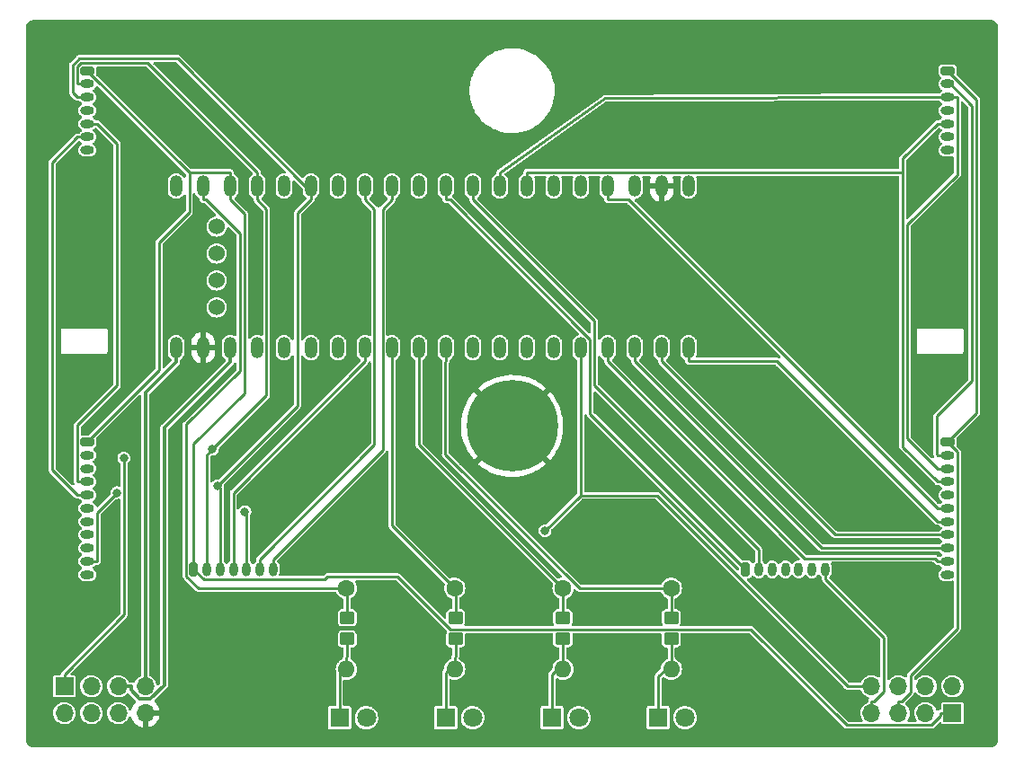
<source format=gbr>
%TF.GenerationSoftware,KiCad,Pcbnew,(6.0.2)*%
%TF.CreationDate,2022-03-15T14:17:50+03:00*%
%TF.ProjectId,kinesis-80,6b696e65-7369-4732-9d38-302e6b696361,rev?*%
%TF.SameCoordinates,Original*%
%TF.FileFunction,Copper,L2,Bot*%
%TF.FilePolarity,Positive*%
%FSLAX46Y46*%
G04 Gerber Fmt 4.6, Leading zero omitted, Abs format (unit mm)*
G04 Created by KiCad (PCBNEW (6.0.2)) date 2022-03-15 14:17:50*
%MOMM*%
%LPD*%
G01*
G04 APERTURE LIST*
G04 Aperture macros list*
%AMRoundRect*
0 Rectangle with rounded corners*
0 $1 Rounding radius*
0 $2 $3 $4 $5 $6 $7 $8 $9 X,Y pos of 4 corners*
0 Add a 4 corners polygon primitive as box body*
4,1,4,$2,$3,$4,$5,$6,$7,$8,$9,$2,$3,0*
0 Add four circle primitives for the rounded corners*
1,1,$1+$1,$2,$3*
1,1,$1+$1,$4,$5*
1,1,$1+$1,$6,$7*
1,1,$1+$1,$8,$9*
0 Add four rect primitives between the rounded corners*
20,1,$1+$1,$2,$3,$4,$5,0*
20,1,$1+$1,$4,$5,$6,$7,0*
20,1,$1+$1,$6,$7,$8,$9,0*
20,1,$1+$1,$8,$9,$2,$3,0*%
G04 Aperture macros list end*
%TA.AperFunction,ComponentPad*%
%ADD10C,8.600000*%
%TD*%
%TA.AperFunction,ComponentPad*%
%ADD11R,1.800000X1.800000*%
%TD*%
%TA.AperFunction,ComponentPad*%
%ADD12C,1.800000*%
%TD*%
%TA.AperFunction,ComponentPad*%
%ADD13RoundRect,0.200000X-0.450000X0.200000X-0.450000X-0.200000X0.450000X-0.200000X0.450000X0.200000X0*%
%TD*%
%TA.AperFunction,ComponentPad*%
%ADD14O,1.300000X0.800000*%
%TD*%
%TA.AperFunction,ComponentPad*%
%ADD15RoundRect,0.200000X-0.200000X-0.450000X0.200000X-0.450000X0.200000X0.450000X-0.200000X0.450000X0*%
%TD*%
%TA.AperFunction,ComponentPad*%
%ADD16O,0.800000X1.300000*%
%TD*%
%TA.AperFunction,ComponentPad*%
%ADD17O,1.200000X2.000000*%
%TD*%
%TA.AperFunction,ComponentPad*%
%ADD18C,1.524000*%
%TD*%
%TA.AperFunction,ComponentPad*%
%ADD19R,1.700000X1.700000*%
%TD*%
%TA.AperFunction,ComponentPad*%
%ADD20O,1.700000X1.700000*%
%TD*%
%TA.AperFunction,SMDPad,CuDef*%
%ADD21RoundRect,0.250000X-0.450000X0.350000X-0.450000X-0.350000X0.450000X-0.350000X0.450000X0.350000X0*%
%TD*%
%TA.AperFunction,ComponentPad*%
%ADD22C,1.600000*%
%TD*%
%TA.AperFunction,ComponentPad*%
%ADD23O,1.600000X1.600000*%
%TD*%
%TA.AperFunction,ViaPad*%
%ADD24C,0.800000*%
%TD*%
%TA.AperFunction,Conductor*%
%ADD25C,0.250000*%
%TD*%
%TA.AperFunction,Conductor*%
%ADD26C,0.350000*%
%TD*%
G04 APERTURE END LIST*
D10*
%TO.P,H1,1*%
%TO.N,GND*%
X142000000Y-106500000D03*
%TD*%
D11*
%TO.P,LED2,1*%
%TO.N,LED_NUM_R*%
X135750000Y-134000000D03*
D12*
%TO.P,LED2,2*%
%TO.N,3V3*%
X138290000Y-134000000D03*
%TD*%
D11*
%TO.P,LED3,1*%
%TO.N,LED_SCRL_R*%
X145750000Y-134000000D03*
D12*
%TO.P,LED3,2*%
%TO.N,3V3*%
X148290000Y-134000000D03*
%TD*%
D11*
%TO.P,LED4,1*%
%TO.N,LED_KPD_R*%
X155750000Y-134000000D03*
D12*
%TO.P,LED4,2*%
%TO.N,3V3*%
X158290000Y-134000000D03*
%TD*%
D11*
%TO.P,LED1,1*%
%TO.N,LED_CAPS_R*%
X125750000Y-134000000D03*
D12*
%TO.P,LED1,2*%
%TO.N,3V3*%
X128290000Y-134000000D03*
%TD*%
D13*
%TO.P,J1,1*%
%TO.N,COL_0*%
X102000000Y-73000000D03*
D14*
%TO.P,J1,2*%
%TO.N,COL_1*%
X102000000Y-74250000D03*
%TO.P,J1,3*%
%TO.N,COL_2*%
X102000000Y-75500000D03*
%TO.P,J1,4*%
%TO.N,ROW_0*%
X102000000Y-76750000D03*
%TO.P,J1,5*%
%TO.N,COL_3*%
X102000000Y-78000000D03*
%TO.P,J1,6*%
%TO.N,COL_4*%
X102000000Y-79250000D03*
%TO.P,J1,7*%
%TO.N,COL_5*%
X102000000Y-80500000D03*
%TD*%
D13*
%TO.P,J2,1*%
%TO.N,COL_6*%
X183000000Y-73000000D03*
D14*
%TO.P,J2,2*%
%TO.N,COL_7*%
X183000000Y-74250000D03*
%TO.P,J2,3*%
%TO.N,COL_8*%
X183000000Y-75500000D03*
%TO.P,J2,4*%
%TO.N,ROW_0*%
X183000000Y-76750000D03*
%TO.P,J2,5*%
%TO.N,COL_9*%
X183000000Y-78000000D03*
%TO.P,J2,6*%
%TO.N,COL_A*%
X183000000Y-79250000D03*
%TO.P,J2,7*%
%TO.N,COL_B*%
X183000000Y-80500000D03*
%TD*%
D13*
%TO.P,J3,1*%
%TO.N,COL_0*%
X102000000Y-108000000D03*
D14*
%TO.P,J3,2*%
%TO.N,COL_1*%
X102000000Y-109250000D03*
%TO.P,J3,3*%
%TO.N,COL_2*%
X102000000Y-110500000D03*
%TO.P,J3,4*%
%TO.N,COL_3*%
X102000000Y-111750000D03*
%TO.P,J3,5*%
%TO.N,COL_4*%
X102000000Y-113000000D03*
%TO.P,J3,6*%
%TO.N,COL_5*%
X102000000Y-114250000D03*
%TO.P,J3,7*%
%TO.N,ROW_1*%
X102000000Y-115500000D03*
%TO.P,J3,8*%
%TO.N,ROW_2*%
X102000000Y-116750000D03*
%TO.P,J3,9*%
%TO.N,ROW_3*%
X102000000Y-118000000D03*
%TO.P,J3,10*%
%TO.N,ROW_4*%
X102000000Y-119250000D03*
%TO.P,J3,11*%
%TO.N,ROW_5*%
X102000000Y-120500000D03*
%TD*%
D13*
%TO.P,J4,1*%
%TO.N,COL_6*%
X183000000Y-108000000D03*
D14*
%TO.P,J4,2*%
%TO.N,COL_7*%
X183000000Y-109250000D03*
%TO.P,J4,3*%
%TO.N,COL_8*%
X183000000Y-110500000D03*
%TO.P,J4,4*%
%TO.N,COL_9*%
X183000000Y-111750000D03*
%TO.P,J4,5*%
%TO.N,COL_A*%
X183000000Y-113000000D03*
%TO.P,J4,6*%
%TO.N,COL_B*%
X183000000Y-114250000D03*
%TO.P,J4,7*%
%TO.N,ROW_1*%
X183000000Y-115500000D03*
%TO.P,J4,8*%
%TO.N,ROW_2*%
X183000000Y-116750000D03*
%TO.P,J4,9*%
%TO.N,ROW_3*%
X183000000Y-118000000D03*
%TO.P,J4,10*%
%TO.N,ROW_4*%
X183000000Y-119250000D03*
%TO.P,J4,11*%
%TO.N,ROW_5*%
X183000000Y-120500000D03*
%TD*%
D15*
%TO.P,J6,1*%
%TO.N,COL_6*%
X164000000Y-120000000D03*
D16*
%TO.P,J6,2*%
%TO.N,COL_7*%
X165250000Y-120000000D03*
%TO.P,J6,3*%
%TO.N,COL_8*%
X166500000Y-120000000D03*
%TO.P,J6,4*%
%TO.N,ROW_6*%
X167750000Y-120000000D03*
%TO.P,J6,5*%
%TO.N,COL_9*%
X169000000Y-120000000D03*
%TO.P,J6,6*%
%TO.N,COL_A*%
X170250000Y-120000000D03*
%TO.P,J6,7*%
%TO.N,COL_B*%
X171500000Y-120000000D03*
%TD*%
D17*
%TO.P,U1,1*%
%TO.N,ROW_1*%
X158630000Y-99120000D03*
%TO.P,U1,2*%
%TO.N,ROW_2*%
X156090000Y-99120000D03*
%TO.P,U1,3*%
%TO.N,ROW_3*%
X153550000Y-99120000D03*
%TO.P,U1,4*%
%TO.N,ROW_4*%
X151010000Y-99120000D03*
%TO.P,U1,5*%
%TO.N,ROW_5*%
X148470000Y-99120000D03*
%TO.P,U1,6*%
%TO.N,Net-(U1-Pad6)*%
X145930000Y-99120000D03*
%TO.P,U1,7*%
%TO.N,Net-(U1-Pad7)*%
X143390000Y-99120000D03*
%TO.P,U1,8*%
%TO.N,Net-(U1-Pad8)*%
X140850000Y-99120000D03*
%TO.P,U1,9*%
%TO.N,Net-(U1-Pad9)*%
X138310000Y-99120000D03*
%TO.P,U1,10*%
%TO.N,LED_KPD*%
X135770000Y-99120000D03*
%TO.P,U1,11*%
%TO.N,LED_SCRL*%
X133230000Y-99120000D03*
%TO.P,U1,12*%
%TO.N,LED_NUM*%
X130690000Y-99120000D03*
%TO.P,U1,13*%
%TO.N,ROW_6*%
X128150000Y-99120000D03*
%TO.P,U1,14*%
%TO.N,SCL1*%
X125610000Y-99120000D03*
%TO.P,U1,15*%
%TO.N,SDA1*%
X123070000Y-99120000D03*
%TO.P,U1,16*%
%TO.N,B8*%
X120530000Y-99120000D03*
%TO.P,U1,17*%
%TO.N,B9*%
X117990000Y-99120000D03*
%TO.P,U1,18*%
%TO.N,5V*%
X115450000Y-99120000D03*
%TO.P,U1,19*%
%TO.N,GND*%
X112910000Y-99120000D03*
%TO.P,U1,20*%
%TO.N,3V3*%
X110370000Y-99120000D03*
%TO.P,U1,21*%
%TO.N,Net-(U1-Pad21)*%
X110370000Y-83880000D03*
%TO.P,U1,22*%
%TO.N,LED_CAPS*%
X112910000Y-83880000D03*
%TO.P,U1,23*%
%TO.N,COL_0*%
X115450000Y-83880000D03*
%TO.P,U1,24*%
%TO.N,COL_1*%
X117990000Y-83880000D03*
%TO.P,U1,25*%
%TO.N,Net-(U1-Pad25)*%
X120530000Y-83880000D03*
%TO.P,U1,26*%
%TO.N,COL_2*%
X123070000Y-83880000D03*
%TO.P,U1,27*%
%TO.N,COL_3*%
X125610000Y-83880000D03*
%TO.P,U1,28*%
%TO.N,COL_4*%
X128150000Y-83880000D03*
%TO.P,U1,29*%
%TO.N,COL_5*%
X130690000Y-83880000D03*
%TO.P,U1,30*%
%TO.N,ROW_0*%
X133230000Y-83880000D03*
%TO.P,U1,31*%
%TO.N,COL_6*%
X135770000Y-83880000D03*
%TO.P,U1,32*%
%TO.N,COL_7*%
X138310000Y-83880000D03*
%TO.P,U1,33*%
%TO.N,COL_8*%
X140850000Y-83880000D03*
%TO.P,U1,34*%
%TO.N,COL_9*%
X143390000Y-83880000D03*
%TO.P,U1,35*%
%TO.N,COL_A*%
X145930000Y-83880000D03*
%TO.P,U1,36*%
%TO.N,Net-(U1-Pad36)*%
X148470000Y-83880000D03*
%TO.P,U1,37*%
%TO.N,COL_B*%
X151010000Y-83880000D03*
%TO.P,U1,38*%
%TO.N,3V3*%
X153550000Y-83880000D03*
%TO.P,U1,39*%
%TO.N,GND*%
X156090000Y-83880000D03*
%TO.P,U1,40*%
%TO.N,5V*%
X158630000Y-83880000D03*
D18*
%TO.P,U1,41*%
%TO.N,Net-(U1-Pad41)*%
X114180000Y-95310000D03*
%TO.P,U1,42*%
%TO.N,Net-(U1-Pad42)*%
X114180000Y-92770000D03*
%TO.P,U1,43*%
%TO.N,Net-(U1-Pad43)*%
X114180000Y-90230000D03*
%TO.P,U1,44*%
%TO.N,Net-(U1-Pad44)*%
X114180000Y-87690000D03*
%TD*%
D19*
%TO.P,J8,1*%
%TO.N,SCL1*%
X99840000Y-131030000D03*
D20*
%TO.P,J8,2*%
%TO.N,B8*%
X99840000Y-133570000D03*
%TO.P,J8,3*%
%TO.N,SDA1*%
X102380000Y-131030000D03*
%TO.P,J8,4*%
%TO.N,B9*%
X102380000Y-133570000D03*
%TO.P,J8,5*%
%TO.N,5V*%
X104920000Y-131030000D03*
%TO.P,J8,6*%
%TO.N,B10*%
X104920000Y-133570000D03*
%TO.P,J8,7*%
%TO.N,3V3*%
X107460000Y-131030000D03*
%TO.P,J8,8*%
%TO.N,GND*%
X107460000Y-133570000D03*
%TD*%
D21*
%TO.P,R1,1*%
%TO.N,LED_CAPS*%
X126483000Y-124570000D03*
%TO.P,R1,2*%
%TO.N,LED_CAPS_R*%
X126483000Y-126570000D03*
%TD*%
%TO.P,R2,1*%
%TO.N,LED_NUM*%
X136683000Y-124570000D03*
%TO.P,R2,2*%
%TO.N,LED_NUM_R*%
X136683000Y-126570000D03*
%TD*%
%TO.P,R3,1*%
%TO.N,LED_SCRL*%
X146783000Y-124570000D03*
%TO.P,R3,2*%
%TO.N,LED_SCRL_R*%
X146783000Y-126570000D03*
%TD*%
%TO.P,R4,1*%
%TO.N,LED_KPD*%
X156983000Y-124570000D03*
%TO.P,R4,2*%
%TO.N,LED_KPD_R*%
X156983000Y-126570000D03*
%TD*%
D19*
%TO.P,J7,1*%
%TO.N,COL_0*%
X183480000Y-133570000D03*
D20*
%TO.P,J7,2*%
%TO.N,ROW_5*%
X183480000Y-131030000D03*
%TO.P,J7,3*%
%TO.N,COL_5*%
X180940000Y-133570000D03*
%TO.P,J7,4*%
%TO.N,ROW_5*%
X180940000Y-131030000D03*
%TO.P,J7,5*%
%TO.N,COL_6*%
X178400000Y-133570000D03*
%TO.P,J7,6*%
%TO.N,ROW_5*%
X178400000Y-131030000D03*
%TO.P,J7,7*%
%TO.N,COL_B*%
X175860000Y-133570000D03*
%TO.P,J7,8*%
%TO.N,ROW_5*%
X175860000Y-131030000D03*
%TD*%
D15*
%TO.P,J5,1*%
%TO.N,COL_0*%
X112000000Y-120000000D03*
D16*
%TO.P,J5,2*%
%TO.N,COL_1*%
X113250000Y-120000000D03*
%TO.P,J5,3*%
%TO.N,COL_2*%
X114500000Y-120000000D03*
%TO.P,J5,4*%
%TO.N,ROW_6*%
X115750000Y-120000000D03*
%TO.P,J5,5*%
%TO.N,COL_3*%
X117000000Y-120000000D03*
%TO.P,J5,6*%
%TO.N,COL_4*%
X118250000Y-120000000D03*
%TO.P,J5,7*%
%TO.N,COL_5*%
X119500000Y-120000000D03*
%TD*%
D22*
%TO.P,R5,1*%
%TO.N,LED_KPD*%
X157000000Y-121800000D03*
D23*
%TO.P,R5,2*%
%TO.N,LED_KPD_R*%
X157000000Y-129420000D03*
%TD*%
D22*
%TO.P,R6,1*%
%TO.N,LED_SCRL*%
X146800000Y-121800000D03*
D23*
%TO.P,R6,2*%
%TO.N,LED_SCRL_R*%
X146800000Y-129420000D03*
%TD*%
D22*
%TO.P,R7,1*%
%TO.N,LED_NUM*%
X136600000Y-121800000D03*
D23*
%TO.P,R7,2*%
%TO.N,LED_NUM_R*%
X136600000Y-129420000D03*
%TD*%
D22*
%TO.P,R8,1*%
%TO.N,LED_CAPS*%
X126400000Y-121800000D03*
D23*
%TO.P,R8,2*%
%TO.N,LED_CAPS_R*%
X126400000Y-129420000D03*
%TD*%
D24*
%TO.N,GND*%
X168140000Y-84800000D03*
X170680000Y-84800000D03*
X173220000Y-84800000D03*
X175760000Y-84800000D03*
X165600000Y-87340000D03*
X168140000Y-87340000D03*
X170680000Y-87340000D03*
X173220000Y-87340000D03*
X175760000Y-87340000D03*
X165600000Y-89880000D03*
X168140000Y-89880000D03*
X170680000Y-89880000D03*
X173220000Y-89880000D03*
X175760000Y-89880000D03*
X165600000Y-92420000D03*
X168140000Y-92420000D03*
X170680000Y-92420000D03*
X173220000Y-92420000D03*
X175760000Y-92420000D03*
X165600000Y-94960000D03*
X168140000Y-94960000D03*
X170680000Y-94960000D03*
X173220000Y-94960000D03*
X175760000Y-94960000D03*
X170680000Y-97500000D03*
X170680000Y-100040000D03*
X175760000Y-100040000D03*
X173220000Y-102580000D03*
X173220000Y-97500000D03*
X175760000Y-97500000D03*
X175760000Y-102580000D03*
X173220000Y-100040000D03*
X152720000Y-73220000D03*
X155260000Y-73220000D03*
X152720000Y-70680000D03*
X157800000Y-73220000D03*
X155260000Y-70680000D03*
X157800000Y-70680000D03*
X162880000Y-70680000D03*
X160340000Y-73220000D03*
X162880000Y-73220000D03*
X160340000Y-70680000D03*
X167960000Y-70680000D03*
X165420000Y-70680000D03*
X165420000Y-73220000D03*
X167960000Y-73220000D03*
X114620000Y-129100000D03*
X114620000Y-126560000D03*
X117160000Y-129100000D03*
X119700000Y-126560000D03*
X119700000Y-129100000D03*
X112080000Y-126560000D03*
X112080000Y-129100000D03*
X117160000Y-126560000D03*
X124780000Y-91000000D03*
X127320000Y-91000000D03*
X124780000Y-88460000D03*
X127320000Y-88460000D03*
X124780000Y-93540000D03*
X127320000Y-93540000D03*
X134940000Y-93540000D03*
X134940000Y-91000000D03*
X134940000Y-88460000D03*
X137480000Y-88460000D03*
X137480000Y-93540000D03*
X137480000Y-91000000D03*
X166870000Y-104593949D03*
X168666051Y-106390000D03*
X168666051Y-109982102D03*
X165073949Y-106390000D03*
X165073949Y-102797898D03*
X163277898Y-104593949D03*
X170462102Y-108186051D03*
X166870000Y-108186051D03*
X165600000Y-84800000D03*
X107200000Y-74400000D03*
X102800000Y-87600000D03*
X154400000Y-116200000D03*
X141800000Y-127800000D03*
X117800000Y-106400000D03*
X132400000Y-111400000D03*
X106400000Y-87600000D03*
X169800000Y-129000000D03*
X176400000Y-115000000D03*
X181200000Y-89600000D03*
X158600000Y-109800000D03*
X176400000Y-122600000D03*
X180200000Y-84600000D03*
X125400000Y-109200000D03*
X161600000Y-124200000D03*
X164200000Y-128000000D03*
X105800000Y-106000000D03*
X151800000Y-128000000D03*
X106600000Y-94800000D03*
X154800000Y-109200000D03*
X131600000Y-127800000D03*
X129200000Y-111400000D03*
X152200000Y-111600000D03*
X151800000Y-123800000D03*
X102800000Y-94600000D03*
X107000000Y-70400000D03*
X170600000Y-124600000D03*
X109400000Y-104000000D03*
%TO.N,ROW_4*%
X104807000Y-112786600D03*
%TO.N,COL_1*%
X113788000Y-108702300D03*
%TO.N,COL_2*%
X114268100Y-112125000D03*
%TO.N,ROW_5*%
X145113200Y-116361500D03*
%TO.N,COL_3*%
X116839400Y-114568000D03*
%TO.N,SCL1*%
X105434200Y-109507900D03*
%TD*%
D25*
%TO.N,COL_5*%
X129812300Y-108760000D02*
X119500000Y-119072300D01*
X119500000Y-120000000D02*
X119500000Y-119072300D01*
X130690000Y-83880000D02*
X130690000Y-85157700D01*
X130690000Y-85157700D02*
X129812300Y-86035400D01*
X129812300Y-86035400D02*
X129812300Y-108760000D01*
%TO.N,COL_6*%
X183933300Y-125585500D02*
X179527700Y-129991100D01*
X135770000Y-85157700D02*
X136169300Y-85157700D01*
X135770000Y-83880000D02*
X135770000Y-85157700D01*
X183000000Y-108000000D02*
X183933300Y-108933300D01*
X185738200Y-75738200D02*
X183000000Y-73000000D01*
X185738200Y-105261800D02*
X185738200Y-75738200D01*
X183933300Y-108933300D02*
X183933300Y-125585500D01*
X178400000Y-133570000D02*
X178400000Y-132442300D01*
X179527700Y-131596600D02*
X178682000Y-132442300D01*
X149350600Y-98339000D02*
X149350600Y-105350600D01*
X178682000Y-132442300D02*
X178400000Y-132442300D01*
X149350600Y-105350600D02*
X164000000Y-120000000D01*
X136169300Y-85157700D02*
X149350600Y-98339000D01*
X183000000Y-108000000D02*
X185738200Y-105261800D01*
X179527700Y-129991100D02*
X179527700Y-131596600D01*
%TO.N,ROW_6*%
X128150000Y-99120000D02*
X128150000Y-100397700D01*
X115750000Y-120000000D02*
X115750000Y-119072300D01*
X115750000Y-112797700D02*
X115750000Y-119072300D01*
X128150000Y-100397700D02*
X115750000Y-112797700D01*
%TO.N,COL_0*%
X173508200Y-134697700D02*
X164488800Y-125678300D01*
X124376100Y-120960800D02*
X112960800Y-120960800D01*
X112000000Y-108191600D02*
X116800500Y-103391100D01*
X124630200Y-120706700D02*
X124376100Y-120960800D01*
X115450000Y-82602300D02*
X111602300Y-82602300D01*
X111602300Y-82602300D02*
X102000000Y-73000000D01*
X111602300Y-86332400D02*
X111602300Y-82602300D01*
X131183100Y-120706700D02*
X124630200Y-120706700D01*
X115450000Y-83880000D02*
X115450000Y-85157700D01*
X116800500Y-86508200D02*
X115450000Y-85157700D01*
X183480000Y-133570000D02*
X182352300Y-133570000D01*
X116800500Y-103391100D02*
X116800500Y-86508200D01*
X112000000Y-120000000D02*
X112000000Y-108191600D01*
X115450000Y-83880000D02*
X115450000Y-82602300D01*
X108741800Y-101258200D02*
X108741800Y-89192900D01*
X102000000Y-108000000D02*
X108741800Y-101258200D01*
X182352300Y-133570000D02*
X182352300Y-133852000D01*
X112960800Y-120960800D02*
X112000000Y-120000000D01*
X182352300Y-133852000D02*
X181506600Y-134697700D01*
X181506600Y-134697700D02*
X173508200Y-134697700D01*
X108741800Y-89192900D02*
X111602300Y-86332400D01*
X136154700Y-125678300D02*
X131183100Y-120706700D01*
X164488800Y-125678300D02*
X136154700Y-125678300D01*
%TO.N,ROW_4*%
X104807000Y-112786600D02*
X102927700Y-114665900D01*
X183000000Y-119250000D02*
X182072300Y-119250000D01*
X151010000Y-99120000D02*
X151010000Y-100397700D01*
X181791300Y-118969000D02*
X169581300Y-118969000D01*
X182072300Y-119250000D02*
X181791300Y-118969000D01*
X102000000Y-119250000D02*
X102927700Y-119250000D01*
X169581300Y-118969000D02*
X151010000Y-100397700D01*
X102927700Y-114665900D02*
X102927700Y-119250000D01*
%TO.N,ROW_1*%
X183000000Y-115500000D02*
X182072300Y-115500000D01*
X158630000Y-99120000D02*
X158630000Y-100397700D01*
X182072300Y-115500000D02*
X166970000Y-100397700D01*
X166970000Y-100397700D02*
X158630000Y-100397700D01*
%TO.N,COL_1*%
X101376900Y-72286500D02*
X101032200Y-72631200D01*
X117990000Y-83880000D02*
X117990000Y-85157700D01*
X118872900Y-103617400D02*
X118872900Y-86040600D01*
X101032200Y-72631200D02*
X101032200Y-74209900D01*
X117990000Y-83880000D02*
X117990000Y-82602300D01*
X113250000Y-109240300D02*
X113788000Y-108702300D01*
X107674200Y-72286500D02*
X101376900Y-72286500D01*
X117990000Y-82602300D02*
X107674200Y-72286500D01*
X101032200Y-74209900D02*
X101072300Y-74250000D01*
X118872900Y-86040600D02*
X117990000Y-85157700D01*
X113788000Y-108702300D02*
X118872900Y-103617400D01*
X102000000Y-74250000D02*
X101072300Y-74250000D01*
X113250000Y-120000000D02*
X113250000Y-109240300D01*
%TO.N,COL_2*%
X123070000Y-84418100D02*
X110508500Y-71856600D01*
X114500000Y-112356900D02*
X114268100Y-112125000D01*
X100603600Y-72483200D02*
X100603600Y-75031300D01*
X123070000Y-84418100D02*
X123070000Y-85157700D01*
X121792300Y-86435400D02*
X121792300Y-104600800D01*
X121792300Y-104600800D02*
X114268100Y-112125000D01*
X114500000Y-120000000D02*
X114500000Y-119072300D01*
X102000000Y-75500000D02*
X101072300Y-75500000D01*
X110508500Y-71856600D02*
X101230200Y-71856600D01*
X114500000Y-119072300D02*
X114500000Y-112356900D01*
X100603600Y-75031300D02*
X101072300Y-75500000D01*
X101230200Y-71856600D02*
X100603600Y-72483200D01*
X123070000Y-85157700D02*
X121792300Y-86435400D01*
X123070000Y-83880000D02*
X123070000Y-84418100D01*
%TO.N,COL_4*%
X98689400Y-110617100D02*
X101072300Y-113000000D01*
X129038100Y-108284200D02*
X118250000Y-119072300D01*
X129038100Y-86045800D02*
X129038100Y-108284200D01*
X98689400Y-81632900D02*
X98689400Y-110617100D01*
X128150000Y-85157700D02*
X129038100Y-86045800D01*
X128150000Y-83880000D02*
X128150000Y-85157700D01*
X118250000Y-120000000D02*
X118250000Y-119072300D01*
X102000000Y-79250000D02*
X101072300Y-79250000D01*
X102000000Y-113000000D02*
X101072300Y-113000000D01*
X101072300Y-79250000D02*
X98689400Y-81632900D01*
%TO.N,ROW_5*%
X148470000Y-113042000D02*
X148432700Y-113042000D01*
X175860000Y-131030000D02*
X173646000Y-131030000D01*
X148470000Y-99120000D02*
X148470000Y-113042000D01*
X155658000Y-113042000D02*
X148470000Y-113042000D01*
X173646000Y-131030000D02*
X155658000Y-113042000D01*
X148432700Y-113042000D02*
X145113200Y-116361500D01*
%TO.N,ROW_3*%
X153550000Y-99120000D02*
X153550000Y-100397700D01*
X153550000Y-100397700D02*
X171152300Y-118000000D01*
X171152300Y-118000000D02*
X183000000Y-118000000D01*
%TO.N,ROW_2*%
X172442300Y-116750000D02*
X183000000Y-116750000D01*
X156090000Y-100397700D02*
X172442300Y-116750000D01*
X156090000Y-99120000D02*
X156090000Y-100397700D01*
%TO.N,COL_3*%
X102000000Y-111750000D02*
X101072300Y-111750000D01*
X104810300Y-79882600D02*
X104810300Y-102676400D01*
X116839400Y-114568000D02*
X117000000Y-114728600D01*
X117000000Y-114728600D02*
X117000000Y-120000000D01*
X101058400Y-106428300D02*
X101058400Y-111736100D01*
X102927700Y-78000000D02*
X104810300Y-79882600D01*
X104810300Y-102676400D02*
X101058400Y-106428300D01*
X101058400Y-111736100D02*
X101072300Y-111750000D01*
X102000000Y-78000000D02*
X102927700Y-78000000D01*
%TO.N,LED_CAPS*%
X112455900Y-121800000D02*
X111321400Y-120665500D01*
X111321400Y-106338200D02*
X116373200Y-101286400D01*
X116373200Y-88348100D02*
X113182800Y-85157700D01*
X116373200Y-101286400D02*
X116373200Y-88348100D01*
X126483000Y-121883000D02*
X126400000Y-121800000D01*
X126483000Y-124570000D02*
X126483000Y-121883000D01*
X113182800Y-85157700D02*
X112910000Y-85157700D01*
X112910000Y-83880000D02*
X112910000Y-85157700D01*
X111321400Y-120665500D02*
X111321400Y-106338200D01*
X126400000Y-121800000D02*
X112455900Y-121800000D01*
%TO.N,LED_NUM*%
X136683000Y-124570000D02*
X136683000Y-121883000D01*
X136600000Y-121800000D02*
X130690000Y-115890000D01*
X130690000Y-115890000D02*
X130690000Y-99120000D01*
X136683000Y-121883000D02*
X136600000Y-121800000D01*
%TO.N,LED_SCRL*%
X133230000Y-108230000D02*
X133230000Y-99120000D01*
X146783000Y-121817000D02*
X146783000Y-124570000D01*
X146800000Y-121800000D02*
X146783000Y-121817000D01*
X146800000Y-121800000D02*
X133230000Y-108230000D01*
%TO.N,LED_KPD*%
X156983000Y-121808500D02*
X156983000Y-124570000D01*
X148352100Y-121808500D02*
X135718100Y-109174500D01*
X135770000Y-99120000D02*
X135770000Y-100397700D01*
X135718100Y-100449600D02*
X135770000Y-100397700D01*
X156991500Y-121808500D02*
X156983000Y-121808500D01*
X135718100Y-109174500D02*
X135718100Y-100449600D01*
X157000000Y-121800000D02*
X156991500Y-121808500D01*
X156983000Y-121808500D02*
X148352100Y-121808500D01*
%TO.N,COL_B*%
X175860000Y-133570000D02*
X175860000Y-132442300D01*
X151010000Y-83880000D02*
X151010000Y-85157700D01*
X183000000Y-114250000D02*
X182072300Y-114250000D01*
X151010000Y-85157700D02*
X152980000Y-85157700D01*
X152980000Y-85157700D02*
X182072300Y-114250000D01*
X176990800Y-131545100D02*
X176093600Y-132442300D01*
X171500000Y-120927700D02*
X176990800Y-126418500D01*
X176990800Y-126418500D02*
X176990800Y-131545100D01*
X171500000Y-120000000D02*
X171500000Y-120927700D01*
X176093600Y-132442300D02*
X175860000Y-132442300D01*
%TO.N,COL_9*%
X178788200Y-81284100D02*
X182072300Y-78000000D01*
X183000000Y-111750000D02*
X182072300Y-111750000D01*
X178788200Y-82602300D02*
X178788200Y-81284100D01*
X143390000Y-83880000D02*
X143390000Y-82602300D01*
X143390000Y-82602300D02*
X178788200Y-82602300D01*
X182072300Y-111750000D02*
X178788200Y-108465900D01*
X183000000Y-78000000D02*
X182072300Y-78000000D01*
X178788200Y-108465900D02*
X178788200Y-82602300D01*
%TO.N,COL_8*%
X183927700Y-82814300D02*
X183927700Y-75500000D01*
X182072300Y-110500000D02*
X179219900Y-107647600D01*
X140850000Y-82602300D02*
X150800000Y-75600000D01*
X179219900Y-87522100D02*
X183927700Y-82814300D01*
X179219900Y-107647600D02*
X179219900Y-87522100D01*
X183000000Y-75500000D02*
X183927700Y-75500000D01*
X150800000Y-75600000D02*
X183000000Y-75500000D01*
X183000000Y-110500000D02*
X182072300Y-110500000D01*
X140850000Y-83880000D02*
X140850000Y-82602300D01*
%TO.N,COL_7*%
X182021800Y-109199500D02*
X182021800Y-105557200D01*
X182072300Y-109250000D02*
X182021800Y-109199500D01*
X183260500Y-74250000D02*
X183000000Y-74250000D01*
X149753400Y-96601100D02*
X149753400Y-102681700D01*
X138310000Y-83880000D02*
X138310000Y-85157700D01*
X165250000Y-118178300D02*
X165250000Y-120000000D01*
X138310000Y-85157700D02*
X149753400Y-96601100D01*
X149753400Y-102681700D02*
X165250000Y-118178300D01*
X183000000Y-109250000D02*
X182072300Y-109250000D01*
X185306600Y-76296100D02*
X183260500Y-74250000D01*
X185306600Y-102272400D02*
X185306600Y-76296100D01*
X182021800Y-105557200D02*
X185306600Y-102272400D01*
D26*
%TO.N,3V3*%
X110370000Y-99120000D02*
X110370000Y-100447700D01*
X107460000Y-103357700D02*
X110370000Y-100447700D01*
X107460000Y-131030000D02*
X107460000Y-103357700D01*
%TO.N,5V*%
X107946900Y-132212400D02*
X109237900Y-130921400D01*
X106097700Y-131030000D02*
X106097700Y-131398000D01*
X115450000Y-99120000D02*
X115450000Y-100447700D01*
X109237900Y-106659800D02*
X115450000Y-100447700D01*
X109237900Y-130921400D02*
X109237900Y-106659800D01*
X104920000Y-131030000D02*
X106097700Y-131030000D01*
X106097700Y-131398000D02*
X106912100Y-132212400D01*
X106912100Y-132212400D02*
X107946900Y-132212400D01*
D25*
%TO.N,SCL1*%
X105484800Y-124257500D02*
X105484800Y-109558500D01*
X99840000Y-129902300D02*
X105484800Y-124257500D01*
X105484800Y-109558500D02*
X105434200Y-109507900D01*
X99840000Y-131030000D02*
X99840000Y-129902300D01*
%TO.N,LED_CAPS_R*%
X125750000Y-129531100D02*
X125750000Y-134000000D01*
X126400000Y-128881100D02*
X125750000Y-129531100D01*
X126400000Y-129420000D02*
X126400000Y-128881100D01*
X126483000Y-128259300D02*
X126483000Y-126570000D01*
X126400000Y-128881100D02*
X126400000Y-128342300D01*
X126400000Y-128342300D02*
X126483000Y-128259300D01*
%TO.N,LED_NUM_R*%
X136683000Y-128259300D02*
X136683000Y-126570000D01*
X136600000Y-128881100D02*
X135750000Y-129731100D01*
X135750000Y-129731100D02*
X135750000Y-134000000D01*
X136600000Y-129420000D02*
X136600000Y-128881100D01*
X136600000Y-128342300D02*
X136683000Y-128259300D01*
X136600000Y-128881100D02*
X136600000Y-128342300D01*
%TO.N,LED_SCRL_R*%
X146783000Y-128325300D02*
X146783000Y-126570000D01*
X146800000Y-128881100D02*
X146800000Y-128342300D01*
X146800000Y-128881100D02*
X145750000Y-129931100D01*
X146800000Y-129420000D02*
X146800000Y-128881100D01*
X145750000Y-129931100D02*
X145750000Y-134000000D01*
X146800000Y-128342300D02*
X146783000Y-128325300D01*
%TO.N,LED_KPD_R*%
X155750000Y-130131100D02*
X155750000Y-134000000D01*
X157000000Y-128881100D02*
X157000000Y-128342300D01*
X157000000Y-128342300D02*
X156983000Y-128325300D01*
X157000000Y-129420000D02*
X157000000Y-128881100D01*
X156983000Y-128325300D02*
X156983000Y-126570000D01*
X157000000Y-128881100D02*
X155750000Y-130131100D01*
%TD*%
%TA.AperFunction,Conductor*%
%TO.N,GND*%
G36*
X186980182Y-68201953D02*
G01*
X186985813Y-68201963D01*
X186999642Y-68205143D01*
X187013481Y-68202011D01*
X187014472Y-68202013D01*
X187026601Y-68202620D01*
X187052218Y-68205143D01*
X187143722Y-68214156D01*
X187167939Y-68218972D01*
X187294273Y-68257294D01*
X187317093Y-68266747D01*
X187433511Y-68328974D01*
X187454048Y-68342697D01*
X187556092Y-68426442D01*
X187573558Y-68443908D01*
X187657303Y-68545952D01*
X187671026Y-68566489D01*
X187733253Y-68682907D01*
X187742706Y-68705726D01*
X187781028Y-68832061D01*
X187785845Y-68856281D01*
X187797429Y-68973898D01*
X187798010Y-68985930D01*
X187794857Y-68999642D01*
X187797989Y-69013482D01*
X187797980Y-69018372D01*
X187800000Y-69036448D01*
X187800000Y-135962976D01*
X187798047Y-135980182D01*
X187798037Y-135985813D01*
X187794857Y-135999642D01*
X187797989Y-136013481D01*
X187797987Y-136014472D01*
X187797380Y-136026601D01*
X187785845Y-136143719D01*
X187781028Y-136167939D01*
X187742706Y-136294273D01*
X187733253Y-136317093D01*
X187671026Y-136433511D01*
X187657303Y-136454048D01*
X187573558Y-136556092D01*
X187556092Y-136573558D01*
X187454048Y-136657303D01*
X187433511Y-136671026D01*
X187317093Y-136733253D01*
X187294274Y-136742706D01*
X187167939Y-136781028D01*
X187143722Y-136785844D01*
X187046147Y-136795455D01*
X187026102Y-136797429D01*
X187014070Y-136798010D01*
X187000358Y-136794857D01*
X186986518Y-136797989D01*
X186981628Y-136797980D01*
X186963552Y-136800000D01*
X97037024Y-136800000D01*
X97019818Y-136798047D01*
X97014187Y-136798037D01*
X97000358Y-136794857D01*
X96986519Y-136797989D01*
X96985528Y-136797987D01*
X96973399Y-136797380D01*
X96946607Y-136794741D01*
X96856278Y-136785844D01*
X96832061Y-136781028D01*
X96705726Y-136742706D01*
X96682907Y-136733253D01*
X96566489Y-136671026D01*
X96545952Y-136657303D01*
X96443908Y-136573558D01*
X96426442Y-136556092D01*
X96342697Y-136454048D01*
X96328974Y-136433511D01*
X96266747Y-136317093D01*
X96257294Y-136294273D01*
X96218972Y-136167939D01*
X96214155Y-136143719D01*
X96202571Y-136026102D01*
X96201990Y-136014070D01*
X96205143Y-136000358D01*
X96202011Y-135986518D01*
X96202020Y-135981628D01*
X96200000Y-135963552D01*
X96200000Y-134919748D01*
X124649500Y-134919748D01*
X124650707Y-134925816D01*
X124654016Y-134942449D01*
X124661133Y-134978231D01*
X124705448Y-135044552D01*
X124771769Y-135088867D01*
X124783938Y-135091288D01*
X124783939Y-135091288D01*
X124824184Y-135099293D01*
X124830252Y-135100500D01*
X126669748Y-135100500D01*
X126675816Y-135099293D01*
X126716061Y-135091288D01*
X126716062Y-135091288D01*
X126728231Y-135088867D01*
X126794552Y-135044552D01*
X126838867Y-134978231D01*
X126845985Y-134942449D01*
X126849293Y-134925816D01*
X126850500Y-134919748D01*
X126850500Y-133971069D01*
X127185164Y-133971069D01*
X127198392Y-134172894D01*
X127200096Y-134179603D01*
X127224583Y-134276020D01*
X127248178Y-134368928D01*
X127332856Y-134552607D01*
X127449588Y-134717780D01*
X127594466Y-134858913D01*
X127762637Y-134971282D01*
X127767940Y-134973560D01*
X127767943Y-134973562D01*
X127933178Y-135044552D01*
X127948470Y-135051122D01*
X128044361Y-135072820D01*
X128115278Y-135088867D01*
X128145740Y-135095760D01*
X128151509Y-135095987D01*
X128151512Y-135095987D01*
X128227683Y-135098979D01*
X128347842Y-135103700D01*
X128434132Y-135091189D01*
X128542286Y-135075508D01*
X128542291Y-135075507D01*
X128548007Y-135074678D01*
X128553479Y-135072820D01*
X128553481Y-135072820D01*
X128734067Y-135011519D01*
X128734069Y-135011518D01*
X128739531Y-135009664D01*
X128916001Y-134910837D01*
X128953585Y-134879579D01*
X129067073Y-134785191D01*
X129071505Y-134781505D01*
X129200837Y-134626001D01*
X129210433Y-134608867D01*
X129252197Y-134534290D01*
X129299664Y-134449531D01*
X129323709Y-134378699D01*
X129362820Y-134263481D01*
X129362820Y-134263479D01*
X129364678Y-134258007D01*
X129365507Y-134252291D01*
X129365508Y-134252286D01*
X129382809Y-134132956D01*
X129393700Y-134057842D01*
X129395215Y-134000000D01*
X129376708Y-133798591D01*
X129321807Y-133603926D01*
X129232351Y-133422527D01*
X129214079Y-133398057D01*
X129114788Y-133265091D01*
X129114787Y-133265090D01*
X129111335Y-133260467D01*
X129106833Y-133256305D01*
X128967053Y-133127094D01*
X128967051Y-133127092D01*
X128962812Y-133123174D01*
X128933168Y-133104470D01*
X128796637Y-133018325D01*
X128791757Y-133015246D01*
X128603898Y-132940298D01*
X128405526Y-132900839D01*
X128399752Y-132900763D01*
X128399748Y-132900763D01*
X128297257Y-132899422D01*
X128203286Y-132898192D01*
X128197589Y-132899171D01*
X128197588Y-132899171D01*
X128009646Y-132931465D01*
X128009645Y-132931465D01*
X128003949Y-132932444D01*
X127814193Y-133002449D01*
X127809232Y-133005401D01*
X127809231Y-133005401D01*
X127683418Y-133080252D01*
X127640371Y-133105862D01*
X127488305Y-133239220D01*
X127363089Y-133398057D01*
X127268914Y-133577053D01*
X127208937Y-133770213D01*
X127185164Y-133971069D01*
X126850500Y-133971069D01*
X126850500Y-133080252D01*
X126838867Y-133021769D01*
X126794552Y-132955448D01*
X126760125Y-132932444D01*
X126738547Y-132918026D01*
X126728231Y-132911133D01*
X126716062Y-132908712D01*
X126716061Y-132908712D01*
X126675816Y-132900707D01*
X126669748Y-132899500D01*
X126201500Y-132899500D01*
X126133379Y-132879498D01*
X126086886Y-132825842D01*
X126075500Y-132773500D01*
X126075500Y-130530855D01*
X126095502Y-130462734D01*
X126149158Y-130416241D01*
X126216419Y-130405741D01*
X126314936Y-130417488D01*
X126378946Y-130425121D01*
X126385081Y-130424649D01*
X126385083Y-130424649D01*
X126568434Y-130410541D01*
X126568438Y-130410540D01*
X126574576Y-130410068D01*
X126763556Y-130357303D01*
X126938689Y-130268837D01*
X126948160Y-130261438D01*
X127039953Y-130189721D01*
X127093303Y-130148040D01*
X127100392Y-130139828D01*
X127217485Y-130004173D01*
X127217485Y-130004172D01*
X127221509Y-129999511D01*
X127226269Y-129991133D01*
X127266351Y-129920575D01*
X127318425Y-129828909D01*
X127380358Y-129642732D01*
X127404949Y-129448071D01*
X127405341Y-129420000D01*
X127386194Y-129224728D01*
X127384413Y-129218829D01*
X127384412Y-129218824D01*
X127331265Y-129042793D01*
X127329484Y-129036894D01*
X127237370Y-128863653D01*
X127113361Y-128711602D01*
X126962180Y-128586535D01*
X126850140Y-128525955D01*
X126799731Y-128475960D01*
X126784354Y-128406649D01*
X126790453Y-128377775D01*
X126793588Y-128372345D01*
X126796380Y-128356514D01*
X126800130Y-128335242D01*
X126802509Y-128324510D01*
X126807579Y-128305590D01*
X126812264Y-128288107D01*
X126811301Y-128277090D01*
X126808979Y-128250557D01*
X126808500Y-128239576D01*
X126808500Y-127496500D01*
X126828502Y-127428379D01*
X126882158Y-127381886D01*
X126934500Y-127370500D01*
X126986834Y-127370500D01*
X127004752Y-127368806D01*
X127010722Y-127368242D01*
X127010723Y-127368242D01*
X127018369Y-127367519D01*
X127146184Y-127322634D01*
X127153754Y-127317042D01*
X127153757Y-127317041D01*
X127247579Y-127247742D01*
X127255150Y-127242150D01*
X127267665Y-127225206D01*
X127330041Y-127140757D01*
X127330042Y-127140754D01*
X127335634Y-127133184D01*
X127380519Y-127005369D01*
X127383500Y-126973834D01*
X127383500Y-126166166D01*
X127380519Y-126134631D01*
X127335634Y-126006816D01*
X127330042Y-125999246D01*
X127330041Y-125999243D01*
X127260742Y-125905421D01*
X127255150Y-125897850D01*
X127162749Y-125829601D01*
X127153757Y-125822959D01*
X127153754Y-125822958D01*
X127146184Y-125817366D01*
X127018369Y-125772481D01*
X127010723Y-125771758D01*
X127010722Y-125771758D01*
X127004752Y-125771194D01*
X126986834Y-125769500D01*
X125979166Y-125769500D01*
X125961248Y-125771194D01*
X125955278Y-125771758D01*
X125955277Y-125771758D01*
X125947631Y-125772481D01*
X125819816Y-125817366D01*
X125812246Y-125822958D01*
X125812243Y-125822959D01*
X125803251Y-125829601D01*
X125710850Y-125897850D01*
X125705258Y-125905421D01*
X125635959Y-125999243D01*
X125635958Y-125999246D01*
X125630366Y-126006816D01*
X125585481Y-126134631D01*
X125582500Y-126166166D01*
X125582500Y-126973834D01*
X125585481Y-127005369D01*
X125630366Y-127133184D01*
X125635958Y-127140754D01*
X125635959Y-127140757D01*
X125698335Y-127225206D01*
X125710850Y-127242150D01*
X125718421Y-127247742D01*
X125812243Y-127317041D01*
X125812246Y-127317042D01*
X125819816Y-127322634D01*
X125947631Y-127367519D01*
X125955277Y-127368242D01*
X125955278Y-127368242D01*
X125961248Y-127368806D01*
X125979166Y-127370500D01*
X126031500Y-127370500D01*
X126099621Y-127390502D01*
X126146114Y-127444158D01*
X126157500Y-127496500D01*
X126157500Y-128077561D01*
X126140619Y-128140562D01*
X126127961Y-128162486D01*
X126122055Y-128171756D01*
X126100446Y-128202616D01*
X126097592Y-128213266D01*
X126096115Y-128216434D01*
X126094923Y-128219710D01*
X126089412Y-128229255D01*
X126085656Y-128250557D01*
X126082870Y-128266358D01*
X126080492Y-128277085D01*
X126070736Y-128313493D01*
X126071697Y-128324478D01*
X126071697Y-128324480D01*
X126074020Y-128351028D01*
X126074500Y-128362010D01*
X126074500Y-128384837D01*
X126054498Y-128452958D01*
X126006876Y-128496498D01*
X125854976Y-128575910D01*
X125854972Y-128575912D01*
X125849512Y-128578767D01*
X125844712Y-128582627D01*
X125844711Y-128582627D01*
X125810326Y-128610273D01*
X125696600Y-128701711D01*
X125570480Y-128852016D01*
X125567516Y-128857408D01*
X125567513Y-128857412D01*
X125488813Y-129000567D01*
X125475956Y-129023954D01*
X125416628Y-129210978D01*
X125394757Y-129405963D01*
X125411175Y-129601483D01*
X125419619Y-129630930D01*
X125424500Y-129665661D01*
X125424500Y-132773500D01*
X125404498Y-132841621D01*
X125350842Y-132888114D01*
X125298500Y-132899500D01*
X124830252Y-132899500D01*
X124824184Y-132900707D01*
X124783939Y-132908712D01*
X124783938Y-132908712D01*
X124771769Y-132911133D01*
X124761453Y-132918026D01*
X124739875Y-132932444D01*
X124705448Y-132955448D01*
X124661133Y-133021769D01*
X124649500Y-133080252D01*
X124649500Y-134919748D01*
X96200000Y-134919748D01*
X96200000Y-133555262D01*
X98784520Y-133555262D01*
X98801759Y-133760553D01*
X98803458Y-133766478D01*
X98849395Y-133926678D01*
X98858544Y-133958586D01*
X98861359Y-133964063D01*
X98861360Y-133964066D01*
X98949897Y-134136341D01*
X98952712Y-134141818D01*
X99080677Y-134303270D01*
X99085370Y-134307264D01*
X99085371Y-134307265D01*
X99161670Y-134372200D01*
X99237564Y-134436791D01*
X99242942Y-134439797D01*
X99242944Y-134439798D01*
X99269365Y-134454564D01*
X99417398Y-134537297D01*
X99479032Y-134557323D01*
X99607471Y-134599056D01*
X99607475Y-134599057D01*
X99613329Y-134600959D01*
X99817894Y-134625351D01*
X99824029Y-134624879D01*
X99824031Y-134624879D01*
X99896625Y-134619293D01*
X100023300Y-134609546D01*
X100029230Y-134607890D01*
X100029232Y-134607890D01*
X100184451Y-134564552D01*
X100221725Y-134554145D01*
X100227214Y-134551372D01*
X100227220Y-134551370D01*
X100400116Y-134464033D01*
X100405610Y-134461258D01*
X100421345Y-134448965D01*
X100530958Y-134363326D01*
X100567951Y-134334424D01*
X100598924Y-134298542D01*
X100698540Y-134183134D01*
X100698540Y-134183133D01*
X100702564Y-134178472D01*
X100709010Y-134167126D01*
X100741056Y-134110714D01*
X100804323Y-133999344D01*
X100869351Y-133803863D01*
X100895171Y-133599474D01*
X100895407Y-133582571D01*
X100895534Y-133573522D01*
X100895534Y-133573518D01*
X100895583Y-133570000D01*
X100894138Y-133555262D01*
X101324520Y-133555262D01*
X101341759Y-133760553D01*
X101343458Y-133766478D01*
X101389395Y-133926678D01*
X101398544Y-133958586D01*
X101401359Y-133964063D01*
X101401360Y-133964066D01*
X101489897Y-134136341D01*
X101492712Y-134141818D01*
X101620677Y-134303270D01*
X101625370Y-134307264D01*
X101625371Y-134307265D01*
X101701670Y-134372200D01*
X101777564Y-134436791D01*
X101782942Y-134439797D01*
X101782944Y-134439798D01*
X101809365Y-134454564D01*
X101957398Y-134537297D01*
X102019032Y-134557323D01*
X102147471Y-134599056D01*
X102147475Y-134599057D01*
X102153329Y-134600959D01*
X102357894Y-134625351D01*
X102364029Y-134624879D01*
X102364031Y-134624879D01*
X102436625Y-134619293D01*
X102563300Y-134609546D01*
X102569230Y-134607890D01*
X102569232Y-134607890D01*
X102724451Y-134564552D01*
X102761725Y-134554145D01*
X102767214Y-134551372D01*
X102767220Y-134551370D01*
X102940116Y-134464033D01*
X102945610Y-134461258D01*
X102961345Y-134448965D01*
X103070958Y-134363326D01*
X103107951Y-134334424D01*
X103138924Y-134298542D01*
X103238540Y-134183134D01*
X103238540Y-134183133D01*
X103242564Y-134178472D01*
X103249010Y-134167126D01*
X103281056Y-134110714D01*
X103344323Y-133999344D01*
X103409351Y-133803863D01*
X103435171Y-133599474D01*
X103435407Y-133582571D01*
X103435534Y-133573522D01*
X103435534Y-133573518D01*
X103435583Y-133570000D01*
X103415480Y-133364970D01*
X103355935Y-133167749D01*
X103259218Y-132985849D01*
X103172480Y-132879498D01*
X103132906Y-132830975D01*
X103132903Y-132830972D01*
X103129011Y-132826200D01*
X103065308Y-132773500D01*
X102975025Y-132698811D01*
X102975021Y-132698809D01*
X102970275Y-132694882D01*
X102789055Y-132596897D01*
X102592254Y-132535977D01*
X102586129Y-132535333D01*
X102586128Y-132535333D01*
X102393498Y-132515087D01*
X102393496Y-132515087D01*
X102387369Y-132514443D01*
X102300529Y-132522346D01*
X102188342Y-132532555D01*
X102188339Y-132532556D01*
X102182203Y-132533114D01*
X101984572Y-132591280D01*
X101802002Y-132686726D01*
X101797201Y-132690586D01*
X101797198Y-132690588D01*
X101765938Y-132715722D01*
X101641447Y-132815815D01*
X101509024Y-132973630D01*
X101506056Y-132979028D01*
X101506053Y-132979033D01*
X101426812Y-133123174D01*
X101409776Y-133154162D01*
X101347484Y-133350532D01*
X101346798Y-133356649D01*
X101346797Y-133356653D01*
X101338827Y-133427708D01*
X101324520Y-133555262D01*
X100894138Y-133555262D01*
X100875480Y-133364970D01*
X100815935Y-133167749D01*
X100719218Y-132985849D01*
X100632480Y-132879498D01*
X100592906Y-132830975D01*
X100592903Y-132830972D01*
X100589011Y-132826200D01*
X100525308Y-132773500D01*
X100435025Y-132698811D01*
X100435021Y-132698809D01*
X100430275Y-132694882D01*
X100249055Y-132596897D01*
X100052254Y-132535977D01*
X100046129Y-132535333D01*
X100046128Y-132535333D01*
X99853498Y-132515087D01*
X99853496Y-132515087D01*
X99847369Y-132514443D01*
X99760529Y-132522346D01*
X99648342Y-132532555D01*
X99648339Y-132532556D01*
X99642203Y-132533114D01*
X99444572Y-132591280D01*
X99262002Y-132686726D01*
X99257201Y-132690586D01*
X99257198Y-132690588D01*
X99225938Y-132715722D01*
X99101447Y-132815815D01*
X98969024Y-132973630D01*
X98966056Y-132979028D01*
X98966053Y-132979033D01*
X98886812Y-133123174D01*
X98869776Y-133154162D01*
X98807484Y-133350532D01*
X98806798Y-133356649D01*
X98806797Y-133356653D01*
X98798827Y-133427708D01*
X98784520Y-133555262D01*
X96200000Y-133555262D01*
X96200000Y-110645907D01*
X98360136Y-110645907D01*
X98363045Y-110656762D01*
X98369891Y-110682310D01*
X98372270Y-110693042D01*
X98378812Y-110730145D01*
X98384323Y-110739690D01*
X98385515Y-110742966D01*
X98386992Y-110746134D01*
X98389846Y-110756784D01*
X98396170Y-110765815D01*
X98411455Y-110787644D01*
X98417361Y-110796915D01*
X98429584Y-110818085D01*
X98436206Y-110829555D01*
X98444651Y-110836641D01*
X98465082Y-110853785D01*
X98473185Y-110861211D01*
X100828195Y-113216222D01*
X100835621Y-113224325D01*
X100859845Y-113253194D01*
X100892484Y-113272038D01*
X100901752Y-113277942D01*
X100932616Y-113299553D01*
X100943262Y-113302406D01*
X100946430Y-113303883D01*
X100949707Y-113305076D01*
X100959255Y-113310588D01*
X100988808Y-113315799D01*
X100996369Y-113317132D01*
X101007103Y-113319512D01*
X101043493Y-113329263D01*
X101054469Y-113328303D01*
X101054472Y-113328303D01*
X101081031Y-113325979D01*
X101092012Y-113325500D01*
X101180714Y-113325500D01*
X101248835Y-113345502D01*
X101280677Y-113374796D01*
X101321718Y-113428282D01*
X101328264Y-113433305D01*
X101447159Y-113524536D01*
X101445114Y-113527201D01*
X101483309Y-113567250D01*
X101496754Y-113636962D01*
X101470375Y-113702876D01*
X101446020Y-113723980D01*
X101447159Y-113725464D01*
X101392201Y-113767635D01*
X101321718Y-113821718D01*
X101225464Y-113947159D01*
X101164956Y-114093238D01*
X101144318Y-114250000D01*
X101164956Y-114406762D01*
X101225464Y-114552841D01*
X101321718Y-114678282D01*
X101328264Y-114683305D01*
X101447159Y-114774536D01*
X101445114Y-114777201D01*
X101483309Y-114817250D01*
X101496754Y-114886962D01*
X101470375Y-114952876D01*
X101446020Y-114973980D01*
X101447159Y-114975464D01*
X101392201Y-115017635D01*
X101321718Y-115071718D01*
X101225464Y-115197159D01*
X101164956Y-115343238D01*
X101144318Y-115500000D01*
X101164956Y-115656762D01*
X101225464Y-115802841D01*
X101321718Y-115928282D01*
X101328264Y-115933305D01*
X101447159Y-116024536D01*
X101445114Y-116027201D01*
X101483309Y-116067250D01*
X101496754Y-116136962D01*
X101470375Y-116202876D01*
X101446020Y-116223980D01*
X101447159Y-116225464D01*
X101392201Y-116267635D01*
X101321718Y-116321718D01*
X101225464Y-116447159D01*
X101164956Y-116593238D01*
X101144318Y-116750000D01*
X101164956Y-116906762D01*
X101225464Y-117052841D01*
X101321718Y-117178282D01*
X101328264Y-117183305D01*
X101447159Y-117274536D01*
X101445114Y-117277201D01*
X101483309Y-117317250D01*
X101496754Y-117386962D01*
X101470375Y-117452876D01*
X101446020Y-117473980D01*
X101447159Y-117475464D01*
X101392201Y-117517635D01*
X101321718Y-117571718D01*
X101225464Y-117697159D01*
X101164956Y-117843238D01*
X101144318Y-118000000D01*
X101145396Y-118008188D01*
X101159207Y-118113090D01*
X101164956Y-118156762D01*
X101225464Y-118302841D01*
X101321718Y-118428282D01*
X101328264Y-118433305D01*
X101447159Y-118524536D01*
X101445114Y-118527201D01*
X101483309Y-118567250D01*
X101496754Y-118636962D01*
X101470375Y-118702876D01*
X101446020Y-118723980D01*
X101447159Y-118725464D01*
X101392201Y-118767635D01*
X101321718Y-118821718D01*
X101316695Y-118828264D01*
X101312210Y-118834109D01*
X101225464Y-118947159D01*
X101164956Y-119093238D01*
X101144318Y-119250000D01*
X101164956Y-119406762D01*
X101225464Y-119552841D01*
X101321718Y-119678282D01*
X101328264Y-119683305D01*
X101447159Y-119774536D01*
X101445114Y-119777201D01*
X101483309Y-119817250D01*
X101496754Y-119886962D01*
X101470375Y-119952876D01*
X101446020Y-119973980D01*
X101447159Y-119975464D01*
X101392201Y-120017635D01*
X101321718Y-120071718D01*
X101225464Y-120197159D01*
X101164956Y-120343238D01*
X101163878Y-120351426D01*
X101158982Y-120388615D01*
X101144318Y-120500000D01*
X101145396Y-120508188D01*
X101163512Y-120645790D01*
X101164956Y-120656762D01*
X101225464Y-120802841D01*
X101279462Y-120873213D01*
X101307391Y-120909610D01*
X101321718Y-120928282D01*
X101447159Y-121024536D01*
X101593238Y-121085044D01*
X101601426Y-121086122D01*
X101693503Y-121098244D01*
X101710639Y-121100500D01*
X102289361Y-121100500D01*
X102306498Y-121098244D01*
X102398574Y-121086122D01*
X102406762Y-121085044D01*
X102552841Y-121024536D01*
X102678282Y-120928282D01*
X102692610Y-120909610D01*
X102720538Y-120873213D01*
X102774536Y-120802841D01*
X102835044Y-120656762D01*
X102836489Y-120645790D01*
X102854604Y-120508188D01*
X102855682Y-120500000D01*
X102841018Y-120388615D01*
X102836122Y-120351426D01*
X102835044Y-120343238D01*
X102774536Y-120197159D01*
X102678282Y-120071718D01*
X102607800Y-120017635D01*
X102552841Y-119975464D01*
X102554886Y-119972799D01*
X102516691Y-119932750D01*
X102503246Y-119863038D01*
X102529625Y-119797124D01*
X102553980Y-119776020D01*
X102552841Y-119774536D01*
X102671736Y-119683305D01*
X102678282Y-119678282D01*
X102719323Y-119624796D01*
X102776661Y-119582929D01*
X102819286Y-119575500D01*
X102985094Y-119575500D01*
X103001914Y-119569378D01*
X103023124Y-119563695D01*
X103029890Y-119562502D01*
X103040745Y-119560588D01*
X103056244Y-119551640D01*
X103076143Y-119542361D01*
X103092960Y-119536240D01*
X103101405Y-119529154D01*
X103101407Y-119529153D01*
X103106672Y-119524735D01*
X103124655Y-119512143D01*
X103130606Y-119508707D01*
X103140155Y-119503194D01*
X103147239Y-119494752D01*
X103147241Y-119494750D01*
X103151660Y-119489484D01*
X103167186Y-119473958D01*
X103172448Y-119469542D01*
X103180894Y-119462455D01*
X103189842Y-119446957D01*
X103202439Y-119428967D01*
X103206856Y-119423703D01*
X103213940Y-119415261D01*
X103217708Y-119404908D01*
X103217711Y-119404903D01*
X103220063Y-119398440D01*
X103229344Y-119378536D01*
X103232776Y-119372592D01*
X103238288Y-119363045D01*
X103240202Y-119352191D01*
X103240204Y-119352185D01*
X103241396Y-119345424D01*
X103247078Y-119324216D01*
X103249430Y-119317752D01*
X103253200Y-119307394D01*
X103253200Y-114852916D01*
X103273202Y-114784795D01*
X103290105Y-114763821D01*
X104634617Y-113419309D01*
X104696929Y-113385283D01*
X104740157Y-113383482D01*
X104807000Y-113392282D01*
X104815188Y-113391204D01*
X104955574Y-113372722D01*
X104963762Y-113371644D01*
X104971389Y-113368485D01*
X104971392Y-113368484D01*
X104985082Y-113362813D01*
X105055672Y-113355224D01*
X105119159Y-113387003D01*
X105155386Y-113448062D01*
X105159300Y-113479222D01*
X105159300Y-124070484D01*
X105139298Y-124138605D01*
X105122395Y-124159579D01*
X99623785Y-129658189D01*
X99615681Y-129665616D01*
X99609195Y-129671059D01*
X99586806Y-129689845D01*
X99581293Y-129699394D01*
X99567961Y-129722485D01*
X99562055Y-129731756D01*
X99540446Y-129762616D01*
X99537592Y-129773266D01*
X99536115Y-129776434D01*
X99534923Y-129779710D01*
X99529412Y-129789255D01*
X99524334Y-129818055D01*
X99522870Y-129826358D01*
X99520492Y-129837085D01*
X99510736Y-129873492D01*
X99510000Y-129873294D01*
X99487584Y-129930599D01*
X99430081Y-129972239D01*
X99387926Y-129979500D01*
X98970252Y-129979500D01*
X98964184Y-129980707D01*
X98923939Y-129988712D01*
X98923938Y-129988712D01*
X98911769Y-129991133D01*
X98845448Y-130035448D01*
X98801133Y-130101769D01*
X98789500Y-130160252D01*
X98789500Y-131899748D01*
X98790707Y-131905816D01*
X98794331Y-131924033D01*
X98801133Y-131958231D01*
X98845448Y-132024552D01*
X98911769Y-132068867D01*
X98923938Y-132071288D01*
X98923939Y-132071288D01*
X98964184Y-132079293D01*
X98970252Y-132080500D01*
X100709748Y-132080500D01*
X100715816Y-132079293D01*
X100756061Y-132071288D01*
X100756062Y-132071288D01*
X100768231Y-132068867D01*
X100834552Y-132024552D01*
X100878867Y-131958231D01*
X100885670Y-131924033D01*
X100889293Y-131905816D01*
X100890500Y-131899748D01*
X100890500Y-131015262D01*
X101324520Y-131015262D01*
X101325036Y-131021406D01*
X101340876Y-131210033D01*
X101341759Y-131220553D01*
X101343458Y-131226478D01*
X101381534Y-131359264D01*
X101398544Y-131418586D01*
X101401359Y-131424063D01*
X101401360Y-131424066D01*
X101482729Y-131582394D01*
X101492712Y-131601818D01*
X101620677Y-131763270D01*
X101625370Y-131767264D01*
X101625371Y-131767265D01*
X101636124Y-131776416D01*
X101777564Y-131896791D01*
X101957398Y-131997297D01*
X102041280Y-132024552D01*
X102147471Y-132059056D01*
X102147475Y-132059057D01*
X102153329Y-132060959D01*
X102357894Y-132085351D01*
X102364029Y-132084879D01*
X102364031Y-132084879D01*
X102436625Y-132079293D01*
X102563300Y-132069546D01*
X102569230Y-132067890D01*
X102569232Y-132067890D01*
X102755797Y-132015800D01*
X102755796Y-132015800D01*
X102761725Y-132014145D01*
X102767214Y-132011372D01*
X102767220Y-132011370D01*
X102940116Y-131924033D01*
X102945610Y-131921258D01*
X103107951Y-131794424D01*
X103112461Y-131789200D01*
X103238540Y-131643134D01*
X103238540Y-131643133D01*
X103242564Y-131638472D01*
X103257246Y-131612628D01*
X103341276Y-131464707D01*
X103344323Y-131459344D01*
X103409351Y-131263863D01*
X103435171Y-131059474D01*
X103435583Y-131030000D01*
X103415480Y-130824970D01*
X103355935Y-130627749D01*
X103259218Y-130445849D01*
X103176688Y-130344658D01*
X103132906Y-130290975D01*
X103132903Y-130290972D01*
X103129011Y-130286200D01*
X103111786Y-130271950D01*
X102975025Y-130158811D01*
X102975021Y-130158809D01*
X102970275Y-130154882D01*
X102789055Y-130056897D01*
X102592254Y-129995977D01*
X102586129Y-129995333D01*
X102586128Y-129995333D01*
X102393498Y-129975087D01*
X102393496Y-129975087D01*
X102387369Y-129974443D01*
X102300529Y-129982346D01*
X102188342Y-129992555D01*
X102188339Y-129992556D01*
X102182203Y-129993114D01*
X101984572Y-130051280D01*
X101979107Y-130054137D01*
X101956626Y-130065890D01*
X101802002Y-130146726D01*
X101797201Y-130150586D01*
X101797198Y-130150588D01*
X101653746Y-130265926D01*
X101641447Y-130275815D01*
X101509024Y-130433630D01*
X101506056Y-130439028D01*
X101506053Y-130439033D01*
X101491791Y-130464976D01*
X101409776Y-130614162D01*
X101347484Y-130810532D01*
X101346798Y-130816649D01*
X101346797Y-130816653D01*
X101329696Y-130969113D01*
X101324520Y-131015262D01*
X100890500Y-131015262D01*
X100890500Y-130160252D01*
X100878867Y-130101769D01*
X100834552Y-130035448D01*
X100768231Y-129991133D01*
X100756062Y-129988712D01*
X100756061Y-129988712D01*
X100715816Y-129980707D01*
X100709748Y-129979500D01*
X100527316Y-129979500D01*
X100459195Y-129959498D01*
X100412702Y-129905842D01*
X100402598Y-129835568D01*
X100432092Y-129770988D01*
X100438221Y-129764405D01*
X105701015Y-124501611D01*
X105709119Y-124494184D01*
X105729549Y-124477041D01*
X105737994Y-124469955D01*
X105743507Y-124460406D01*
X105756839Y-124437315D01*
X105762745Y-124428044D01*
X105778030Y-124406215D01*
X105784354Y-124397184D01*
X105787208Y-124386534D01*
X105788685Y-124383366D01*
X105789877Y-124380090D01*
X105795388Y-124370545D01*
X105801930Y-124333442D01*
X105804309Y-124322710D01*
X105814064Y-124286307D01*
X105810779Y-124248757D01*
X105810300Y-124237776D01*
X105810300Y-110038359D01*
X105830302Y-109970238D01*
X105850896Y-109947851D01*
X105850092Y-109947047D01*
X105855929Y-109941210D01*
X105862482Y-109936182D01*
X105958736Y-109810741D01*
X106019244Y-109664662D01*
X106039882Y-109507900D01*
X106019244Y-109351138D01*
X106014293Y-109339184D01*
X105998469Y-109300983D01*
X105958736Y-109205059D01*
X105862482Y-109079618D01*
X105737041Y-108983364D01*
X105590962Y-108922856D01*
X105434200Y-108902218D01*
X105277438Y-108922856D01*
X105131359Y-108983364D01*
X105005918Y-109079618D01*
X104909664Y-109205059D01*
X104869931Y-109300983D01*
X104854108Y-109339184D01*
X104849156Y-109351138D01*
X104828518Y-109507900D01*
X104849156Y-109664662D01*
X104909664Y-109810741D01*
X105005918Y-109936182D01*
X105012464Y-109941205D01*
X105110004Y-110016050D01*
X105151871Y-110073388D01*
X105159300Y-110116013D01*
X105159300Y-112093978D01*
X105139298Y-112162099D01*
X105085642Y-112208592D01*
X105015368Y-112218696D01*
X104985082Y-112210387D01*
X104971392Y-112204716D01*
X104971389Y-112204715D01*
X104963762Y-112201556D01*
X104807000Y-112180918D01*
X104650238Y-112201556D01*
X104504159Y-112262064D01*
X104487905Y-112274536D01*
X104399402Y-112342447D01*
X104378718Y-112358318D01*
X104282464Y-112483759D01*
X104221956Y-112629838D01*
X104201318Y-112786600D01*
X104209853Y-112851426D01*
X104210118Y-112853442D01*
X104199179Y-112923590D01*
X104174291Y-112958983D01*
X103028425Y-114104849D01*
X102966113Y-114138875D01*
X102895298Y-114133810D01*
X102838462Y-114091263D01*
X102822923Y-114063976D01*
X102774536Y-113947159D01*
X102678282Y-113821718D01*
X102607800Y-113767635D01*
X102552841Y-113725464D01*
X102554886Y-113722799D01*
X102516691Y-113682750D01*
X102503246Y-113613038D01*
X102529625Y-113547124D01*
X102553980Y-113526020D01*
X102552841Y-113524536D01*
X102671736Y-113433305D01*
X102678282Y-113428282D01*
X102774536Y-113302841D01*
X102835044Y-113156762D01*
X102855682Y-113000000D01*
X102835044Y-112843238D01*
X102774536Y-112697159D01*
X102678282Y-112571718D01*
X102659735Y-112557486D01*
X102552841Y-112475464D01*
X102554886Y-112472799D01*
X102516691Y-112432750D01*
X102503246Y-112363038D01*
X102529625Y-112297124D01*
X102553980Y-112276020D01*
X102552841Y-112274536D01*
X102671736Y-112183305D01*
X102678282Y-112178282D01*
X102774536Y-112052841D01*
X102835044Y-111906762D01*
X102855682Y-111750000D01*
X102835044Y-111593238D01*
X102774536Y-111447159D01*
X102687790Y-111334109D01*
X102683305Y-111328264D01*
X102678282Y-111321718D01*
X102607800Y-111267635D01*
X102552841Y-111225464D01*
X102554886Y-111222799D01*
X102516691Y-111182750D01*
X102503246Y-111113038D01*
X102529625Y-111047124D01*
X102553980Y-111026020D01*
X102552841Y-111024536D01*
X102671736Y-110933305D01*
X102678282Y-110928282D01*
X102774536Y-110802841D01*
X102835044Y-110656762D01*
X102855682Y-110500000D01*
X102835044Y-110343238D01*
X102774536Y-110197159D01*
X102687790Y-110084109D01*
X102683305Y-110078264D01*
X102678282Y-110071718D01*
X102607800Y-110017635D01*
X102552841Y-109975464D01*
X102554886Y-109972799D01*
X102516691Y-109932750D01*
X102503246Y-109863038D01*
X102529625Y-109797124D01*
X102553980Y-109776020D01*
X102552841Y-109774536D01*
X102671736Y-109683305D01*
X102678282Y-109678282D01*
X102774536Y-109552841D01*
X102835044Y-109406762D01*
X102855682Y-109250000D01*
X102837865Y-109114663D01*
X102836122Y-109101426D01*
X102835044Y-109093238D01*
X102774536Y-108947159D01*
X102678282Y-108821718D01*
X102610734Y-108769886D01*
X102568867Y-108712549D01*
X102564645Y-108641678D01*
X102599409Y-108579775D01*
X102630235Y-108557657D01*
X102661274Y-108541842D01*
X102688342Y-108528050D01*
X102778050Y-108438342D01*
X102835646Y-108325304D01*
X102838851Y-108305072D01*
X102847918Y-108247820D01*
X102850500Y-108231519D01*
X102850499Y-107768482D01*
X102838850Y-107694926D01*
X102847950Y-107624515D01*
X102874204Y-107586122D01*
X106869405Y-103590921D01*
X106931717Y-103556895D01*
X107002532Y-103561960D01*
X107059368Y-103604507D01*
X107084179Y-103671027D01*
X107084500Y-103680016D01*
X107084500Y-129964554D01*
X107064498Y-130032675D01*
X107016876Y-130076215D01*
X106882002Y-130146726D01*
X106877201Y-130150586D01*
X106877198Y-130150588D01*
X106733746Y-130265926D01*
X106721447Y-130275815D01*
X106589024Y-130433630D01*
X106586056Y-130439028D01*
X106586053Y-130439033D01*
X106571791Y-130464976D01*
X106489776Y-130614162D01*
X106483325Y-130634498D01*
X106482319Y-130637670D01*
X106442655Y-130696554D01*
X106377453Y-130724646D01*
X106308154Y-130713151D01*
X106306709Y-130711815D01*
X106300183Y-130708930D01*
X106294892Y-130705931D01*
X106289280Y-130702845D01*
X106281100Y-130696397D01*
X106240716Y-130682215D01*
X106231518Y-130678573D01*
X106201901Y-130665479D01*
X106201896Y-130665478D01*
X106192374Y-130661268D01*
X106181999Y-130660369D01*
X106174317Y-130658397D01*
X106170631Y-130657603D01*
X106163152Y-130654977D01*
X106157645Y-130654500D01*
X106119670Y-130654500D01*
X106108799Y-130654030D01*
X106067831Y-130650482D01*
X106057721Y-130652993D01*
X106047343Y-130653810D01*
X106047291Y-130653148D01*
X106036241Y-130654500D01*
X105985868Y-130654500D01*
X105917747Y-130634498D01*
X105874616Y-130587653D01*
X105802111Y-130451290D01*
X105799218Y-130445849D01*
X105716688Y-130344658D01*
X105672906Y-130290975D01*
X105672903Y-130290972D01*
X105669011Y-130286200D01*
X105651786Y-130271950D01*
X105515025Y-130158811D01*
X105515021Y-130158809D01*
X105510275Y-130154882D01*
X105329055Y-130056897D01*
X105132254Y-129995977D01*
X105126129Y-129995333D01*
X105126128Y-129995333D01*
X104933498Y-129975087D01*
X104933496Y-129975087D01*
X104927369Y-129974443D01*
X104840529Y-129982346D01*
X104728342Y-129992555D01*
X104728339Y-129992556D01*
X104722203Y-129993114D01*
X104524572Y-130051280D01*
X104519107Y-130054137D01*
X104496626Y-130065890D01*
X104342002Y-130146726D01*
X104337201Y-130150586D01*
X104337198Y-130150588D01*
X104193746Y-130265926D01*
X104181447Y-130275815D01*
X104049024Y-130433630D01*
X104046056Y-130439028D01*
X104046053Y-130439033D01*
X104031791Y-130464976D01*
X103949776Y-130614162D01*
X103887484Y-130810532D01*
X103886798Y-130816649D01*
X103886797Y-130816653D01*
X103869696Y-130969113D01*
X103864520Y-131015262D01*
X103865036Y-131021406D01*
X103880876Y-131210033D01*
X103881759Y-131220553D01*
X103883458Y-131226478D01*
X103921534Y-131359264D01*
X103938544Y-131418586D01*
X103941359Y-131424063D01*
X103941360Y-131424066D01*
X104022729Y-131582394D01*
X104032712Y-131601818D01*
X104160677Y-131763270D01*
X104165370Y-131767264D01*
X104165371Y-131767265D01*
X104176124Y-131776416D01*
X104317564Y-131896791D01*
X104497398Y-131997297D01*
X104581280Y-132024552D01*
X104687471Y-132059056D01*
X104687475Y-132059057D01*
X104693329Y-132060959D01*
X104897894Y-132085351D01*
X104904029Y-132084879D01*
X104904031Y-132084879D01*
X104976625Y-132079293D01*
X105103300Y-132069546D01*
X105109230Y-132067890D01*
X105109232Y-132067890D01*
X105295797Y-132015800D01*
X105295796Y-132015800D01*
X105301725Y-132014145D01*
X105307214Y-132011372D01*
X105307220Y-132011370D01*
X105480116Y-131924033D01*
X105485610Y-131921258D01*
X105647951Y-131794424D01*
X105674842Y-131763270D01*
X105705349Y-131727928D01*
X105765002Y-131689430D01*
X105835998Y-131689294D01*
X105889826Y-131721163D01*
X106548524Y-132379861D01*
X106582550Y-132442173D01*
X106577485Y-132512988D01*
X106550523Y-132556007D01*
X106404590Y-132708717D01*
X106398104Y-132716727D01*
X106278098Y-132892649D01*
X106273000Y-132901623D01*
X106183338Y-133094783D01*
X106179775Y-133104470D01*
X106151012Y-133208185D01*
X106113533Y-133268483D01*
X106049405Y-133298946D01*
X105978986Y-133289903D01*
X105924636Y-133244224D01*
X105908973Y-133210933D01*
X105908143Y-133208185D01*
X105895935Y-133167749D01*
X105799218Y-132985849D01*
X105712480Y-132879498D01*
X105672906Y-132830975D01*
X105672903Y-132830972D01*
X105669011Y-132826200D01*
X105605308Y-132773500D01*
X105515025Y-132698811D01*
X105515021Y-132698809D01*
X105510275Y-132694882D01*
X105329055Y-132596897D01*
X105132254Y-132535977D01*
X105126129Y-132535333D01*
X105126128Y-132535333D01*
X104933498Y-132515087D01*
X104933496Y-132515087D01*
X104927369Y-132514443D01*
X104840529Y-132522346D01*
X104728342Y-132532555D01*
X104728339Y-132532556D01*
X104722203Y-132533114D01*
X104524572Y-132591280D01*
X104342002Y-132686726D01*
X104337201Y-132690586D01*
X104337198Y-132690588D01*
X104305938Y-132715722D01*
X104181447Y-132815815D01*
X104049024Y-132973630D01*
X104046056Y-132979028D01*
X104046053Y-132979033D01*
X103966812Y-133123174D01*
X103949776Y-133154162D01*
X103887484Y-133350532D01*
X103886798Y-133356649D01*
X103886797Y-133356653D01*
X103878827Y-133427708D01*
X103864520Y-133555262D01*
X103881759Y-133760553D01*
X103883458Y-133766478D01*
X103929395Y-133926678D01*
X103938544Y-133958586D01*
X103941359Y-133964063D01*
X103941360Y-133964066D01*
X104029897Y-134136341D01*
X104032712Y-134141818D01*
X104160677Y-134303270D01*
X104165370Y-134307264D01*
X104165371Y-134307265D01*
X104241670Y-134372200D01*
X104317564Y-134436791D01*
X104322942Y-134439797D01*
X104322944Y-134439798D01*
X104349365Y-134454564D01*
X104497398Y-134537297D01*
X104559032Y-134557323D01*
X104687471Y-134599056D01*
X104687475Y-134599057D01*
X104693329Y-134600959D01*
X104897894Y-134625351D01*
X104904029Y-134624879D01*
X104904031Y-134624879D01*
X104976625Y-134619293D01*
X105103300Y-134609546D01*
X105109230Y-134607890D01*
X105109232Y-134607890D01*
X105264451Y-134564552D01*
X105301725Y-134554145D01*
X105307214Y-134551372D01*
X105307220Y-134551370D01*
X105480116Y-134464033D01*
X105485610Y-134461258D01*
X105501345Y-134448965D01*
X105610958Y-134363326D01*
X105647951Y-134334424D01*
X105678924Y-134298542D01*
X105778540Y-134183134D01*
X105778540Y-134183133D01*
X105782564Y-134178472D01*
X105789010Y-134167126D01*
X105821056Y-134110714D01*
X105884323Y-133999344D01*
X105895637Y-133965334D01*
X105908496Y-133926678D01*
X105948978Y-133868354D01*
X106014566Y-133841175D01*
X106084437Y-133853770D01*
X106136406Y-133902141D01*
X106150971Y-133938751D01*
X106158564Y-133972444D01*
X106161645Y-133982275D01*
X106241770Y-134179603D01*
X106246413Y-134188794D01*
X106357694Y-134370388D01*
X106363777Y-134378699D01*
X106503213Y-134539667D01*
X106510580Y-134546883D01*
X106674434Y-134682916D01*
X106682881Y-134688831D01*
X106866756Y-134796279D01*
X106876042Y-134800729D01*
X107075001Y-134876703D01*
X107084899Y-134879579D01*
X107188250Y-134900606D01*
X107202299Y-134899410D01*
X107206000Y-134889065D01*
X107206000Y-134888517D01*
X107714000Y-134888517D01*
X107718064Y-134902359D01*
X107731478Y-134904393D01*
X107738184Y-134903534D01*
X107748262Y-134901392D01*
X107952255Y-134840191D01*
X107961842Y-134836433D01*
X108153095Y-134742739D01*
X108161945Y-134737464D01*
X108335328Y-134613792D01*
X108343200Y-134607139D01*
X108494052Y-134456812D01*
X108500730Y-134448965D01*
X108625003Y-134276020D01*
X108630313Y-134267183D01*
X108724670Y-134076267D01*
X108728469Y-134066672D01*
X108790377Y-133862910D01*
X108792555Y-133852837D01*
X108793986Y-133841962D01*
X108791775Y-133827778D01*
X108778617Y-133824000D01*
X107732115Y-133824000D01*
X107716876Y-133828475D01*
X107715671Y-133829865D01*
X107714000Y-133837548D01*
X107714000Y-134888517D01*
X107206000Y-134888517D01*
X107206000Y-133442000D01*
X107226002Y-133373879D01*
X107279658Y-133327386D01*
X107332000Y-133316000D01*
X108778344Y-133316000D01*
X108791875Y-133312027D01*
X108793180Y-133302947D01*
X108751214Y-133135875D01*
X108747894Y-133126124D01*
X108662972Y-132930814D01*
X108658105Y-132921739D01*
X108542426Y-132742926D01*
X108536136Y-132734757D01*
X108392806Y-132577240D01*
X108385273Y-132570215D01*
X108348301Y-132541017D01*
X108307238Y-132483100D01*
X108304006Y-132412177D01*
X108337298Y-132353040D01*
X109465592Y-131224746D01*
X109483809Y-131210033D01*
X109485360Y-131208622D01*
X109494110Y-131202972D01*
X109500558Y-131194792D01*
X109500561Y-131194790D01*
X109514634Y-131176939D01*
X109518521Y-131172565D01*
X109518443Y-131172499D01*
X109521798Y-131168540D01*
X109525476Y-131164862D01*
X109528495Y-131160638D01*
X109528502Y-131160629D01*
X109536579Y-131149326D01*
X109540143Y-131144580D01*
X109565054Y-131112980D01*
X109571503Y-131104800D01*
X109574505Y-131096252D01*
X109579772Y-131088881D01*
X109594296Y-131040317D01*
X109596131Y-131034670D01*
X109610295Y-130994336D01*
X109610295Y-130994335D01*
X109612923Y-130986852D01*
X109613400Y-130981345D01*
X109613400Y-130978638D01*
X109613511Y-130976068D01*
X109613559Y-130975906D01*
X109613704Y-130975912D01*
X109613743Y-130975292D01*
X109615591Y-130969113D01*
X109613497Y-130915819D01*
X109613400Y-130910873D01*
X109613400Y-106867527D01*
X109633402Y-106799406D01*
X109650305Y-106778432D01*
X115677689Y-100751048D01*
X115695920Y-100736323D01*
X115697460Y-100734922D01*
X115706210Y-100729272D01*
X115726736Y-100703235D01*
X115730617Y-100698868D01*
X115730539Y-100698802D01*
X115733893Y-100694844D01*
X115737575Y-100691162D01*
X115748661Y-100675648D01*
X115752217Y-100670912D01*
X115760947Y-100659838D01*
X115783603Y-100631100D01*
X115786605Y-100622551D01*
X115791872Y-100615181D01*
X115798011Y-100594655D01*
X115800983Y-100584716D01*
X115839665Y-100525182D01*
X115904392Y-100496012D01*
X115974615Y-100506467D01*
X116028037Y-100553228D01*
X116047700Y-100620818D01*
X116047700Y-101099384D01*
X116027698Y-101167505D01*
X116010795Y-101188479D01*
X111105185Y-106094089D01*
X111097081Y-106101516D01*
X111068206Y-106125745D01*
X111062693Y-106135294D01*
X111049361Y-106158385D01*
X111043455Y-106167656D01*
X111021846Y-106198516D01*
X111018992Y-106209166D01*
X111017515Y-106212334D01*
X111016323Y-106215610D01*
X111010812Y-106225155D01*
X111006699Y-106248485D01*
X111004270Y-106262258D01*
X111001892Y-106272985D01*
X110992136Y-106309393D01*
X110993097Y-106320378D01*
X110993097Y-106320380D01*
X110995420Y-106346928D01*
X110995900Y-106357910D01*
X110995900Y-120645790D01*
X110995420Y-120656772D01*
X110993099Y-120683305D01*
X110992136Y-120694307D01*
X111001891Y-120730710D01*
X111004270Y-120741442D01*
X111010812Y-120778545D01*
X111016323Y-120788090D01*
X111017515Y-120791366D01*
X111018992Y-120794534D01*
X111021846Y-120805184D01*
X111031355Y-120818764D01*
X111043455Y-120836044D01*
X111049361Y-120845315D01*
X111061032Y-120865529D01*
X111068206Y-120877955D01*
X111076648Y-120885039D01*
X111097081Y-120902185D01*
X111105183Y-120909610D01*
X112211795Y-122016222D01*
X112219221Y-122024325D01*
X112243445Y-122053194D01*
X112252988Y-122058704D01*
X112252992Y-122058707D01*
X112276079Y-122072036D01*
X112285348Y-122077940D01*
X112316216Y-122099554D01*
X112326864Y-122102407D01*
X112330035Y-122103886D01*
X112333311Y-122105078D01*
X112342855Y-122110588D01*
X112379976Y-122117134D01*
X112390683Y-122119508D01*
X112427093Y-122129263D01*
X112438068Y-122128303D01*
X112438070Y-122128303D01*
X112464631Y-122125979D01*
X112475612Y-122125500D01*
X125365431Y-122125500D01*
X125433552Y-122145502D01*
X125477496Y-122193904D01*
X125554944Y-122344601D01*
X125676818Y-122498369D01*
X125826238Y-122625535D01*
X125831616Y-122628541D01*
X125831618Y-122628542D01*
X125867932Y-122648837D01*
X125997513Y-122721257D01*
X126046898Y-122737303D01*
X126070436Y-122744951D01*
X126129042Y-122785024D01*
X126156679Y-122850421D01*
X126157500Y-122864784D01*
X126157500Y-123643500D01*
X126137498Y-123711621D01*
X126083842Y-123758114D01*
X126031500Y-123769500D01*
X125979166Y-123769500D01*
X125961248Y-123771194D01*
X125955278Y-123771758D01*
X125955277Y-123771758D01*
X125947631Y-123772481D01*
X125819816Y-123817366D01*
X125812246Y-123822958D01*
X125812243Y-123822959D01*
X125727794Y-123885335D01*
X125710850Y-123897850D01*
X125705258Y-123905421D01*
X125635959Y-123999243D01*
X125635958Y-123999246D01*
X125630366Y-124006816D01*
X125585481Y-124134631D01*
X125582500Y-124166166D01*
X125582500Y-124973834D01*
X125585481Y-125005369D01*
X125630366Y-125133184D01*
X125635958Y-125140754D01*
X125635959Y-125140757D01*
X125686267Y-125208868D01*
X125710850Y-125242150D01*
X125718421Y-125247742D01*
X125812243Y-125317041D01*
X125812246Y-125317042D01*
X125819816Y-125322634D01*
X125947631Y-125367519D01*
X125955277Y-125368242D01*
X125955278Y-125368242D01*
X125961248Y-125368806D01*
X125979166Y-125370500D01*
X126986834Y-125370500D01*
X127004752Y-125368806D01*
X127010722Y-125368242D01*
X127010723Y-125368242D01*
X127018369Y-125367519D01*
X127146184Y-125322634D01*
X127153754Y-125317042D01*
X127153757Y-125317041D01*
X127247579Y-125247742D01*
X127255150Y-125242150D01*
X127279733Y-125208868D01*
X127330041Y-125140757D01*
X127330042Y-125140754D01*
X127335634Y-125133184D01*
X127380519Y-125005369D01*
X127383500Y-124973834D01*
X127383500Y-124166166D01*
X127380519Y-124134631D01*
X127335634Y-124006816D01*
X127330042Y-123999246D01*
X127330041Y-123999243D01*
X127260742Y-123905421D01*
X127255150Y-123897850D01*
X127238206Y-123885335D01*
X127153757Y-123822959D01*
X127153754Y-123822958D01*
X127146184Y-123817366D01*
X127018369Y-123772481D01*
X127010723Y-123771758D01*
X127010722Y-123771758D01*
X127004752Y-123771194D01*
X126986834Y-123769500D01*
X126934500Y-123769500D01*
X126866379Y-123749498D01*
X126819886Y-123695842D01*
X126808500Y-123643500D01*
X126808500Y-122792116D01*
X126828502Y-122723995D01*
X126877689Y-122679650D01*
X126938689Y-122648837D01*
X127093303Y-122528040D01*
X127123084Y-122493539D01*
X127217485Y-122384173D01*
X127217485Y-122384172D01*
X127221509Y-122379511D01*
X127244455Y-122339120D01*
X127315378Y-122214272D01*
X127318425Y-122208909D01*
X127380358Y-122022732D01*
X127404949Y-121828071D01*
X127405341Y-121800000D01*
X127386194Y-121604728D01*
X127384413Y-121598829D01*
X127384412Y-121598824D01*
X127331265Y-121422793D01*
X127329484Y-121416894D01*
X127237370Y-121243653D01*
X127232625Y-121237835D01*
X127232354Y-121237192D01*
X127230064Y-121233745D01*
X127230719Y-121233310D01*
X127205071Y-121172403D01*
X127217267Y-121102462D01*
X127265339Y-121050217D01*
X127330268Y-121032200D01*
X130996084Y-121032200D01*
X131064205Y-121052202D01*
X131085179Y-121069105D01*
X135835454Y-125819380D01*
X135869480Y-125881692D01*
X135864415Y-125952507D01*
X135847710Y-125983334D01*
X135830366Y-126006816D01*
X135785481Y-126134631D01*
X135782500Y-126166166D01*
X135782500Y-126973834D01*
X135785481Y-127005369D01*
X135830366Y-127133184D01*
X135835958Y-127140754D01*
X135835959Y-127140757D01*
X135898335Y-127225206D01*
X135910850Y-127242150D01*
X135918421Y-127247742D01*
X136012243Y-127317041D01*
X136012246Y-127317042D01*
X136019816Y-127322634D01*
X136147631Y-127367519D01*
X136155277Y-127368242D01*
X136155278Y-127368242D01*
X136161248Y-127368806D01*
X136179166Y-127370500D01*
X136231500Y-127370500D01*
X136299621Y-127390502D01*
X136346114Y-127444158D01*
X136357500Y-127496500D01*
X136357500Y-128077561D01*
X136340619Y-128140562D01*
X136327961Y-128162486D01*
X136322055Y-128171756D01*
X136300446Y-128202616D01*
X136297592Y-128213266D01*
X136296115Y-128216434D01*
X136294923Y-128219710D01*
X136289412Y-128229255D01*
X136285656Y-128250557D01*
X136282870Y-128266358D01*
X136280492Y-128277085D01*
X136270736Y-128313493D01*
X136271697Y-128324478D01*
X136271697Y-128324480D01*
X136274020Y-128351028D01*
X136274500Y-128362010D01*
X136274500Y-128384837D01*
X136254498Y-128452958D01*
X136206876Y-128496498D01*
X136054976Y-128575910D01*
X136054972Y-128575912D01*
X136049512Y-128578767D01*
X136044712Y-128582627D01*
X136044711Y-128582627D01*
X136010326Y-128610273D01*
X135896600Y-128701711D01*
X135770480Y-128852016D01*
X135767516Y-128857408D01*
X135767513Y-128857412D01*
X135688813Y-129000567D01*
X135675956Y-129023954D01*
X135616628Y-129210978D01*
X135615942Y-129217097D01*
X135597142Y-129384702D01*
X135569671Y-129450169D01*
X135561022Y-129459752D01*
X135533785Y-129486989D01*
X135525681Y-129494416D01*
X135496806Y-129518645D01*
X135491293Y-129528194D01*
X135477961Y-129551285D01*
X135472055Y-129560556D01*
X135450446Y-129591416D01*
X135447592Y-129602066D01*
X135446115Y-129605234D01*
X135444923Y-129608510D01*
X135439412Y-129618055D01*
X135436140Y-129636613D01*
X135432870Y-129655158D01*
X135430492Y-129665885D01*
X135420736Y-129702293D01*
X135421697Y-129713278D01*
X135421697Y-129713280D01*
X135424020Y-129739828D01*
X135424500Y-129750810D01*
X135424500Y-132773500D01*
X135404498Y-132841621D01*
X135350842Y-132888114D01*
X135298500Y-132899500D01*
X134830252Y-132899500D01*
X134824184Y-132900707D01*
X134783939Y-132908712D01*
X134783938Y-132908712D01*
X134771769Y-132911133D01*
X134761453Y-132918026D01*
X134739875Y-132932444D01*
X134705448Y-132955448D01*
X134661133Y-133021769D01*
X134649500Y-133080252D01*
X134649500Y-134919748D01*
X134650707Y-134925816D01*
X134654016Y-134942449D01*
X134661133Y-134978231D01*
X134705448Y-135044552D01*
X134771769Y-135088867D01*
X134783938Y-135091288D01*
X134783939Y-135091288D01*
X134824184Y-135099293D01*
X134830252Y-135100500D01*
X136669748Y-135100500D01*
X136675816Y-135099293D01*
X136716061Y-135091288D01*
X136716062Y-135091288D01*
X136728231Y-135088867D01*
X136794552Y-135044552D01*
X136838867Y-134978231D01*
X136845985Y-134942449D01*
X136849293Y-134925816D01*
X136850500Y-134919748D01*
X136850500Y-133971069D01*
X137185164Y-133971069D01*
X137198392Y-134172894D01*
X137200096Y-134179603D01*
X137224583Y-134276020D01*
X137248178Y-134368928D01*
X137332856Y-134552607D01*
X137449588Y-134717780D01*
X137594466Y-134858913D01*
X137762637Y-134971282D01*
X137767940Y-134973560D01*
X137767943Y-134973562D01*
X137933178Y-135044552D01*
X137948470Y-135051122D01*
X138044361Y-135072820D01*
X138115278Y-135088867D01*
X138145740Y-135095760D01*
X138151509Y-135095987D01*
X138151512Y-135095987D01*
X138227683Y-135098979D01*
X138347842Y-135103700D01*
X138434132Y-135091189D01*
X138542286Y-135075508D01*
X138542291Y-135075507D01*
X138548007Y-135074678D01*
X138553479Y-135072820D01*
X138553481Y-135072820D01*
X138734067Y-135011519D01*
X138734069Y-135011518D01*
X138739531Y-135009664D01*
X138916001Y-134910837D01*
X138953585Y-134879579D01*
X139067073Y-134785191D01*
X139071505Y-134781505D01*
X139200837Y-134626001D01*
X139210433Y-134608867D01*
X139252197Y-134534290D01*
X139299664Y-134449531D01*
X139323709Y-134378699D01*
X139362820Y-134263481D01*
X139362820Y-134263479D01*
X139364678Y-134258007D01*
X139365507Y-134252291D01*
X139365508Y-134252286D01*
X139382809Y-134132956D01*
X139393700Y-134057842D01*
X139395215Y-134000000D01*
X139376708Y-133798591D01*
X139321807Y-133603926D01*
X139232351Y-133422527D01*
X139214079Y-133398057D01*
X139114788Y-133265091D01*
X139114787Y-133265090D01*
X139111335Y-133260467D01*
X139106833Y-133256305D01*
X138967053Y-133127094D01*
X138967051Y-133127092D01*
X138962812Y-133123174D01*
X138933168Y-133104470D01*
X138796637Y-133018325D01*
X138791757Y-133015246D01*
X138603898Y-132940298D01*
X138405526Y-132900839D01*
X138399752Y-132900763D01*
X138399748Y-132900763D01*
X138297257Y-132899422D01*
X138203286Y-132898192D01*
X138197589Y-132899171D01*
X138197588Y-132899171D01*
X138009646Y-132931465D01*
X138009645Y-132931465D01*
X138003949Y-132932444D01*
X137814193Y-133002449D01*
X137809232Y-133005401D01*
X137809231Y-133005401D01*
X137683418Y-133080252D01*
X137640371Y-133105862D01*
X137488305Y-133239220D01*
X137363089Y-133398057D01*
X137268914Y-133577053D01*
X137208937Y-133770213D01*
X137185164Y-133971069D01*
X136850500Y-133971069D01*
X136850500Y-133080252D01*
X136838867Y-133021769D01*
X136794552Y-132955448D01*
X136760125Y-132932444D01*
X136738547Y-132918026D01*
X136728231Y-132911133D01*
X136716062Y-132908712D01*
X136716061Y-132908712D01*
X136675816Y-132900707D01*
X136669748Y-132899500D01*
X136201500Y-132899500D01*
X136133379Y-132879498D01*
X136086886Y-132825842D01*
X136075500Y-132773500D01*
X136075500Y-130475037D01*
X136095502Y-130406916D01*
X136149158Y-130360423D01*
X136219432Y-130350319D01*
X136240436Y-130355204D01*
X136304600Y-130376052D01*
X136384118Y-130401889D01*
X136578946Y-130425121D01*
X136585081Y-130424649D01*
X136585083Y-130424649D01*
X136768434Y-130410541D01*
X136768438Y-130410540D01*
X136774576Y-130410068D01*
X136963556Y-130357303D01*
X137138689Y-130268837D01*
X137148160Y-130261438D01*
X137239953Y-130189721D01*
X137293303Y-130148040D01*
X137300392Y-130139828D01*
X137417485Y-130004173D01*
X137417485Y-130004172D01*
X137421509Y-129999511D01*
X137426269Y-129991133D01*
X137466351Y-129920575D01*
X137518425Y-129828909D01*
X137580358Y-129642732D01*
X137604949Y-129448071D01*
X137605341Y-129420000D01*
X137586194Y-129224728D01*
X137584413Y-129218829D01*
X137584412Y-129218824D01*
X137531265Y-129042793D01*
X137529484Y-129036894D01*
X137437370Y-128863653D01*
X137313361Y-128711602D01*
X137162180Y-128586535D01*
X137050140Y-128525955D01*
X136999731Y-128475960D01*
X136984354Y-128406649D01*
X136990453Y-128377775D01*
X136993588Y-128372345D01*
X136996380Y-128356514D01*
X137000130Y-128335242D01*
X137002509Y-128324510D01*
X137007579Y-128305590D01*
X137012264Y-128288107D01*
X137011301Y-128277090D01*
X137008979Y-128250557D01*
X137008500Y-128239576D01*
X137008500Y-127496500D01*
X137028502Y-127428379D01*
X137082158Y-127381886D01*
X137134500Y-127370500D01*
X137186834Y-127370500D01*
X137204752Y-127368806D01*
X137210722Y-127368242D01*
X137210723Y-127368242D01*
X137218369Y-127367519D01*
X137346184Y-127322634D01*
X137353754Y-127317042D01*
X137353757Y-127317041D01*
X137447579Y-127247742D01*
X137455150Y-127242150D01*
X137467665Y-127225206D01*
X137530041Y-127140757D01*
X137530042Y-127140754D01*
X137535634Y-127133184D01*
X137580519Y-127005369D01*
X137583500Y-126973834D01*
X137583500Y-126166166D01*
X137581183Y-126141658D01*
X137594685Y-126071958D01*
X137643727Y-126020622D01*
X137706624Y-126003800D01*
X145759376Y-126003800D01*
X145827497Y-126023802D01*
X145873990Y-126077458D01*
X145884817Y-126141658D01*
X145882500Y-126166166D01*
X145882500Y-126973834D01*
X145885481Y-127005369D01*
X145930366Y-127133184D01*
X145935958Y-127140754D01*
X145935959Y-127140757D01*
X145998335Y-127225206D01*
X146010850Y-127242150D01*
X146018421Y-127247742D01*
X146112243Y-127317041D01*
X146112246Y-127317042D01*
X146119816Y-127322634D01*
X146247631Y-127367519D01*
X146255277Y-127368242D01*
X146255278Y-127368242D01*
X146261248Y-127368806D01*
X146279166Y-127370500D01*
X146331500Y-127370500D01*
X146399621Y-127390502D01*
X146446114Y-127444158D01*
X146457500Y-127496500D01*
X146457500Y-128305590D01*
X146457020Y-128316572D01*
X146455387Y-128335242D01*
X146453736Y-128354107D01*
X146456590Y-128364759D01*
X146457551Y-128375739D01*
X146454939Y-128375968D01*
X146453627Y-128430989D01*
X146413831Y-128489784D01*
X146391989Y-128504282D01*
X146249512Y-128578767D01*
X146244712Y-128582627D01*
X146244711Y-128582627D01*
X146210326Y-128610273D01*
X146096600Y-128701711D01*
X145970480Y-128852016D01*
X145967516Y-128857408D01*
X145967513Y-128857412D01*
X145888813Y-129000567D01*
X145875956Y-129023954D01*
X145816628Y-129210978D01*
X145815942Y-129217097D01*
X145797142Y-129384700D01*
X145769671Y-129450167D01*
X145761023Y-129459750D01*
X145533779Y-129686995D01*
X145525675Y-129694421D01*
X145496806Y-129718645D01*
X145491293Y-129728194D01*
X145477961Y-129751285D01*
X145472055Y-129760556D01*
X145450446Y-129791416D01*
X145447592Y-129802066D01*
X145446115Y-129805234D01*
X145444923Y-129808510D01*
X145439412Y-129818055D01*
X145433530Y-129851416D01*
X145432870Y-129855158D01*
X145430492Y-129865885D01*
X145420736Y-129902293D01*
X145421697Y-129913278D01*
X145421697Y-129913280D01*
X145424020Y-129939828D01*
X145424500Y-129950810D01*
X145424500Y-132773500D01*
X145404498Y-132841621D01*
X145350842Y-132888114D01*
X145298500Y-132899500D01*
X144830252Y-132899500D01*
X144824184Y-132900707D01*
X144783939Y-132908712D01*
X144783938Y-132908712D01*
X144771769Y-132911133D01*
X144761453Y-132918026D01*
X144739875Y-132932444D01*
X144705448Y-132955448D01*
X144661133Y-133021769D01*
X144649500Y-133080252D01*
X144649500Y-134919748D01*
X144650707Y-134925816D01*
X144654016Y-134942449D01*
X144661133Y-134978231D01*
X144705448Y-135044552D01*
X144771769Y-135088867D01*
X144783938Y-135091288D01*
X144783939Y-135091288D01*
X144824184Y-135099293D01*
X144830252Y-135100500D01*
X146669748Y-135100500D01*
X146675816Y-135099293D01*
X146716061Y-135091288D01*
X146716062Y-135091288D01*
X146728231Y-135088867D01*
X146794552Y-135044552D01*
X146838867Y-134978231D01*
X146845985Y-134942449D01*
X146849293Y-134925816D01*
X146850500Y-134919748D01*
X146850500Y-133971069D01*
X147185164Y-133971069D01*
X147198392Y-134172894D01*
X147200096Y-134179603D01*
X147224583Y-134276020D01*
X147248178Y-134368928D01*
X147332856Y-134552607D01*
X147449588Y-134717780D01*
X147594466Y-134858913D01*
X147762637Y-134971282D01*
X147767940Y-134973560D01*
X147767943Y-134973562D01*
X147933178Y-135044552D01*
X147948470Y-135051122D01*
X148044361Y-135072820D01*
X148115278Y-135088867D01*
X148145740Y-135095760D01*
X148151509Y-135095987D01*
X148151512Y-135095987D01*
X148227683Y-135098979D01*
X148347842Y-135103700D01*
X148434132Y-135091189D01*
X148542286Y-135075508D01*
X148542291Y-135075507D01*
X148548007Y-135074678D01*
X148553479Y-135072820D01*
X148553481Y-135072820D01*
X148734067Y-135011519D01*
X148734069Y-135011518D01*
X148739531Y-135009664D01*
X148916001Y-134910837D01*
X148953585Y-134879579D01*
X149067073Y-134785191D01*
X149071505Y-134781505D01*
X149200837Y-134626001D01*
X149210433Y-134608867D01*
X149252197Y-134534290D01*
X149299664Y-134449531D01*
X149323709Y-134378699D01*
X149362820Y-134263481D01*
X149362820Y-134263479D01*
X149364678Y-134258007D01*
X149365507Y-134252291D01*
X149365508Y-134252286D01*
X149382809Y-134132956D01*
X149393700Y-134057842D01*
X149395215Y-134000000D01*
X149376708Y-133798591D01*
X149321807Y-133603926D01*
X149232351Y-133422527D01*
X149214079Y-133398057D01*
X149114788Y-133265091D01*
X149114787Y-133265090D01*
X149111335Y-133260467D01*
X149106833Y-133256305D01*
X148967053Y-133127094D01*
X148967051Y-133127092D01*
X148962812Y-133123174D01*
X148933168Y-133104470D01*
X148796637Y-133018325D01*
X148791757Y-133015246D01*
X148603898Y-132940298D01*
X148405526Y-132900839D01*
X148399752Y-132900763D01*
X148399748Y-132900763D01*
X148297257Y-132899422D01*
X148203286Y-132898192D01*
X148197589Y-132899171D01*
X148197588Y-132899171D01*
X148009646Y-132931465D01*
X148009645Y-132931465D01*
X148003949Y-132932444D01*
X147814193Y-133002449D01*
X147809232Y-133005401D01*
X147809231Y-133005401D01*
X147683418Y-133080252D01*
X147640371Y-133105862D01*
X147488305Y-133239220D01*
X147363089Y-133398057D01*
X147268914Y-133577053D01*
X147208937Y-133770213D01*
X147185164Y-133971069D01*
X146850500Y-133971069D01*
X146850500Y-133080252D01*
X146838867Y-133021769D01*
X146794552Y-132955448D01*
X146760125Y-132932444D01*
X146738547Y-132918026D01*
X146728231Y-132911133D01*
X146716062Y-132908712D01*
X146716061Y-132908712D01*
X146675816Y-132900707D01*
X146669748Y-132899500D01*
X146201500Y-132899500D01*
X146133379Y-132879498D01*
X146086886Y-132825842D01*
X146075500Y-132773500D01*
X146075500Y-130376052D01*
X146095502Y-130307931D01*
X146149158Y-130261438D01*
X146219432Y-130251334D01*
X146262970Y-130266064D01*
X146330958Y-130304061D01*
X146397513Y-130341257D01*
X146584118Y-130401889D01*
X146778946Y-130425121D01*
X146785081Y-130424649D01*
X146785083Y-130424649D01*
X146968434Y-130410541D01*
X146968438Y-130410540D01*
X146974576Y-130410068D01*
X147163556Y-130357303D01*
X147338689Y-130268837D01*
X147348160Y-130261438D01*
X147439953Y-130189721D01*
X147493303Y-130148040D01*
X147500392Y-130139828D01*
X147617485Y-130004173D01*
X147617485Y-130004172D01*
X147621509Y-129999511D01*
X147626269Y-129991133D01*
X147666351Y-129920575D01*
X147718425Y-129828909D01*
X147780358Y-129642732D01*
X147804949Y-129448071D01*
X147805341Y-129420000D01*
X147786194Y-129224728D01*
X147784413Y-129218829D01*
X147784412Y-129218824D01*
X147731265Y-129042793D01*
X147729484Y-129036894D01*
X147637370Y-128863653D01*
X147513361Y-128711602D01*
X147362180Y-128586535D01*
X147191571Y-128494287D01*
X147141162Y-128444292D01*
X147125500Y-128383451D01*
X147125500Y-128362010D01*
X147125980Y-128351028D01*
X147128303Y-128324480D01*
X147128303Y-128324478D01*
X147129264Y-128313493D01*
X147119508Y-128277085D01*
X147117130Y-128266358D01*
X147114344Y-128250557D01*
X147110588Y-128229257D01*
X147112387Y-128228940D01*
X147108500Y-128206899D01*
X147108500Y-127496500D01*
X147128502Y-127428379D01*
X147182158Y-127381886D01*
X147234500Y-127370500D01*
X147286834Y-127370500D01*
X147304752Y-127368806D01*
X147310722Y-127368242D01*
X147310723Y-127368242D01*
X147318369Y-127367519D01*
X147446184Y-127322634D01*
X147453754Y-127317042D01*
X147453757Y-127317041D01*
X147547579Y-127247742D01*
X147555150Y-127242150D01*
X147567665Y-127225206D01*
X147630041Y-127140757D01*
X147630042Y-127140754D01*
X147635634Y-127133184D01*
X147680519Y-127005369D01*
X147683500Y-126973834D01*
X147683500Y-126166166D01*
X147681183Y-126141658D01*
X147694685Y-126071958D01*
X147743727Y-126020622D01*
X147806624Y-126003800D01*
X155959376Y-126003800D01*
X156027497Y-126023802D01*
X156073990Y-126077458D01*
X156084817Y-126141658D01*
X156082500Y-126166166D01*
X156082500Y-126973834D01*
X156085481Y-127005369D01*
X156130366Y-127133184D01*
X156135958Y-127140754D01*
X156135959Y-127140757D01*
X156198335Y-127225206D01*
X156210850Y-127242150D01*
X156218421Y-127247742D01*
X156312243Y-127317041D01*
X156312246Y-127317042D01*
X156319816Y-127322634D01*
X156447631Y-127367519D01*
X156455277Y-127368242D01*
X156455278Y-127368242D01*
X156461248Y-127368806D01*
X156479166Y-127370500D01*
X156531500Y-127370500D01*
X156599621Y-127390502D01*
X156646114Y-127444158D01*
X156657500Y-127496500D01*
X156657500Y-128305590D01*
X156657020Y-128316572D01*
X156655387Y-128335242D01*
X156653736Y-128354107D01*
X156656590Y-128364759D01*
X156657551Y-128375739D01*
X156654939Y-128375968D01*
X156653627Y-128430989D01*
X156613831Y-128489784D01*
X156591989Y-128504282D01*
X156449512Y-128578767D01*
X156444712Y-128582627D01*
X156444711Y-128582627D01*
X156410326Y-128610273D01*
X156296600Y-128701711D01*
X156170480Y-128852016D01*
X156167516Y-128857408D01*
X156167513Y-128857412D01*
X156088813Y-129000567D01*
X156075956Y-129023954D01*
X156016628Y-129210978D01*
X156015942Y-129217097D01*
X155997142Y-129384702D01*
X155969671Y-129450169D01*
X155961022Y-129459752D01*
X155533785Y-129886989D01*
X155525681Y-129894416D01*
X155496806Y-129918645D01*
X155491293Y-129928194D01*
X155477961Y-129951285D01*
X155472055Y-129960556D01*
X155450446Y-129991416D01*
X155447592Y-130002066D01*
X155446115Y-130005234D01*
X155444923Y-130008510D01*
X155439412Y-130018055D01*
X155434588Y-130045415D01*
X155432870Y-130055158D01*
X155430492Y-130065885D01*
X155420736Y-130102293D01*
X155421697Y-130113278D01*
X155421697Y-130113280D01*
X155424020Y-130139828D01*
X155424500Y-130150810D01*
X155424500Y-132773500D01*
X155404498Y-132841621D01*
X155350842Y-132888114D01*
X155298500Y-132899500D01*
X154830252Y-132899500D01*
X154824184Y-132900707D01*
X154783939Y-132908712D01*
X154783938Y-132908712D01*
X154771769Y-132911133D01*
X154761453Y-132918026D01*
X154739875Y-132932444D01*
X154705448Y-132955448D01*
X154661133Y-133021769D01*
X154649500Y-133080252D01*
X154649500Y-134919748D01*
X154650707Y-134925816D01*
X154654016Y-134942449D01*
X154661133Y-134978231D01*
X154705448Y-135044552D01*
X154771769Y-135088867D01*
X154783938Y-135091288D01*
X154783939Y-135091288D01*
X154824184Y-135099293D01*
X154830252Y-135100500D01*
X156669748Y-135100500D01*
X156675816Y-135099293D01*
X156716061Y-135091288D01*
X156716062Y-135091288D01*
X156728231Y-135088867D01*
X156794552Y-135044552D01*
X156838867Y-134978231D01*
X156845985Y-134942449D01*
X156849293Y-134925816D01*
X156850500Y-134919748D01*
X156850500Y-133971069D01*
X157185164Y-133971069D01*
X157198392Y-134172894D01*
X157200096Y-134179603D01*
X157224583Y-134276020D01*
X157248178Y-134368928D01*
X157332856Y-134552607D01*
X157449588Y-134717780D01*
X157594466Y-134858913D01*
X157762637Y-134971282D01*
X157767940Y-134973560D01*
X157767943Y-134973562D01*
X157933178Y-135044552D01*
X157948470Y-135051122D01*
X158044361Y-135072820D01*
X158115278Y-135088867D01*
X158145740Y-135095760D01*
X158151509Y-135095987D01*
X158151512Y-135095987D01*
X158227683Y-135098979D01*
X158347842Y-135103700D01*
X158434132Y-135091189D01*
X158542286Y-135075508D01*
X158542291Y-135075507D01*
X158548007Y-135074678D01*
X158553479Y-135072820D01*
X158553481Y-135072820D01*
X158734067Y-135011519D01*
X158734069Y-135011518D01*
X158739531Y-135009664D01*
X158916001Y-134910837D01*
X158953585Y-134879579D01*
X159067073Y-134785191D01*
X159071505Y-134781505D01*
X159200837Y-134626001D01*
X159210433Y-134608867D01*
X159252197Y-134534290D01*
X159299664Y-134449531D01*
X159323709Y-134378699D01*
X159362820Y-134263481D01*
X159362820Y-134263479D01*
X159364678Y-134258007D01*
X159365507Y-134252291D01*
X159365508Y-134252286D01*
X159382809Y-134132956D01*
X159393700Y-134057842D01*
X159395215Y-134000000D01*
X159376708Y-133798591D01*
X159321807Y-133603926D01*
X159232351Y-133422527D01*
X159214079Y-133398057D01*
X159114788Y-133265091D01*
X159114787Y-133265090D01*
X159111335Y-133260467D01*
X159106833Y-133256305D01*
X158967053Y-133127094D01*
X158967051Y-133127092D01*
X158962812Y-133123174D01*
X158933168Y-133104470D01*
X158796637Y-133018325D01*
X158791757Y-133015246D01*
X158603898Y-132940298D01*
X158405526Y-132900839D01*
X158399752Y-132900763D01*
X158399748Y-132900763D01*
X158297257Y-132899422D01*
X158203286Y-132898192D01*
X158197589Y-132899171D01*
X158197588Y-132899171D01*
X158009646Y-132931465D01*
X158009645Y-132931465D01*
X158003949Y-132932444D01*
X157814193Y-133002449D01*
X157809232Y-133005401D01*
X157809231Y-133005401D01*
X157683418Y-133080252D01*
X157640371Y-133105862D01*
X157488305Y-133239220D01*
X157363089Y-133398057D01*
X157268914Y-133577053D01*
X157208937Y-133770213D01*
X157185164Y-133971069D01*
X156850500Y-133971069D01*
X156850500Y-133080252D01*
X156838867Y-133021769D01*
X156794552Y-132955448D01*
X156760125Y-132932444D01*
X156738547Y-132918026D01*
X156728231Y-132911133D01*
X156716062Y-132908712D01*
X156716061Y-132908712D01*
X156675816Y-132900707D01*
X156669748Y-132899500D01*
X156201500Y-132899500D01*
X156133379Y-132879498D01*
X156086886Y-132825842D01*
X156075500Y-132773500D01*
X156075500Y-130318116D01*
X156095502Y-130249995D01*
X156112405Y-130229021D01*
X156165560Y-130175866D01*
X156227872Y-130141840D01*
X156298687Y-130146905D01*
X156336317Y-130169006D01*
X156426238Y-130245535D01*
X156431616Y-130248541D01*
X156431618Y-130248542D01*
X156499000Y-130286200D01*
X156597513Y-130341257D01*
X156784118Y-130401889D01*
X156978946Y-130425121D01*
X156985081Y-130424649D01*
X156985083Y-130424649D01*
X157168434Y-130410541D01*
X157168438Y-130410540D01*
X157174576Y-130410068D01*
X157363556Y-130357303D01*
X157538689Y-130268837D01*
X157548160Y-130261438D01*
X157639953Y-130189721D01*
X157693303Y-130148040D01*
X157700392Y-130139828D01*
X157817485Y-130004173D01*
X157817485Y-130004172D01*
X157821509Y-129999511D01*
X157826269Y-129991133D01*
X157866351Y-129920575D01*
X157918425Y-129828909D01*
X157980358Y-129642732D01*
X158004949Y-129448071D01*
X158005341Y-129420000D01*
X157986194Y-129224728D01*
X157984413Y-129218829D01*
X157984412Y-129218824D01*
X157931265Y-129042793D01*
X157929484Y-129036894D01*
X157837370Y-128863653D01*
X157713361Y-128711602D01*
X157562180Y-128586535D01*
X157391571Y-128494287D01*
X157341162Y-128444292D01*
X157325500Y-128383451D01*
X157325500Y-128362010D01*
X157325980Y-128351028D01*
X157328303Y-128324480D01*
X157328303Y-128324478D01*
X157329264Y-128313493D01*
X157319508Y-128277085D01*
X157317130Y-128266358D01*
X157314344Y-128250557D01*
X157310588Y-128229257D01*
X157312387Y-128228940D01*
X157308500Y-128206899D01*
X157308500Y-127496500D01*
X157328502Y-127428379D01*
X157382158Y-127381886D01*
X157434500Y-127370500D01*
X157486834Y-127370500D01*
X157504752Y-127368806D01*
X157510722Y-127368242D01*
X157510723Y-127368242D01*
X157518369Y-127367519D01*
X157646184Y-127322634D01*
X157653754Y-127317042D01*
X157653757Y-127317041D01*
X157747579Y-127247742D01*
X157755150Y-127242150D01*
X157767665Y-127225206D01*
X157830041Y-127140757D01*
X157830042Y-127140754D01*
X157835634Y-127133184D01*
X157880519Y-127005369D01*
X157883500Y-126973834D01*
X157883500Y-126166166D01*
X157881183Y-126141658D01*
X157894685Y-126071958D01*
X157943727Y-126020622D01*
X158006624Y-126003800D01*
X164301784Y-126003800D01*
X164369905Y-126023802D01*
X164390879Y-126040705D01*
X173264089Y-134913915D01*
X173271516Y-134922019D01*
X173295745Y-134950894D01*
X173305294Y-134956407D01*
X173328385Y-134969739D01*
X173337656Y-134975645D01*
X173368516Y-134997254D01*
X173379166Y-135000108D01*
X173382334Y-135001585D01*
X173385610Y-135002777D01*
X173395155Y-135008288D01*
X173428899Y-135014238D01*
X173432258Y-135014830D01*
X173442985Y-135017208D01*
X173479393Y-135026964D01*
X173490369Y-135026004D01*
X173490372Y-135026004D01*
X173516943Y-135023679D01*
X173527924Y-135023200D01*
X181486890Y-135023200D01*
X181497872Y-135023680D01*
X181524420Y-135026003D01*
X181524422Y-135026003D01*
X181535407Y-135026964D01*
X181571815Y-135017208D01*
X181582542Y-135014830D01*
X181585901Y-135014238D01*
X181619645Y-135008288D01*
X181629190Y-135002777D01*
X181632466Y-135001585D01*
X181635634Y-135000108D01*
X181646284Y-134997254D01*
X181677144Y-134975645D01*
X181686415Y-134969739D01*
X181709506Y-134956407D01*
X181719055Y-134950894D01*
X181743284Y-134922019D01*
X181750706Y-134913920D01*
X182229177Y-134435450D01*
X182291489Y-134401425D01*
X182362305Y-134406490D01*
X182419140Y-134449037D01*
X182434681Y-134476328D01*
X182438712Y-134486060D01*
X182441133Y-134498231D01*
X182485448Y-134564552D01*
X182551769Y-134608867D01*
X182563938Y-134611288D01*
X182563939Y-134611288D01*
X182604184Y-134619293D01*
X182610252Y-134620500D01*
X184349748Y-134620500D01*
X184355816Y-134619293D01*
X184396061Y-134611288D01*
X184396062Y-134611288D01*
X184408231Y-134608867D01*
X184474552Y-134564552D01*
X184518867Y-134498231D01*
X184525670Y-134464033D01*
X184529293Y-134445816D01*
X184530500Y-134439748D01*
X184530500Y-132700252D01*
X184522414Y-132659601D01*
X184521288Y-132653939D01*
X184521288Y-132653938D01*
X184518867Y-132641769D01*
X184474552Y-132575448D01*
X184408231Y-132531133D01*
X184396062Y-132528712D01*
X184396061Y-132528712D01*
X184355816Y-132520707D01*
X184349748Y-132519500D01*
X182610252Y-132519500D01*
X182604184Y-132520707D01*
X182563939Y-132528712D01*
X182563938Y-132528712D01*
X182551769Y-132531133D01*
X182485448Y-132575448D01*
X182441133Y-132641769D01*
X182438712Y-132653938D01*
X182438712Y-132653939D01*
X182437586Y-132659601D01*
X182429500Y-132700252D01*
X182429500Y-133118500D01*
X182409498Y-133186621D01*
X182355842Y-133233114D01*
X182316620Y-133241646D01*
X182316786Y-133242586D01*
X182305932Y-133244500D01*
X182294906Y-133244500D01*
X182278086Y-133250622D01*
X182256876Y-133256305D01*
X182239255Y-133259412D01*
X182223756Y-133268360D01*
X182203857Y-133277639D01*
X182187040Y-133283760D01*
X182178595Y-133290846D01*
X182178593Y-133290847D01*
X182173328Y-133295265D01*
X182155347Y-133307856D01*
X182139845Y-133316806D01*
X182138787Y-133318066D01*
X182079041Y-133344212D01*
X182008937Y-133332992D01*
X181956027Y-133285653D01*
X181942472Y-133255643D01*
X181938246Y-133241646D01*
X181915935Y-133167749D01*
X181819218Y-132985849D01*
X181732480Y-132879498D01*
X181692906Y-132830975D01*
X181692903Y-132830972D01*
X181689011Y-132826200D01*
X181625308Y-132773500D01*
X181535025Y-132698811D01*
X181535021Y-132698809D01*
X181530275Y-132694882D01*
X181349055Y-132596897D01*
X181152254Y-132535977D01*
X181146129Y-132535333D01*
X181146128Y-132535333D01*
X180953498Y-132515087D01*
X180953496Y-132515087D01*
X180947369Y-132514443D01*
X180860529Y-132522346D01*
X180748342Y-132532555D01*
X180748339Y-132532556D01*
X180742203Y-132533114D01*
X180544572Y-132591280D01*
X180362002Y-132686726D01*
X180357201Y-132690586D01*
X180357198Y-132690588D01*
X180325938Y-132715722D01*
X180201447Y-132815815D01*
X180069024Y-132973630D01*
X180066056Y-132979028D01*
X180066053Y-132979033D01*
X179986812Y-133123174D01*
X179969776Y-133154162D01*
X179907484Y-133350532D01*
X179906798Y-133356649D01*
X179906797Y-133356653D01*
X179898827Y-133427708D01*
X179884520Y-133555262D01*
X179901759Y-133760553D01*
X179903458Y-133766478D01*
X179949395Y-133926678D01*
X179958544Y-133958586D01*
X179961359Y-133964063D01*
X179961360Y-133964066D01*
X180049897Y-134136341D01*
X180052712Y-134141818D01*
X180056538Y-134146645D01*
X180073413Y-134167936D01*
X180100050Y-134233746D01*
X180086879Y-134303510D01*
X180038082Y-134355079D01*
X179974667Y-134372200D01*
X179368247Y-134372200D01*
X179300126Y-134352198D01*
X179253633Y-134298542D01*
X179243529Y-134228268D01*
X179263193Y-134178829D01*
X179262564Y-134178472D01*
X179265136Y-134173944D01*
X179364323Y-133999344D01*
X179429351Y-133803863D01*
X179455171Y-133599474D01*
X179455407Y-133582571D01*
X179455534Y-133573522D01*
X179455534Y-133573518D01*
X179455583Y-133570000D01*
X179435480Y-133364970D01*
X179375935Y-133167749D01*
X179279218Y-132985849D01*
X179192480Y-132879498D01*
X179152906Y-132830975D01*
X179152903Y-132830972D01*
X179149011Y-132826200D01*
X179041953Y-132737634D01*
X179002214Y-132678800D01*
X179000592Y-132607822D01*
X179033173Y-132551453D01*
X179339289Y-132245338D01*
X179743928Y-131840699D01*
X179752032Y-131833273D01*
X179772449Y-131816141D01*
X179780894Y-131809055D01*
X179799739Y-131776415D01*
X179805643Y-131767147D01*
X179820931Y-131745313D01*
X179827253Y-131736284D01*
X179830106Y-131725638D01*
X179831583Y-131722470D01*
X179832776Y-131719193D01*
X179838288Y-131709645D01*
X179841876Y-131689294D01*
X179844178Y-131676241D01*
X179875706Y-131612628D01*
X179936620Y-131576159D01*
X180007581Y-131578412D01*
X180067009Y-131619856D01*
X180076102Y-131631329D01*
X180176849Y-131758441D01*
X180176852Y-131758444D01*
X180180677Y-131763270D01*
X180185370Y-131767264D01*
X180185371Y-131767265D01*
X180196124Y-131776416D01*
X180337564Y-131896791D01*
X180517398Y-131997297D01*
X180601280Y-132024552D01*
X180707471Y-132059056D01*
X180707475Y-132059057D01*
X180713329Y-132060959D01*
X180917894Y-132085351D01*
X180924029Y-132084879D01*
X180924031Y-132084879D01*
X180996625Y-132079293D01*
X181123300Y-132069546D01*
X181129230Y-132067890D01*
X181129232Y-132067890D01*
X181315797Y-132015800D01*
X181315796Y-132015800D01*
X181321725Y-132014145D01*
X181327214Y-132011372D01*
X181327220Y-132011370D01*
X181500116Y-131924033D01*
X181505610Y-131921258D01*
X181667951Y-131794424D01*
X181672461Y-131789200D01*
X181798540Y-131643134D01*
X181798540Y-131643133D01*
X181802564Y-131638472D01*
X181817246Y-131612628D01*
X181901276Y-131464707D01*
X181904323Y-131459344D01*
X181969351Y-131263863D01*
X181995171Y-131059474D01*
X181995583Y-131030000D01*
X181994138Y-131015262D01*
X182424520Y-131015262D01*
X182425036Y-131021406D01*
X182440876Y-131210033D01*
X182441759Y-131220553D01*
X182443458Y-131226478D01*
X182481534Y-131359264D01*
X182498544Y-131418586D01*
X182501359Y-131424063D01*
X182501360Y-131424066D01*
X182582729Y-131582394D01*
X182592712Y-131601818D01*
X182720677Y-131763270D01*
X182725370Y-131767264D01*
X182725371Y-131767265D01*
X182736124Y-131776416D01*
X182877564Y-131896791D01*
X183057398Y-131997297D01*
X183141280Y-132024552D01*
X183247471Y-132059056D01*
X183247475Y-132059057D01*
X183253329Y-132060959D01*
X183457894Y-132085351D01*
X183464029Y-132084879D01*
X183464031Y-132084879D01*
X183536625Y-132079293D01*
X183663300Y-132069546D01*
X183669230Y-132067890D01*
X183669232Y-132067890D01*
X183855797Y-132015800D01*
X183855796Y-132015800D01*
X183861725Y-132014145D01*
X183867214Y-132011372D01*
X183867220Y-132011370D01*
X184040116Y-131924033D01*
X184045610Y-131921258D01*
X184207951Y-131794424D01*
X184212461Y-131789200D01*
X184338540Y-131643134D01*
X184338540Y-131643133D01*
X184342564Y-131638472D01*
X184357246Y-131612628D01*
X184441276Y-131464707D01*
X184444323Y-131459344D01*
X184509351Y-131263863D01*
X184535171Y-131059474D01*
X184535583Y-131030000D01*
X184515480Y-130824970D01*
X184455935Y-130627749D01*
X184359218Y-130445849D01*
X184276688Y-130344658D01*
X184232906Y-130290975D01*
X184232903Y-130290972D01*
X184229011Y-130286200D01*
X184211786Y-130271950D01*
X184075025Y-130158811D01*
X184075021Y-130158809D01*
X184070275Y-130154882D01*
X183889055Y-130056897D01*
X183692254Y-129995977D01*
X183686129Y-129995333D01*
X183686128Y-129995333D01*
X183493498Y-129975087D01*
X183493496Y-129975087D01*
X183487369Y-129974443D01*
X183400529Y-129982346D01*
X183288342Y-129992555D01*
X183288339Y-129992556D01*
X183282203Y-129993114D01*
X183084572Y-130051280D01*
X183079107Y-130054137D01*
X183056626Y-130065890D01*
X182902002Y-130146726D01*
X182897201Y-130150586D01*
X182897198Y-130150588D01*
X182753746Y-130265926D01*
X182741447Y-130275815D01*
X182609024Y-130433630D01*
X182606056Y-130439028D01*
X182606053Y-130439033D01*
X182591791Y-130464976D01*
X182509776Y-130614162D01*
X182447484Y-130810532D01*
X182446798Y-130816649D01*
X182446797Y-130816653D01*
X182429696Y-130969113D01*
X182424520Y-131015262D01*
X181994138Y-131015262D01*
X181975480Y-130824970D01*
X181915935Y-130627749D01*
X181819218Y-130445849D01*
X181736688Y-130344658D01*
X181692906Y-130290975D01*
X181692903Y-130290972D01*
X181689011Y-130286200D01*
X181671786Y-130271950D01*
X181535025Y-130158811D01*
X181535021Y-130158809D01*
X181530275Y-130154882D01*
X181349055Y-130056897D01*
X181152254Y-129995977D01*
X181146129Y-129995333D01*
X181146128Y-129995333D01*
X180953498Y-129975087D01*
X180953496Y-129975087D01*
X180947369Y-129974443D01*
X180860529Y-129982346D01*
X180748342Y-129992555D01*
X180748339Y-129992556D01*
X180742203Y-129993114D01*
X180544572Y-130051280D01*
X180539107Y-130054137D01*
X180516626Y-130065890D01*
X180362002Y-130146726D01*
X180357201Y-130150586D01*
X180357198Y-130150588D01*
X180213746Y-130265926D01*
X180201447Y-130275815D01*
X180134821Y-130355217D01*
X180075721Y-130425649D01*
X180016612Y-130464976D01*
X179945624Y-130466102D01*
X179885297Y-130428671D01*
X179854783Y-130364566D01*
X179853200Y-130344658D01*
X179853200Y-130178116D01*
X179873202Y-130109995D01*
X179890105Y-130089021D01*
X184149525Y-125829601D01*
X184157631Y-125822173D01*
X184178049Y-125805041D01*
X184186494Y-125797955D01*
X184192004Y-125788412D01*
X184192007Y-125788408D01*
X184205336Y-125765321D01*
X184211241Y-125756051D01*
X184226532Y-125734213D01*
X184232854Y-125725184D01*
X184235707Y-125714536D01*
X184237186Y-125711365D01*
X184238378Y-125708089D01*
X184243888Y-125698545D01*
X184250434Y-125661424D01*
X184252808Y-125650717D01*
X184262563Y-125614307D01*
X184259279Y-125576769D01*
X184258800Y-125565788D01*
X184258800Y-108953011D01*
X184259280Y-108942029D01*
X184261603Y-108915476D01*
X184262564Y-108904494D01*
X184257574Y-108885869D01*
X184252811Y-108868092D01*
X184250433Y-108857365D01*
X184245804Y-108831115D01*
X184245802Y-108831110D01*
X184243888Y-108820255D01*
X184238375Y-108810707D01*
X184237183Y-108807431D01*
X184235709Y-108804269D01*
X184232854Y-108793616D01*
X184211245Y-108762756D01*
X184205339Y-108753485D01*
X184192007Y-108730394D01*
X184186494Y-108720845D01*
X184157617Y-108696615D01*
X184149515Y-108689189D01*
X183874204Y-108413878D01*
X183840178Y-108351566D01*
X183838850Y-108305072D01*
X183850500Y-108231519D01*
X183850499Y-107768482D01*
X183838850Y-107694926D01*
X183847950Y-107624515D01*
X183874204Y-107586122D01*
X185954415Y-105505911D01*
X185962519Y-105498484D01*
X185982949Y-105481341D01*
X185991394Y-105474255D01*
X186000927Y-105457743D01*
X186010239Y-105441615D01*
X186016145Y-105432344D01*
X186031430Y-105410515D01*
X186037754Y-105401484D01*
X186040608Y-105390834D01*
X186042085Y-105387666D01*
X186043277Y-105384390D01*
X186048788Y-105374845D01*
X186055330Y-105337742D01*
X186057709Y-105327010D01*
X186060395Y-105316986D01*
X186067464Y-105290607D01*
X186064179Y-105253057D01*
X186063700Y-105242076D01*
X186063700Y-75757910D01*
X186064180Y-75746928D01*
X186066503Y-75720380D01*
X186066503Y-75720378D01*
X186067464Y-75709393D01*
X186057708Y-75672985D01*
X186055330Y-75662258D01*
X186052917Y-75648574D01*
X186048788Y-75625155D01*
X186043277Y-75615610D01*
X186042085Y-75612334D01*
X186040608Y-75609166D01*
X186037754Y-75598516D01*
X186016145Y-75567656D01*
X186010239Y-75558385D01*
X185996907Y-75535294D01*
X185991394Y-75525745D01*
X185962517Y-75501515D01*
X185954415Y-75494089D01*
X183874204Y-73413878D01*
X183840178Y-73351566D01*
X183838850Y-73305072D01*
X183843810Y-73273758D01*
X183850500Y-73231519D01*
X183850499Y-72768482D01*
X183835646Y-72674696D01*
X183778050Y-72561658D01*
X183688342Y-72471950D01*
X183575304Y-72414354D01*
X183565515Y-72412804D01*
X183565513Y-72412803D01*
X183530501Y-72407258D01*
X183481519Y-72399500D01*
X183000098Y-72399500D01*
X182518482Y-72399501D01*
X182513589Y-72400276D01*
X182513588Y-72400276D01*
X182434494Y-72412802D01*
X182434492Y-72412803D01*
X182424696Y-72414354D01*
X182311658Y-72471950D01*
X182221950Y-72561658D01*
X182164354Y-72674696D01*
X182149500Y-72768481D01*
X182149501Y-73231518D01*
X182150276Y-73236409D01*
X182150276Y-73236412D01*
X182156191Y-73273758D01*
X182164354Y-73325304D01*
X182221950Y-73438342D01*
X182311658Y-73528050D01*
X182320491Y-73532550D01*
X182320490Y-73532550D01*
X182369765Y-73557657D01*
X182421380Y-73606405D01*
X182438446Y-73675320D01*
X182415545Y-73742522D01*
X182389267Y-73769886D01*
X182321718Y-73821718D01*
X182225464Y-73947159D01*
X182164956Y-74093238D01*
X182144318Y-74250000D01*
X182164956Y-74406762D01*
X182225464Y-74552841D01*
X182321718Y-74678282D01*
X182328264Y-74683305D01*
X182447159Y-74774536D01*
X182445114Y-74777201D01*
X182483309Y-74817250D01*
X182496754Y-74886962D01*
X182470375Y-74952876D01*
X182446020Y-74973980D01*
X182447159Y-74975464D01*
X182321718Y-75071718D01*
X182316695Y-75078264D01*
X182316692Y-75078267D01*
X182278722Y-75127751D01*
X182221384Y-75169619D01*
X182179150Y-75177047D01*
X159794779Y-75246564D01*
X150854224Y-75274330D01*
X150843152Y-75273877D01*
X150838678Y-75273496D01*
X150828025Y-75270669D01*
X150800347Y-75273157D01*
X150790326Y-75274057D01*
X150779443Y-75274562D01*
X150778661Y-75274565D01*
X150770514Y-75274590D01*
X150765095Y-75275563D01*
X150762046Y-75276110D01*
X150751059Y-75277587D01*
X150733553Y-75279161D01*
X150713698Y-75280945D01*
X150703715Y-75285629D01*
X150700221Y-75286574D01*
X150696837Y-75287818D01*
X150685991Y-75289765D01*
X150653546Y-75308632D01*
X150643755Y-75313762D01*
X150635955Y-75317422D01*
X150631456Y-75320588D01*
X150631455Y-75320589D01*
X150628646Y-75322566D01*
X150619470Y-75328446D01*
X150596295Y-75341922D01*
X150596293Y-75341924D01*
X150586760Y-75347467D01*
X150579698Y-75355937D01*
X150576278Y-75358825D01*
X150567501Y-75365597D01*
X140707617Y-82304477D01*
X140698104Y-82310554D01*
X140695096Y-82312291D01*
X140684740Y-82316060D01*
X140676298Y-82323144D01*
X140676293Y-82323147D01*
X140655462Y-82340626D01*
X140646991Y-82347143D01*
X140643883Y-82349330D01*
X140643879Y-82349333D01*
X140639382Y-82352498D01*
X140635506Y-82356392D01*
X140635496Y-82356401D01*
X140633574Y-82358333D01*
X140625268Y-82365963D01*
X140596806Y-82389845D01*
X140591293Y-82399393D01*
X140588808Y-82402355D01*
X140586585Y-82405547D01*
X140578804Y-82413364D01*
X140574166Y-82423371D01*
X140574166Y-82423372D01*
X140563189Y-82447059D01*
X140557986Y-82457083D01*
X140544924Y-82479706D01*
X140544923Y-82479710D01*
X140539412Y-82489255D01*
X140537499Y-82500106D01*
X140536172Y-82503753D01*
X140535175Y-82507508D01*
X140530539Y-82517512D01*
X140529604Y-82528497D01*
X140527388Y-82554534D01*
X140525929Y-82565718D01*
X140524500Y-82573825D01*
X140524500Y-82583121D01*
X140524046Y-82593805D01*
X140520805Y-82631888D01*
X140523683Y-82642528D01*
X140523994Y-82645988D01*
X140524500Y-82657266D01*
X140524500Y-82669922D01*
X140504498Y-82738043D01*
X140464522Y-82777240D01*
X140354045Y-82845206D01*
X140349014Y-82850132D01*
X140349011Y-82850135D01*
X140286883Y-82910976D01*
X140225732Y-82970859D01*
X140221915Y-82976782D01*
X140221912Y-82976786D01*
X140149422Y-83089269D01*
X140128446Y-83121817D01*
X140126037Y-83128437D01*
X140126035Y-83128440D01*
X140069430Y-83283961D01*
X140067022Y-83290578D01*
X140049500Y-83429283D01*
X140049500Y-84325155D01*
X140064454Y-84458472D01*
X140123515Y-84628073D01*
X140127248Y-84634047D01*
X140127249Y-84634049D01*
X140175079Y-84710593D01*
X140218684Y-84780375D01*
X140266521Y-84828547D01*
X140340267Y-84902810D01*
X140340271Y-84902813D01*
X140345230Y-84907807D01*
X140351176Y-84911581D01*
X140351178Y-84911582D01*
X140362059Y-84918487D01*
X140496864Y-85004037D01*
X140516890Y-85011168D01*
X140659414Y-85061919D01*
X140659419Y-85061920D01*
X140666049Y-85064281D01*
X140673035Y-85065114D01*
X140673039Y-85065115D01*
X140800823Y-85080352D01*
X140844376Y-85085545D01*
X140851379Y-85084809D01*
X140851380Y-85084809D01*
X141015975Y-85067510D01*
X141015979Y-85067509D01*
X141022983Y-85066773D01*
X141107950Y-85037848D01*
X141186323Y-85011168D01*
X141186326Y-85011167D01*
X141192993Y-85008897D01*
X141206529Y-85000570D01*
X141339955Y-84918485D01*
X141345955Y-84914794D01*
X141350986Y-84909868D01*
X141350989Y-84909865D01*
X141434028Y-84828547D01*
X141474268Y-84789141D01*
X141479918Y-84780375D01*
X141567735Y-84644109D01*
X141571554Y-84638183D01*
X141584838Y-84601688D01*
X141630570Y-84476039D01*
X141630571Y-84476036D01*
X141632978Y-84469422D01*
X141650500Y-84330717D01*
X141650500Y-83434845D01*
X141635546Y-83301528D01*
X141576485Y-83131927D01*
X141526669Y-83052204D01*
X141485049Y-82985599D01*
X141481316Y-82979625D01*
X141354770Y-82852193D01*
X141348817Y-82848415D01*
X141347210Y-82847123D01*
X141306654Y-82788850D01*
X141304040Y-82717902D01*
X141340199Y-82656803D01*
X141353646Y-82645884D01*
X150871062Y-75948015D01*
X150943186Y-75925057D01*
X182182272Y-75828041D01*
X182250454Y-75847831D01*
X182282626Y-75877336D01*
X182321718Y-75928282D01*
X182328264Y-75933305D01*
X182447159Y-76024536D01*
X182445114Y-76027201D01*
X182483309Y-76067250D01*
X182496754Y-76136962D01*
X182470375Y-76202876D01*
X182446020Y-76223980D01*
X182447159Y-76225464D01*
X182397801Y-76263338D01*
X182321718Y-76321718D01*
X182225464Y-76447159D01*
X182164956Y-76593238D01*
X182144318Y-76750000D01*
X182164956Y-76906762D01*
X182225464Y-77052841D01*
X182321718Y-77178282D01*
X182328264Y-77183305D01*
X182447159Y-77274536D01*
X182445114Y-77277201D01*
X182483309Y-77317250D01*
X182496754Y-77386962D01*
X182470375Y-77452876D01*
X182446020Y-77473980D01*
X182447159Y-77475464D01*
X182397801Y-77513338D01*
X182321718Y-77571718D01*
X182316695Y-77578264D01*
X182280677Y-77625204D01*
X182223339Y-77667071D01*
X182180714Y-77674500D01*
X182092010Y-77674500D01*
X182081028Y-77674020D01*
X182054480Y-77671697D01*
X182054478Y-77671697D01*
X182043493Y-77670736D01*
X182007085Y-77680492D01*
X181996358Y-77682870D01*
X181992999Y-77683462D01*
X181959255Y-77689412D01*
X181949710Y-77694923D01*
X181946434Y-77696115D01*
X181943266Y-77697592D01*
X181932616Y-77700446D01*
X181923585Y-77706770D01*
X181901756Y-77722055D01*
X181892485Y-77727961D01*
X181869394Y-77741293D01*
X181859845Y-77746806D01*
X181852759Y-77755251D01*
X181835615Y-77775682D01*
X181828189Y-77783785D01*
X178571985Y-81039989D01*
X178563881Y-81047416D01*
X178535006Y-81071645D01*
X178529493Y-81081194D01*
X178516161Y-81104285D01*
X178510255Y-81113556D01*
X178488646Y-81144416D01*
X178485792Y-81155066D01*
X178484315Y-81158234D01*
X178483123Y-81161510D01*
X178477612Y-81171055D01*
X178471662Y-81204799D01*
X178471070Y-81208158D01*
X178468692Y-81218885D01*
X178458936Y-81255293D01*
X178459897Y-81266278D01*
X178459897Y-81266280D01*
X178462220Y-81292828D01*
X178462700Y-81303810D01*
X178462700Y-82150800D01*
X178442698Y-82218921D01*
X178389042Y-82265414D01*
X178336700Y-82276800D01*
X143332606Y-82276800D01*
X143315786Y-82282922D01*
X143294576Y-82288605D01*
X143276955Y-82291712D01*
X143261456Y-82300660D01*
X143241557Y-82309939D01*
X143224740Y-82316060D01*
X143216295Y-82323146D01*
X143216293Y-82323147D01*
X143211028Y-82327565D01*
X143193047Y-82340156D01*
X143177545Y-82349106D01*
X143170461Y-82357548D01*
X143170459Y-82357550D01*
X143166040Y-82362816D01*
X143150514Y-82378342D01*
X143145877Y-82382234D01*
X143136806Y-82389845D01*
X143127858Y-82405343D01*
X143115265Y-82423328D01*
X143103760Y-82437039D01*
X143099992Y-82447392D01*
X143099989Y-82447397D01*
X143097637Y-82453860D01*
X143088357Y-82473762D01*
X143079412Y-82489255D01*
X143077499Y-82500106D01*
X143077496Y-82500115D01*
X143076304Y-82506876D01*
X143070622Y-82528084D01*
X143070620Y-82528090D01*
X143064500Y-82544906D01*
X143064500Y-82669922D01*
X143044498Y-82738043D01*
X143004522Y-82777240D01*
X142894045Y-82845206D01*
X142889014Y-82850132D01*
X142889011Y-82850135D01*
X142826883Y-82910976D01*
X142765732Y-82970859D01*
X142761915Y-82976782D01*
X142761912Y-82976786D01*
X142689422Y-83089269D01*
X142668446Y-83121817D01*
X142666037Y-83128437D01*
X142666035Y-83128440D01*
X142609430Y-83283961D01*
X142607022Y-83290578D01*
X142589500Y-83429283D01*
X142589500Y-84325155D01*
X142604454Y-84458472D01*
X142663515Y-84628073D01*
X142667248Y-84634047D01*
X142667249Y-84634049D01*
X142715079Y-84710593D01*
X142758684Y-84780375D01*
X142806521Y-84828547D01*
X142880267Y-84902810D01*
X142880271Y-84902813D01*
X142885230Y-84907807D01*
X142891176Y-84911581D01*
X142891178Y-84911582D01*
X142902059Y-84918487D01*
X143036864Y-85004037D01*
X143056890Y-85011168D01*
X143199414Y-85061919D01*
X143199419Y-85061920D01*
X143206049Y-85064281D01*
X143213035Y-85065114D01*
X143213039Y-85065115D01*
X143340823Y-85080352D01*
X143384376Y-85085545D01*
X143391379Y-85084809D01*
X143391380Y-85084809D01*
X143555975Y-85067510D01*
X143555979Y-85067509D01*
X143562983Y-85066773D01*
X143647950Y-85037848D01*
X143726323Y-85011168D01*
X143726326Y-85011167D01*
X143732993Y-85008897D01*
X143746529Y-85000570D01*
X143879955Y-84918485D01*
X143885955Y-84914794D01*
X143890986Y-84909868D01*
X143890989Y-84909865D01*
X143974028Y-84828547D01*
X144014268Y-84789141D01*
X144019918Y-84780375D01*
X144107735Y-84644109D01*
X144111554Y-84638183D01*
X144124838Y-84601688D01*
X144170570Y-84476039D01*
X144170571Y-84476036D01*
X144172978Y-84469422D01*
X144190500Y-84330717D01*
X144190500Y-83434845D01*
X144175546Y-83301528D01*
X144116485Y-83131927D01*
X144109389Y-83120570D01*
X144090252Y-83052204D01*
X144111116Y-82984342D01*
X144165356Y-82938532D01*
X144216242Y-82927800D01*
X145102417Y-82927800D01*
X145170538Y-82947802D01*
X145217031Y-83001458D01*
X145227135Y-83071732D01*
X145215276Y-83109826D01*
X145212265Y-83115891D01*
X145208446Y-83121817D01*
X145206037Y-83128437D01*
X145206035Y-83128440D01*
X145149430Y-83283961D01*
X145147022Y-83290578D01*
X145129500Y-83429283D01*
X145129500Y-84325155D01*
X145144454Y-84458472D01*
X145203515Y-84628073D01*
X145207248Y-84634047D01*
X145207249Y-84634049D01*
X145255079Y-84710593D01*
X145298684Y-84780375D01*
X145346521Y-84828547D01*
X145420267Y-84902810D01*
X145420271Y-84902813D01*
X145425230Y-84907807D01*
X145431176Y-84911581D01*
X145431178Y-84911582D01*
X145442059Y-84918487D01*
X145576864Y-85004037D01*
X145596890Y-85011168D01*
X145739414Y-85061919D01*
X145739419Y-85061920D01*
X145746049Y-85064281D01*
X145753035Y-85065114D01*
X145753039Y-85065115D01*
X145880823Y-85080352D01*
X145924376Y-85085545D01*
X145931379Y-85084809D01*
X145931380Y-85084809D01*
X146095975Y-85067510D01*
X146095979Y-85067509D01*
X146102983Y-85066773D01*
X146187950Y-85037848D01*
X146266323Y-85011168D01*
X146266326Y-85011167D01*
X146272993Y-85008897D01*
X146286529Y-85000570D01*
X146419955Y-84918485D01*
X146425955Y-84914794D01*
X146430986Y-84909868D01*
X146430989Y-84909865D01*
X146514028Y-84828547D01*
X146554268Y-84789141D01*
X146559918Y-84780375D01*
X146647735Y-84644109D01*
X146651554Y-84638183D01*
X146664838Y-84601688D01*
X146710570Y-84476039D01*
X146710571Y-84476036D01*
X146712978Y-84469422D01*
X146730500Y-84330717D01*
X146730500Y-83434845D01*
X146715546Y-83301528D01*
X146656485Y-83131927D01*
X146649389Y-83120570D01*
X146630252Y-83052204D01*
X146651116Y-82984342D01*
X146705356Y-82938532D01*
X146756242Y-82927800D01*
X147642417Y-82927800D01*
X147710538Y-82947802D01*
X147757031Y-83001458D01*
X147767135Y-83071732D01*
X147755276Y-83109826D01*
X147752265Y-83115891D01*
X147748446Y-83121817D01*
X147746037Y-83128437D01*
X147746035Y-83128440D01*
X147689430Y-83283961D01*
X147687022Y-83290578D01*
X147669500Y-83429283D01*
X147669500Y-84325155D01*
X147684454Y-84458472D01*
X147743515Y-84628073D01*
X147747248Y-84634047D01*
X147747249Y-84634049D01*
X147795079Y-84710593D01*
X147838684Y-84780375D01*
X147886521Y-84828547D01*
X147960267Y-84902810D01*
X147960271Y-84902813D01*
X147965230Y-84907807D01*
X147971176Y-84911581D01*
X147971178Y-84911582D01*
X147982059Y-84918487D01*
X148116864Y-85004037D01*
X148136890Y-85011168D01*
X148279414Y-85061919D01*
X148279419Y-85061920D01*
X148286049Y-85064281D01*
X148293035Y-85065114D01*
X148293039Y-85065115D01*
X148420823Y-85080352D01*
X148464376Y-85085545D01*
X148471379Y-85084809D01*
X148471380Y-85084809D01*
X148635975Y-85067510D01*
X148635979Y-85067509D01*
X148642983Y-85066773D01*
X148727950Y-85037848D01*
X148806323Y-85011168D01*
X148806326Y-85011167D01*
X148812993Y-85008897D01*
X148826529Y-85000570D01*
X148959955Y-84918485D01*
X148965955Y-84914794D01*
X148970986Y-84909868D01*
X148970989Y-84909865D01*
X149054028Y-84828547D01*
X149094268Y-84789141D01*
X149099918Y-84780375D01*
X149187735Y-84644109D01*
X149191554Y-84638183D01*
X149204838Y-84601688D01*
X149250570Y-84476039D01*
X149250571Y-84476036D01*
X149252978Y-84469422D01*
X149270500Y-84330717D01*
X149270500Y-83434845D01*
X149255546Y-83301528D01*
X149196485Y-83131927D01*
X149189389Y-83120570D01*
X149170252Y-83052204D01*
X149191116Y-82984342D01*
X149245356Y-82938532D01*
X149296242Y-82927800D01*
X150182417Y-82927800D01*
X150250538Y-82947802D01*
X150297031Y-83001458D01*
X150307135Y-83071732D01*
X150295276Y-83109826D01*
X150292265Y-83115891D01*
X150288446Y-83121817D01*
X150286037Y-83128437D01*
X150286035Y-83128440D01*
X150229430Y-83283961D01*
X150227022Y-83290578D01*
X150209500Y-83429283D01*
X150209500Y-84325155D01*
X150224454Y-84458472D01*
X150283515Y-84628073D01*
X150287248Y-84634047D01*
X150287249Y-84634049D01*
X150335079Y-84710593D01*
X150378684Y-84780375D01*
X150426521Y-84828547D01*
X150500267Y-84902810D01*
X150500271Y-84902813D01*
X150505230Y-84907807D01*
X150511176Y-84911581D01*
X150511178Y-84911582D01*
X150626014Y-84984459D01*
X150672813Y-85037848D01*
X150684500Y-85090844D01*
X150684500Y-85215094D01*
X150690621Y-85231910D01*
X150696305Y-85253124D01*
X150699412Y-85270745D01*
X150708360Y-85286244D01*
X150717639Y-85306143D01*
X150723760Y-85322960D01*
X150730846Y-85331405D01*
X150730847Y-85331407D01*
X150735265Y-85336672D01*
X150747856Y-85354653D01*
X150756806Y-85370155D01*
X150765248Y-85377239D01*
X150765250Y-85377241D01*
X150770516Y-85381660D01*
X150786042Y-85397186D01*
X150786649Y-85397909D01*
X150797545Y-85410894D01*
X150813043Y-85419842D01*
X150831033Y-85432439D01*
X150844739Y-85443940D01*
X150855092Y-85447708D01*
X150855097Y-85447711D01*
X150861560Y-85450063D01*
X150881462Y-85459343D01*
X150896955Y-85468288D01*
X150907809Y-85470202D01*
X150907815Y-85470204D01*
X150914576Y-85471396D01*
X150935784Y-85477078D01*
X150941308Y-85479088D01*
X150952606Y-85483200D01*
X152792984Y-85483200D01*
X152861105Y-85503202D01*
X152882079Y-85520105D01*
X167264983Y-99903009D01*
X167299009Y-99965321D01*
X167293944Y-100036136D01*
X167251397Y-100092972D01*
X167184877Y-100117783D01*
X167122639Y-100106299D01*
X167118713Y-100104468D01*
X167109684Y-100098146D01*
X167099036Y-100095293D01*
X167095871Y-100093817D01*
X167092591Y-100092623D01*
X167083045Y-100087112D01*
X167049301Y-100081162D01*
X167045942Y-100080570D01*
X167035215Y-100078192D01*
X166998807Y-100068436D01*
X166987822Y-100069397D01*
X166987820Y-100069397D01*
X166961272Y-100071720D01*
X166950290Y-100072200D01*
X159457583Y-100072200D01*
X159389462Y-100052198D01*
X159342969Y-99998542D01*
X159332865Y-99928268D01*
X159344724Y-99890174D01*
X159347735Y-99884109D01*
X159351554Y-99878183D01*
X159359040Y-99857617D01*
X159410570Y-99716039D01*
X159410571Y-99716036D01*
X159412978Y-99709422D01*
X159426171Y-99604985D01*
X159430004Y-99574645D01*
X159430004Y-99574642D01*
X159430500Y-99570717D01*
X159430500Y-98674845D01*
X159415546Y-98541528D01*
X159356485Y-98371927D01*
X159328377Y-98326944D01*
X159265049Y-98225599D01*
X159261316Y-98219625D01*
X159156402Y-98113976D01*
X159139733Y-98097190D01*
X159139729Y-98097187D01*
X159134770Y-98092193D01*
X159123761Y-98085206D01*
X159076860Y-98055442D01*
X158983136Y-97995963D01*
X158953352Y-97985357D01*
X158820586Y-97938081D01*
X158820581Y-97938080D01*
X158813951Y-97935719D01*
X158806965Y-97934886D01*
X158806961Y-97934885D01*
X158679177Y-97919648D01*
X158635624Y-97914455D01*
X158628621Y-97915191D01*
X158628620Y-97915191D01*
X158464025Y-97932490D01*
X158464021Y-97932491D01*
X158457017Y-97933227D01*
X158450346Y-97935498D01*
X158293677Y-97988832D01*
X158293674Y-97988833D01*
X158287007Y-97991103D01*
X158281009Y-97994793D01*
X158281007Y-97994794D01*
X158226445Y-98028361D01*
X158134045Y-98085206D01*
X158129014Y-98090132D01*
X158129011Y-98090135D01*
X158121807Y-98097190D01*
X158005732Y-98210859D01*
X158001913Y-98216784D01*
X158001912Y-98216786D01*
X157912265Y-98355891D01*
X157908446Y-98361817D01*
X157906037Y-98368437D01*
X157906035Y-98368440D01*
X157849430Y-98523961D01*
X157847022Y-98530578D01*
X157829500Y-98669283D01*
X157829500Y-99565155D01*
X157844454Y-99698472D01*
X157903515Y-99868073D01*
X157998684Y-100020375D01*
X158062229Y-100084365D01*
X158120267Y-100142810D01*
X158120271Y-100142813D01*
X158125230Y-100147807D01*
X158131176Y-100151581D01*
X158131178Y-100151582D01*
X158246014Y-100224459D01*
X158292813Y-100277848D01*
X158304500Y-100330844D01*
X158304500Y-100455094D01*
X158310621Y-100471910D01*
X158316305Y-100493124D01*
X158319412Y-100510745D01*
X158328360Y-100526244D01*
X158337639Y-100546143D01*
X158343760Y-100562960D01*
X158350846Y-100571405D01*
X158350847Y-100571407D01*
X158355265Y-100576672D01*
X158367856Y-100594653D01*
X158376806Y-100610155D01*
X158385248Y-100617239D01*
X158385250Y-100617241D01*
X158390516Y-100621660D01*
X158406042Y-100637186D01*
X158406648Y-100637908D01*
X158417545Y-100650894D01*
X158433043Y-100659842D01*
X158451033Y-100672439D01*
X158464739Y-100683940D01*
X158475092Y-100687708D01*
X158475097Y-100687711D01*
X158481560Y-100690063D01*
X158501462Y-100699343D01*
X158516955Y-100708288D01*
X158527809Y-100710202D01*
X158527815Y-100710204D01*
X158534576Y-100711396D01*
X158555784Y-100717078D01*
X158561308Y-100719088D01*
X158572606Y-100723200D01*
X166782984Y-100723200D01*
X166851105Y-100743202D01*
X166872079Y-100760105D01*
X174359793Y-108247820D01*
X181828195Y-115716222D01*
X181835622Y-115724326D01*
X181859845Y-115753194D01*
X181892484Y-115772038D01*
X181901752Y-115777942D01*
X181932616Y-115799553D01*
X181943262Y-115802406D01*
X181946430Y-115803883D01*
X181949707Y-115805076D01*
X181959255Y-115810588D01*
X181988808Y-115815799D01*
X181996369Y-115817132D01*
X182007103Y-115819512D01*
X182043493Y-115829263D01*
X182054469Y-115828303D01*
X182054472Y-115828303D01*
X182081031Y-115825979D01*
X182092012Y-115825500D01*
X182180714Y-115825500D01*
X182248835Y-115845502D01*
X182280677Y-115874796D01*
X182321718Y-115928282D01*
X182328264Y-115933305D01*
X182447159Y-116024536D01*
X182445114Y-116027201D01*
X182483309Y-116067250D01*
X182496754Y-116136962D01*
X182470375Y-116202876D01*
X182446020Y-116223980D01*
X182447159Y-116225464D01*
X182392201Y-116267635D01*
X182321718Y-116321718D01*
X182316695Y-116328264D01*
X182280677Y-116375204D01*
X182223339Y-116417071D01*
X182180714Y-116424500D01*
X172629317Y-116424500D01*
X172561196Y-116404498D01*
X172540222Y-116387595D01*
X164545535Y-108392908D01*
X156526324Y-100373698D01*
X156492298Y-100311386D01*
X156497363Y-100240571D01*
X156539910Y-100183735D01*
X156549396Y-100177286D01*
X156579952Y-100158487D01*
X156579955Y-100158485D01*
X156585955Y-100154794D01*
X156590986Y-100149868D01*
X156590989Y-100149865D01*
X156670297Y-100072200D01*
X156714268Y-100029141D01*
X156719918Y-100020375D01*
X156807735Y-99884109D01*
X156811554Y-99878183D01*
X156819040Y-99857617D01*
X156870570Y-99716039D01*
X156870571Y-99716036D01*
X156872978Y-99709422D01*
X156886171Y-99604985D01*
X156890004Y-99574645D01*
X156890004Y-99574642D01*
X156890500Y-99570717D01*
X156890500Y-98674845D01*
X156875546Y-98541528D01*
X156816485Y-98371927D01*
X156788377Y-98326944D01*
X156725049Y-98225599D01*
X156721316Y-98219625D01*
X156616402Y-98113976D01*
X156599733Y-98097190D01*
X156599729Y-98097187D01*
X156594770Y-98092193D01*
X156583761Y-98085206D01*
X156536860Y-98055442D01*
X156443136Y-97995963D01*
X156413352Y-97985357D01*
X156280586Y-97938081D01*
X156280581Y-97938080D01*
X156273951Y-97935719D01*
X156266965Y-97934886D01*
X156266961Y-97934885D01*
X156139177Y-97919648D01*
X156095624Y-97914455D01*
X156088621Y-97915191D01*
X156088620Y-97915191D01*
X155924025Y-97932490D01*
X155924021Y-97932491D01*
X155917017Y-97933227D01*
X155910346Y-97935498D01*
X155753677Y-97988832D01*
X155753674Y-97988833D01*
X155747007Y-97991103D01*
X155741009Y-97994793D01*
X155741007Y-97994794D01*
X155686445Y-98028361D01*
X155594045Y-98085206D01*
X155589014Y-98090132D01*
X155589011Y-98090135D01*
X155581807Y-98097190D01*
X155465732Y-98210859D01*
X155461913Y-98216784D01*
X155461912Y-98216786D01*
X155372265Y-98355891D01*
X155368446Y-98361817D01*
X155366037Y-98368437D01*
X155366035Y-98368440D01*
X155309430Y-98523961D01*
X155307022Y-98530578D01*
X155289500Y-98669283D01*
X155289500Y-99565155D01*
X155304454Y-99698472D01*
X155363515Y-99868073D01*
X155458684Y-100020375D01*
X155522229Y-100084365D01*
X155580267Y-100142810D01*
X155580271Y-100142813D01*
X155585230Y-100147807D01*
X155591176Y-100151581D01*
X155591178Y-100151582D01*
X155706014Y-100224459D01*
X155752813Y-100277848D01*
X155764500Y-100330844D01*
X155764500Y-100377990D01*
X155764020Y-100388972D01*
X155762168Y-100410144D01*
X155760736Y-100426507D01*
X155769263Y-100458328D01*
X155770491Y-100462910D01*
X155772870Y-100473642D01*
X155779412Y-100510745D01*
X155784923Y-100520290D01*
X155786115Y-100523566D01*
X155787592Y-100526734D01*
X155790446Y-100537384D01*
X155803766Y-100556406D01*
X155812055Y-100568244D01*
X155817961Y-100577515D01*
X155827440Y-100593933D01*
X155836806Y-100610155D01*
X155849514Y-100620818D01*
X155865682Y-100634385D01*
X155873785Y-100641811D01*
X172198195Y-116966222D01*
X172205622Y-116974326D01*
X172229845Y-117003194D01*
X172262484Y-117022038D01*
X172271752Y-117027942D01*
X172302616Y-117049553D01*
X172313262Y-117052406D01*
X172316430Y-117053883D01*
X172319707Y-117055076D01*
X172329255Y-117060588D01*
X172358808Y-117065799D01*
X172366369Y-117067132D01*
X172377103Y-117069512D01*
X172413493Y-117079263D01*
X172424469Y-117078303D01*
X172424472Y-117078303D01*
X172451031Y-117075979D01*
X172462012Y-117075500D01*
X182180714Y-117075500D01*
X182248835Y-117095502D01*
X182280677Y-117124796D01*
X182321718Y-117178282D01*
X182328264Y-117183305D01*
X182447159Y-117274536D01*
X182445114Y-117277201D01*
X182483309Y-117317250D01*
X182496754Y-117386962D01*
X182470375Y-117452876D01*
X182446020Y-117473980D01*
X182447159Y-117475464D01*
X182392201Y-117517635D01*
X182321718Y-117571718D01*
X182316695Y-117578264D01*
X182280677Y-117625204D01*
X182223339Y-117667071D01*
X182180714Y-117674500D01*
X171339317Y-117674500D01*
X171271196Y-117654498D01*
X171250222Y-117637595D01*
X162624319Y-109011692D01*
X153986324Y-100373698D01*
X153952298Y-100311386D01*
X153957363Y-100240571D01*
X153999910Y-100183735D01*
X154009396Y-100177286D01*
X154039952Y-100158487D01*
X154039955Y-100158485D01*
X154045955Y-100154794D01*
X154050986Y-100149868D01*
X154050989Y-100149865D01*
X154130297Y-100072200D01*
X154174268Y-100029141D01*
X154179918Y-100020375D01*
X154267735Y-99884109D01*
X154271554Y-99878183D01*
X154279040Y-99857617D01*
X154330570Y-99716039D01*
X154330571Y-99716036D01*
X154332978Y-99709422D01*
X154346171Y-99604985D01*
X154350004Y-99574645D01*
X154350004Y-99574642D01*
X154350500Y-99570717D01*
X154350500Y-98674845D01*
X154335546Y-98541528D01*
X154276485Y-98371927D01*
X154248377Y-98326944D01*
X154185049Y-98225599D01*
X154181316Y-98219625D01*
X154076402Y-98113976D01*
X154059733Y-98097190D01*
X154059729Y-98097187D01*
X154054770Y-98092193D01*
X154043761Y-98085206D01*
X153996860Y-98055442D01*
X153903136Y-97995963D01*
X153873352Y-97985357D01*
X153740586Y-97938081D01*
X153740581Y-97938080D01*
X153733951Y-97935719D01*
X153726965Y-97934886D01*
X153726961Y-97934885D01*
X153599177Y-97919648D01*
X153555624Y-97914455D01*
X153548621Y-97915191D01*
X153548620Y-97915191D01*
X153384025Y-97932490D01*
X153384021Y-97932491D01*
X153377017Y-97933227D01*
X153370346Y-97935498D01*
X153213677Y-97988832D01*
X153213674Y-97988833D01*
X153207007Y-97991103D01*
X153201009Y-97994793D01*
X153201007Y-97994794D01*
X153146445Y-98028361D01*
X153054045Y-98085206D01*
X153049014Y-98090132D01*
X153049011Y-98090135D01*
X153041807Y-98097190D01*
X152925732Y-98210859D01*
X152921913Y-98216784D01*
X152921912Y-98216786D01*
X152832265Y-98355891D01*
X152828446Y-98361817D01*
X152826037Y-98368437D01*
X152826035Y-98368440D01*
X152769430Y-98523961D01*
X152767022Y-98530578D01*
X152749500Y-98669283D01*
X152749500Y-99565155D01*
X152764454Y-99698472D01*
X152823515Y-99868073D01*
X152918684Y-100020375D01*
X152982229Y-100084365D01*
X153040267Y-100142810D01*
X153040271Y-100142813D01*
X153045230Y-100147807D01*
X153051176Y-100151581D01*
X153051178Y-100151582D01*
X153166014Y-100224459D01*
X153212813Y-100277848D01*
X153224500Y-100330844D01*
X153224500Y-100377990D01*
X153224020Y-100388972D01*
X153222168Y-100410144D01*
X153220736Y-100426507D01*
X153229263Y-100458328D01*
X153230491Y-100462910D01*
X153232870Y-100473642D01*
X153239412Y-100510745D01*
X153244923Y-100520290D01*
X153246115Y-100523566D01*
X153247592Y-100526734D01*
X153250446Y-100537384D01*
X153263766Y-100556406D01*
X153272055Y-100568244D01*
X153277961Y-100577515D01*
X153287440Y-100593933D01*
X153296806Y-100610155D01*
X153309514Y-100620818D01*
X153325682Y-100634385D01*
X153333785Y-100641811D01*
X170908195Y-118216222D01*
X170915622Y-118224326D01*
X170939845Y-118253194D01*
X170972484Y-118272038D01*
X170981752Y-118277942D01*
X171012616Y-118299553D01*
X171023262Y-118302406D01*
X171026430Y-118303883D01*
X171029707Y-118305076D01*
X171039255Y-118310588D01*
X171068808Y-118315799D01*
X171076369Y-118317132D01*
X171087103Y-118319512D01*
X171123493Y-118329263D01*
X171134469Y-118328303D01*
X171134472Y-118328303D01*
X171161031Y-118325979D01*
X171172012Y-118325500D01*
X182180714Y-118325500D01*
X182248835Y-118345502D01*
X182280677Y-118374796D01*
X182321718Y-118428282D01*
X182328264Y-118433305D01*
X182447159Y-118524536D01*
X182445114Y-118527201D01*
X182483309Y-118567250D01*
X182496754Y-118636962D01*
X182470375Y-118702876D01*
X182446020Y-118723980D01*
X182447159Y-118725464D01*
X182392201Y-118767635D01*
X182321718Y-118821718D01*
X182316695Y-118828264D01*
X182314806Y-118830726D01*
X182312682Y-118832277D01*
X182310850Y-118834109D01*
X182310564Y-118833823D01*
X182257469Y-118872595D01*
X182186598Y-118876819D01*
X182125746Y-118843120D01*
X182035411Y-118752785D01*
X182027984Y-118744681D01*
X182010841Y-118724251D01*
X182010842Y-118724251D01*
X182003755Y-118715806D01*
X181994206Y-118710293D01*
X181971115Y-118696961D01*
X181961844Y-118691055D01*
X181940015Y-118675770D01*
X181930984Y-118669446D01*
X181920334Y-118666592D01*
X181917166Y-118665115D01*
X181913890Y-118663923D01*
X181904345Y-118658412D01*
X181870601Y-118652462D01*
X181867242Y-118651870D01*
X181856515Y-118649492D01*
X181820107Y-118639736D01*
X181809122Y-118640697D01*
X181809120Y-118640697D01*
X181782572Y-118643020D01*
X181771590Y-118643500D01*
X169768317Y-118643500D01*
X169700196Y-118623498D01*
X169679222Y-118606595D01*
X160567111Y-109494484D01*
X151446324Y-100373698D01*
X151412298Y-100311386D01*
X151417363Y-100240571D01*
X151459910Y-100183735D01*
X151469396Y-100177286D01*
X151499952Y-100158487D01*
X151499955Y-100158485D01*
X151505955Y-100154794D01*
X151510986Y-100149868D01*
X151510989Y-100149865D01*
X151590297Y-100072200D01*
X151634268Y-100029141D01*
X151639918Y-100020375D01*
X151727735Y-99884109D01*
X151731554Y-99878183D01*
X151739040Y-99857617D01*
X151790570Y-99716039D01*
X151790571Y-99716036D01*
X151792978Y-99709422D01*
X151806171Y-99604985D01*
X151810004Y-99574645D01*
X151810004Y-99574642D01*
X151810500Y-99570717D01*
X151810500Y-98674845D01*
X151795546Y-98541528D01*
X151736485Y-98371927D01*
X151708377Y-98326944D01*
X151645049Y-98225599D01*
X151641316Y-98219625D01*
X151536402Y-98113976D01*
X151519733Y-98097190D01*
X151519729Y-98097187D01*
X151514770Y-98092193D01*
X151503761Y-98085206D01*
X151456860Y-98055442D01*
X151363136Y-97995963D01*
X151333352Y-97985357D01*
X151200586Y-97938081D01*
X151200581Y-97938080D01*
X151193951Y-97935719D01*
X151186965Y-97934886D01*
X151186961Y-97934885D01*
X151059177Y-97919648D01*
X151015624Y-97914455D01*
X151008621Y-97915191D01*
X151008620Y-97915191D01*
X150844025Y-97932490D01*
X150844021Y-97932491D01*
X150837017Y-97933227D01*
X150830346Y-97935498D01*
X150673677Y-97988832D01*
X150673674Y-97988833D01*
X150667007Y-97991103D01*
X150661009Y-97994793D01*
X150661007Y-97994794D01*
X150606445Y-98028361D01*
X150514045Y-98085206D01*
X150509014Y-98090132D01*
X150509011Y-98090135D01*
X150501807Y-98097190D01*
X150385732Y-98210859D01*
X150381913Y-98216784D01*
X150381912Y-98216786D01*
X150310811Y-98327113D01*
X150257096Y-98373538D01*
X150186810Y-98383553D01*
X150122267Y-98353977D01*
X150083959Y-98294203D01*
X150078900Y-98258858D01*
X150078900Y-96620798D01*
X150079380Y-96609816D01*
X150081702Y-96583280D01*
X150081702Y-96583278D01*
X150082663Y-96572293D01*
X150072912Y-96535903D01*
X150070532Y-96525169D01*
X150065902Y-96498912D01*
X150063988Y-96488055D01*
X150058476Y-96478507D01*
X150057283Y-96475230D01*
X150055806Y-96472062D01*
X150052953Y-96461416D01*
X150031342Y-96430552D01*
X150025438Y-96421284D01*
X150006594Y-96388645D01*
X149977731Y-96364426D01*
X149969627Y-96357000D01*
X138746324Y-85133698D01*
X138712298Y-85071386D01*
X138717363Y-85000571D01*
X138759910Y-84943735D01*
X138769396Y-84937286D01*
X138799952Y-84918487D01*
X138799955Y-84918485D01*
X138805955Y-84914794D01*
X138810986Y-84909868D01*
X138810989Y-84909865D01*
X138894028Y-84828547D01*
X138934268Y-84789141D01*
X138939918Y-84780375D01*
X139027735Y-84644109D01*
X139031554Y-84638183D01*
X139044838Y-84601688D01*
X139090570Y-84476039D01*
X139090571Y-84476036D01*
X139092978Y-84469422D01*
X139110500Y-84330717D01*
X139110500Y-83434845D01*
X139095546Y-83301528D01*
X139036485Y-83131927D01*
X138986669Y-83052204D01*
X138945049Y-82985599D01*
X138941316Y-82979625D01*
X138877771Y-82915635D01*
X138819733Y-82857190D01*
X138819729Y-82857187D01*
X138814770Y-82852193D01*
X138803761Y-82845206D01*
X138756860Y-82815442D01*
X138663136Y-82755963D01*
X138612811Y-82738043D01*
X138500586Y-82698081D01*
X138500581Y-82698080D01*
X138493951Y-82695719D01*
X138486965Y-82694886D01*
X138486961Y-82694885D01*
X138334191Y-82676669D01*
X138315624Y-82674455D01*
X138308621Y-82675191D01*
X138308620Y-82675191D01*
X138144025Y-82692490D01*
X138144021Y-82692491D01*
X138137017Y-82693227D01*
X138130346Y-82695498D01*
X137973677Y-82748832D01*
X137973674Y-82748833D01*
X137967007Y-82751103D01*
X137961009Y-82754793D01*
X137961007Y-82754794D01*
X137924522Y-82777240D01*
X137814045Y-82845206D01*
X137809014Y-82850132D01*
X137809011Y-82850135D01*
X137746883Y-82910976D01*
X137685732Y-82970859D01*
X137681915Y-82976782D01*
X137681912Y-82976786D01*
X137609422Y-83089269D01*
X137588446Y-83121817D01*
X137586037Y-83128437D01*
X137586035Y-83128440D01*
X137529430Y-83283961D01*
X137527022Y-83290578D01*
X137509500Y-83429283D01*
X137509500Y-84325155D01*
X137524454Y-84458472D01*
X137583515Y-84628073D01*
X137587248Y-84634047D01*
X137587249Y-84634049D01*
X137635079Y-84710593D01*
X137678684Y-84780375D01*
X137726521Y-84828547D01*
X137800267Y-84902810D01*
X137800271Y-84902813D01*
X137805230Y-84907807D01*
X137811176Y-84911581D01*
X137811178Y-84911582D01*
X137926014Y-84984459D01*
X137972813Y-85037848D01*
X137984500Y-85090844D01*
X137984500Y-85137990D01*
X137984021Y-85148957D01*
X137980736Y-85186507D01*
X137990491Y-85222910D01*
X137992870Y-85233642D01*
X137999412Y-85270745D01*
X138004923Y-85280290D01*
X138006115Y-85283566D01*
X138007592Y-85286734D01*
X138010446Y-85297384D01*
X138028355Y-85322960D01*
X138032055Y-85328244D01*
X138037961Y-85337515D01*
X138047440Y-85353933D01*
X138056806Y-85370155D01*
X138065250Y-85377240D01*
X138065251Y-85377241D01*
X138085682Y-85394385D01*
X138093785Y-85401811D01*
X149390995Y-96699022D01*
X149425021Y-96761334D01*
X149427900Y-96788117D01*
X149427900Y-97651783D01*
X149407898Y-97719904D01*
X149354242Y-97766397D01*
X149283968Y-97776501D01*
X149219388Y-97747007D01*
X149212805Y-97740878D01*
X136413958Y-84942032D01*
X136379932Y-84879720D01*
X136384997Y-84808905D01*
X136397142Y-84784682D01*
X136487735Y-84644109D01*
X136491554Y-84638183D01*
X136504838Y-84601688D01*
X136550570Y-84476039D01*
X136550571Y-84476036D01*
X136552978Y-84469422D01*
X136570500Y-84330717D01*
X136570500Y-83434845D01*
X136555546Y-83301528D01*
X136496485Y-83131927D01*
X136446669Y-83052204D01*
X136405049Y-82985599D01*
X136401316Y-82979625D01*
X136337771Y-82915635D01*
X136279733Y-82857190D01*
X136279729Y-82857187D01*
X136274770Y-82852193D01*
X136263761Y-82845206D01*
X136216860Y-82815442D01*
X136123136Y-82755963D01*
X136072811Y-82738043D01*
X135960586Y-82698081D01*
X135960581Y-82698080D01*
X135953951Y-82695719D01*
X135946965Y-82694886D01*
X135946961Y-82694885D01*
X135794191Y-82676669D01*
X135775624Y-82674455D01*
X135768621Y-82675191D01*
X135768620Y-82675191D01*
X135604025Y-82692490D01*
X135604021Y-82692491D01*
X135597017Y-82693227D01*
X135590346Y-82695498D01*
X135433677Y-82748832D01*
X135433674Y-82748833D01*
X135427007Y-82751103D01*
X135421009Y-82754793D01*
X135421007Y-82754794D01*
X135384522Y-82777240D01*
X135274045Y-82845206D01*
X135269014Y-82850132D01*
X135269011Y-82850135D01*
X135206883Y-82910976D01*
X135145732Y-82970859D01*
X135141915Y-82976782D01*
X135141912Y-82976786D01*
X135069422Y-83089269D01*
X135048446Y-83121817D01*
X135046037Y-83128437D01*
X135046035Y-83128440D01*
X134989430Y-83283961D01*
X134987022Y-83290578D01*
X134969500Y-83429283D01*
X134969500Y-84325155D01*
X134984454Y-84458472D01*
X135043515Y-84628073D01*
X135047248Y-84634047D01*
X135047249Y-84634049D01*
X135095079Y-84710593D01*
X135138684Y-84780375D01*
X135186521Y-84828547D01*
X135260267Y-84902810D01*
X135260271Y-84902813D01*
X135265230Y-84907807D01*
X135271176Y-84911581D01*
X135271178Y-84911582D01*
X135386014Y-84984459D01*
X135432813Y-85037848D01*
X135444500Y-85090844D01*
X135444500Y-85215094D01*
X135450621Y-85231910D01*
X135456305Y-85253124D01*
X135459412Y-85270745D01*
X135468360Y-85286244D01*
X135477639Y-85306143D01*
X135483760Y-85322960D01*
X135490846Y-85331405D01*
X135490847Y-85331407D01*
X135495265Y-85336672D01*
X135507856Y-85354653D01*
X135516806Y-85370155D01*
X135525248Y-85377239D01*
X135525250Y-85377241D01*
X135530516Y-85381660D01*
X135546042Y-85397186D01*
X135546649Y-85397909D01*
X135557545Y-85410894D01*
X135573043Y-85419842D01*
X135591033Y-85432439D01*
X135604739Y-85443940D01*
X135615092Y-85447708D01*
X135615097Y-85447711D01*
X135621560Y-85450063D01*
X135641462Y-85459343D01*
X135656955Y-85468288D01*
X135667809Y-85470202D01*
X135667815Y-85470204D01*
X135674576Y-85471396D01*
X135695784Y-85477078D01*
X135701308Y-85479088D01*
X135712606Y-85483200D01*
X135982284Y-85483200D01*
X136050405Y-85503202D01*
X136071379Y-85520105D01*
X148293747Y-97742474D01*
X148327773Y-97804786D01*
X148322708Y-97875601D01*
X148280161Y-97932437D01*
X148245258Y-97950847D01*
X148133678Y-97988832D01*
X148127007Y-97991103D01*
X148121009Y-97994793D01*
X148121007Y-97994794D01*
X148066445Y-98028361D01*
X147974045Y-98085206D01*
X147969014Y-98090132D01*
X147969011Y-98090135D01*
X147961807Y-98097190D01*
X147845732Y-98210859D01*
X147841913Y-98216784D01*
X147841912Y-98216786D01*
X147752265Y-98355891D01*
X147748446Y-98361817D01*
X147746037Y-98368437D01*
X147746035Y-98368440D01*
X147689430Y-98523961D01*
X147687022Y-98530578D01*
X147669500Y-98669283D01*
X147669500Y-99565155D01*
X147684454Y-99698472D01*
X147743515Y-99868073D01*
X147838684Y-100020375D01*
X147902229Y-100084365D01*
X147960267Y-100142810D01*
X147960271Y-100142813D01*
X147965230Y-100147807D01*
X147971176Y-100151581D01*
X147971178Y-100151582D01*
X148086014Y-100224459D01*
X148132813Y-100277848D01*
X148144500Y-100330844D01*
X148144500Y-112817684D01*
X148124498Y-112885805D01*
X148107595Y-112906779D01*
X145285583Y-115728791D01*
X145223271Y-115762817D01*
X145180043Y-115764618D01*
X145113200Y-115755818D01*
X144956438Y-115776456D01*
X144810359Y-115836964D01*
X144684918Y-115933218D01*
X144588664Y-116058659D01*
X144528156Y-116204738D01*
X144507518Y-116361500D01*
X144528156Y-116518262D01*
X144588664Y-116664341D01*
X144684918Y-116789782D01*
X144810359Y-116886036D01*
X144956438Y-116946544D01*
X145113200Y-116967182D01*
X145121388Y-116966104D01*
X145261774Y-116947622D01*
X145269962Y-116946544D01*
X145416041Y-116886036D01*
X145541482Y-116789782D01*
X145637736Y-116664341D01*
X145698244Y-116518262D01*
X145718882Y-116361500D01*
X145710082Y-116294657D01*
X145721021Y-116224510D01*
X145745909Y-116189117D01*
X148530621Y-113404405D01*
X148592933Y-113370379D01*
X148619716Y-113367500D01*
X155470984Y-113367500D01*
X155539105Y-113387502D01*
X155560079Y-113404405D01*
X173401889Y-131246215D01*
X173409316Y-131254319D01*
X173433545Y-131283194D01*
X173443094Y-131288707D01*
X173466185Y-131302039D01*
X173475456Y-131307945D01*
X173506316Y-131329554D01*
X173516966Y-131332408D01*
X173520134Y-131333885D01*
X173523410Y-131335077D01*
X173532955Y-131340588D01*
X173566699Y-131346538D01*
X173570058Y-131347130D01*
X173580785Y-131349508D01*
X173617193Y-131359264D01*
X173628169Y-131358304D01*
X173628172Y-131358304D01*
X173654743Y-131355979D01*
X173665724Y-131355500D01*
X174769211Y-131355500D01*
X174837332Y-131375502D01*
X174881278Y-131423906D01*
X174960960Y-131578950D01*
X174972712Y-131601818D01*
X175100677Y-131763270D01*
X175105370Y-131767264D01*
X175105371Y-131767265D01*
X175116124Y-131776416D01*
X175257564Y-131896791D01*
X175437398Y-131997297D01*
X175521280Y-132024552D01*
X175548145Y-132033281D01*
X175606751Y-132073355D01*
X175634388Y-132138751D01*
X175622281Y-132208708D01*
X175610558Y-132226696D01*
X175606806Y-132229845D01*
X175597858Y-132245343D01*
X175585261Y-132263333D01*
X175573760Y-132277039D01*
X175569992Y-132287392D01*
X175569989Y-132287397D01*
X175567637Y-132293860D01*
X175558357Y-132313762D01*
X175549412Y-132329255D01*
X175547498Y-132340109D01*
X175547496Y-132340115D01*
X175546304Y-132346876D01*
X175540622Y-132368084D01*
X175538612Y-132373608D01*
X175534500Y-132384906D01*
X175534500Y-132478688D01*
X175514498Y-132546809D01*
X175463436Y-132589107D01*
X175464572Y-132591280D01*
X175282002Y-132686726D01*
X175277201Y-132690586D01*
X175277198Y-132690588D01*
X175245938Y-132715722D01*
X175121447Y-132815815D01*
X174989024Y-132973630D01*
X174986056Y-132979028D01*
X174986053Y-132979033D01*
X174906812Y-133123174D01*
X174889776Y-133154162D01*
X174827484Y-133350532D01*
X174826798Y-133356649D01*
X174826797Y-133356653D01*
X174818827Y-133427708D01*
X174804520Y-133555262D01*
X174821759Y-133760553D01*
X174823458Y-133766478D01*
X174869395Y-133926678D01*
X174878544Y-133958586D01*
X174881359Y-133964063D01*
X174881360Y-133964066D01*
X174969897Y-134136341D01*
X174972712Y-134141818D01*
X174976538Y-134146645D01*
X174993413Y-134167936D01*
X175020050Y-134233746D01*
X175006879Y-134303510D01*
X174958082Y-134355079D01*
X174894667Y-134372200D01*
X173695216Y-134372200D01*
X173627095Y-134352198D01*
X173606121Y-134335295D01*
X164732911Y-125462085D01*
X164725484Y-125453981D01*
X164708341Y-125433551D01*
X164708342Y-125433551D01*
X164701255Y-125425106D01*
X164691706Y-125419593D01*
X164668615Y-125406261D01*
X164659344Y-125400355D01*
X164637515Y-125385070D01*
X164628484Y-125378746D01*
X164617834Y-125375892D01*
X164614666Y-125374415D01*
X164611390Y-125373223D01*
X164601845Y-125367712D01*
X164568101Y-125361762D01*
X164564742Y-125361170D01*
X164554015Y-125358792D01*
X164517607Y-125349036D01*
X164506622Y-125349997D01*
X164506620Y-125349997D01*
X164480072Y-125352320D01*
X164469090Y-125352800D01*
X157923132Y-125352800D01*
X157855011Y-125332798D01*
X157808518Y-125279142D01*
X157798414Y-125208868D01*
X157821780Y-125151942D01*
X157830039Y-125140760D01*
X157830041Y-125140756D01*
X157835634Y-125133184D01*
X157880519Y-125005369D01*
X157883500Y-124973834D01*
X157883500Y-124166166D01*
X157880519Y-124134631D01*
X157835634Y-124006816D01*
X157830042Y-123999246D01*
X157830041Y-123999243D01*
X157760742Y-123905421D01*
X157755150Y-123897850D01*
X157738206Y-123885335D01*
X157653757Y-123822959D01*
X157653754Y-123822958D01*
X157646184Y-123817366D01*
X157518369Y-123772481D01*
X157510723Y-123771758D01*
X157510722Y-123771758D01*
X157504752Y-123771194D01*
X157486834Y-123769500D01*
X157434500Y-123769500D01*
X157366379Y-123749498D01*
X157319886Y-123695842D01*
X157308500Y-123643500D01*
X157308500Y-122842630D01*
X157328502Y-122774509D01*
X157377689Y-122730164D01*
X157422615Y-122707470D01*
X157538689Y-122648837D01*
X157568515Y-122625535D01*
X157688453Y-122531829D01*
X157693303Y-122528040D01*
X157723084Y-122493539D01*
X157817485Y-122384173D01*
X157817485Y-122384172D01*
X157821509Y-122379511D01*
X157844455Y-122339120D01*
X157915378Y-122214272D01*
X157918425Y-122208909D01*
X157980358Y-122022732D01*
X158004949Y-121828071D01*
X158005341Y-121800000D01*
X157986194Y-121604728D01*
X157984413Y-121598829D01*
X157984412Y-121598824D01*
X157931265Y-121422793D01*
X157929484Y-121416894D01*
X157837370Y-121243653D01*
X157713361Y-121091602D01*
X157562180Y-120966535D01*
X157389585Y-120873213D01*
X157295868Y-120844203D01*
X157208039Y-120817015D01*
X157208036Y-120817014D01*
X157202152Y-120815193D01*
X157196027Y-120814549D01*
X157196026Y-120814549D01*
X157013147Y-120795327D01*
X157013146Y-120795327D01*
X157007019Y-120794683D01*
X156891633Y-120805184D01*
X156817759Y-120811907D01*
X156817758Y-120811907D01*
X156811618Y-120812466D01*
X156805704Y-120814207D01*
X156805702Y-120814207D01*
X156680814Y-120850964D01*
X156623393Y-120867864D01*
X156617928Y-120870721D01*
X156454972Y-120955912D01*
X156454968Y-120955915D01*
X156449512Y-120958767D01*
X156444712Y-120962627D01*
X156444711Y-120962627D01*
X156420162Y-120982365D01*
X156296600Y-121081711D01*
X156170480Y-121232016D01*
X156167516Y-121237408D01*
X156167513Y-121237412D01*
X156078923Y-121398556D01*
X156078921Y-121398561D01*
X156075956Y-121403954D01*
X156074884Y-121407335D01*
X156030240Y-121461369D01*
X155959649Y-121483000D01*
X148539116Y-121483000D01*
X148470995Y-121462998D01*
X148450021Y-121446095D01*
X137080344Y-110076418D01*
X138789122Y-110076418D01*
X138789171Y-110077110D01*
X138794617Y-110085274D01*
X138872268Y-110157812D01*
X138876507Y-110161433D01*
X139209802Y-110421363D01*
X139214359Y-110424602D01*
X139569448Y-110653880D01*
X139574250Y-110656686D01*
X139948316Y-110853491D01*
X139953374Y-110855871D01*
X140343435Y-111018638D01*
X140348690Y-111020561D01*
X140751676Y-111148008D01*
X140757075Y-111149455D01*
X141169796Y-111240575D01*
X141175307Y-111241537D01*
X141594501Y-111295610D01*
X141600064Y-111296077D01*
X142022405Y-111312670D01*
X142027997Y-111312641D01*
X142450125Y-111291626D01*
X142455708Y-111291098D01*
X142874305Y-111232640D01*
X142879792Y-111231623D01*
X143291543Y-111136185D01*
X143296929Y-111134681D01*
X143698567Y-111003018D01*
X143703784Y-111001046D01*
X144092126Y-110834202D01*
X144097169Y-110831764D01*
X144469131Y-110631063D01*
X144473935Y-110628188D01*
X144826563Y-110395231D01*
X144831126Y-110391916D01*
X145161658Y-110128529D01*
X145165873Y-110124852D01*
X145203823Y-110088649D01*
X145211763Y-110074890D01*
X145211713Y-110073843D01*
X145206822Y-110066032D01*
X142012812Y-106872022D01*
X141998868Y-106864408D01*
X141997035Y-106864539D01*
X141990420Y-106868790D01*
X138796736Y-110062474D01*
X138789122Y-110076418D01*
X137080344Y-110076418D01*
X136080505Y-109076579D01*
X136046479Y-109014267D01*
X136043600Y-108987484D01*
X136043600Y-106376825D01*
X137188855Y-106376825D01*
X137196600Y-106799406D01*
X137196950Y-106804976D01*
X137242231Y-107225208D01*
X137243078Y-107230746D01*
X137325535Y-107645286D01*
X137326864Y-107650698D01*
X137445852Y-108056289D01*
X137447658Y-108061564D01*
X137602219Y-108454948D01*
X137604501Y-108460072D01*
X137793416Y-108838150D01*
X137796140Y-108843043D01*
X138017917Y-109202833D01*
X138021068Y-109207469D01*
X138273955Y-109546127D01*
X138277488Y-109550444D01*
X138413222Y-109701988D01*
X138426717Y-109710351D01*
X138436128Y-109704662D01*
X141627978Y-106512812D01*
X141634356Y-106501132D01*
X142364408Y-106501132D01*
X142364539Y-106502965D01*
X142368790Y-106509580D01*
X145562142Y-109702932D01*
X145575903Y-109710446D01*
X145585263Y-109703989D01*
X145754244Y-109511303D01*
X145757744Y-109506935D01*
X146007073Y-109165645D01*
X146010168Y-109160987D01*
X146228160Y-108798903D01*
X146230841Y-108793964D01*
X146415779Y-108413946D01*
X146418014Y-108408780D01*
X146568442Y-108013815D01*
X146570201Y-108008496D01*
X146684920Y-107601730D01*
X146686204Y-107596259D01*
X146764315Y-107180883D01*
X146765102Y-107175346D01*
X146806035Y-106754102D01*
X146806308Y-106749665D01*
X146812788Y-106502233D01*
X146812746Y-106497762D01*
X146793917Y-106074973D01*
X146793419Y-106069386D01*
X146737155Y-105650499D01*
X146736162Y-105644976D01*
X146642883Y-105232748D01*
X146641410Y-105227361D01*
X146511847Y-104825025D01*
X146509910Y-104819815D01*
X146345098Y-104430599D01*
X146342683Y-104425536D01*
X146143936Y-104052535D01*
X146141085Y-104047713D01*
X145909974Y-103693865D01*
X145906692Y-103689297D01*
X145645030Y-103357380D01*
X145641382Y-103353155D01*
X145588103Y-103296715D01*
X145574389Y-103288705D01*
X145573517Y-103288742D01*
X145565438Y-103293772D01*
X142372022Y-106487188D01*
X142364408Y-106501132D01*
X141634356Y-106501132D01*
X141635592Y-106498868D01*
X141635461Y-106497035D01*
X141631210Y-106490420D01*
X138435561Y-103294771D01*
X138422253Y-103287504D01*
X138412214Y-103294626D01*
X138168223Y-103587994D01*
X138164828Y-103592467D01*
X137924528Y-103940152D01*
X137921549Y-103944902D01*
X137713106Y-104312575D01*
X137710562Y-104317568D01*
X137535629Y-104702312D01*
X137533538Y-104707511D01*
X137393498Y-105106290D01*
X137391877Y-105111659D01*
X137287840Y-105521303D01*
X137286706Y-105526776D01*
X137219496Y-105944054D01*
X137218851Y-105949632D01*
X137189002Y-106371204D01*
X137188855Y-106376825D01*
X136043600Y-106376825D01*
X136043600Y-102924456D01*
X138788031Y-102924456D01*
X138794139Y-102934929D01*
X141987188Y-106127978D01*
X142001132Y-106135592D01*
X142002965Y-106135461D01*
X142009580Y-106131210D01*
X145202754Y-102938036D01*
X145210316Y-102924187D01*
X145203987Y-102914962D01*
X145030928Y-102761582D01*
X145026561Y-102758046D01*
X144686600Y-102506948D01*
X144681947Y-102503821D01*
X144320995Y-102283926D01*
X144316094Y-102281232D01*
X143937027Y-102094297D01*
X143931904Y-102092048D01*
X143537707Y-101939545D01*
X143532417Y-101937765D01*
X143126218Y-101820904D01*
X143120794Y-101819602D01*
X142705822Y-101739316D01*
X142700293Y-101738500D01*
X142279828Y-101695420D01*
X142274247Y-101695098D01*
X141851635Y-101689566D01*
X141846024Y-101689742D01*
X141424593Y-101721800D01*
X141419036Y-101722472D01*
X141002128Y-101791864D01*
X140996631Y-101793032D01*
X140587547Y-101899209D01*
X140582181Y-101900861D01*
X140184153Y-102042983D01*
X140178965Y-102045100D01*
X139795133Y-102222050D01*
X139790164Y-102224614D01*
X139423581Y-102434984D01*
X139418848Y-102437987D01*
X139072420Y-102680109D01*
X139067979Y-102683517D01*
X138796476Y-102911739D01*
X138788031Y-102924456D01*
X136043600Y-102924456D01*
X136043600Y-100614177D01*
X136061401Y-100557726D01*
X136058571Y-100556406D01*
X136063230Y-100546415D01*
X136069554Y-100537384D01*
X136072408Y-100526734D01*
X136073885Y-100523566D01*
X136075077Y-100520290D01*
X136080588Y-100510745D01*
X136087130Y-100473642D01*
X136089509Y-100462910D01*
X136090737Y-100458328D01*
X136099264Y-100426507D01*
X136097833Y-100410144D01*
X136095979Y-100388957D01*
X136095500Y-100377976D01*
X136095500Y-100330078D01*
X136115502Y-100261957D01*
X136155478Y-100222760D01*
X136265955Y-100154794D01*
X136270986Y-100149868D01*
X136270989Y-100149865D01*
X136350297Y-100072200D01*
X136394268Y-100029141D01*
X136399918Y-100020375D01*
X136487735Y-99884109D01*
X136491554Y-99878183D01*
X136499040Y-99857617D01*
X136550570Y-99716039D01*
X136550571Y-99716036D01*
X136552978Y-99709422D01*
X136566171Y-99604985D01*
X136570004Y-99574645D01*
X136570004Y-99574642D01*
X136570500Y-99570717D01*
X136570500Y-99565155D01*
X137509500Y-99565155D01*
X137524454Y-99698472D01*
X137583515Y-99868073D01*
X137678684Y-100020375D01*
X137742229Y-100084365D01*
X137800267Y-100142810D01*
X137800271Y-100142813D01*
X137805230Y-100147807D01*
X137811176Y-100151581D01*
X137811178Y-100151582D01*
X137851681Y-100177286D01*
X137956864Y-100244037D01*
X137976890Y-100251168D01*
X138119414Y-100301919D01*
X138119419Y-100301920D01*
X138126049Y-100304281D01*
X138133035Y-100305114D01*
X138133039Y-100305115D01*
X138260823Y-100320352D01*
X138304376Y-100325545D01*
X138311379Y-100324809D01*
X138311380Y-100324809D01*
X138475975Y-100307510D01*
X138475979Y-100307509D01*
X138482983Y-100306773D01*
X138504882Y-100299318D01*
X138646323Y-100251168D01*
X138646326Y-100251167D01*
X138652993Y-100248897D01*
X138667036Y-100240258D01*
X138769395Y-100177286D01*
X138805955Y-100154794D01*
X138810986Y-100149868D01*
X138810989Y-100149865D01*
X138890297Y-100072200D01*
X138934268Y-100029141D01*
X138939918Y-100020375D01*
X139027735Y-99884109D01*
X139031554Y-99878183D01*
X139039040Y-99857617D01*
X139090570Y-99716039D01*
X139090571Y-99716036D01*
X139092978Y-99709422D01*
X139106171Y-99604985D01*
X139110004Y-99574645D01*
X139110004Y-99574642D01*
X139110500Y-99570717D01*
X139110500Y-99565155D01*
X140049500Y-99565155D01*
X140064454Y-99698472D01*
X140123515Y-99868073D01*
X140218684Y-100020375D01*
X140282229Y-100084365D01*
X140340267Y-100142810D01*
X140340271Y-100142813D01*
X140345230Y-100147807D01*
X140351176Y-100151581D01*
X140351178Y-100151582D01*
X140391681Y-100177286D01*
X140496864Y-100244037D01*
X140516890Y-100251168D01*
X140659414Y-100301919D01*
X140659419Y-100301920D01*
X140666049Y-100304281D01*
X140673035Y-100305114D01*
X140673039Y-100305115D01*
X140800823Y-100320352D01*
X140844376Y-100325545D01*
X140851379Y-100324809D01*
X140851380Y-100324809D01*
X141015975Y-100307510D01*
X141015979Y-100307509D01*
X141022983Y-100306773D01*
X141044882Y-100299318D01*
X141186323Y-100251168D01*
X141186326Y-100251167D01*
X141192993Y-100248897D01*
X141207036Y-100240258D01*
X141309395Y-100177286D01*
X141345955Y-100154794D01*
X141350986Y-100149868D01*
X141350989Y-100149865D01*
X141430297Y-100072200D01*
X141474268Y-100029141D01*
X141479918Y-100020375D01*
X141567735Y-99884109D01*
X141571554Y-99878183D01*
X141579040Y-99857617D01*
X141630570Y-99716039D01*
X141630571Y-99716036D01*
X141632978Y-99709422D01*
X141646171Y-99604985D01*
X141650004Y-99574645D01*
X141650004Y-99574642D01*
X141650500Y-99570717D01*
X141650500Y-99565155D01*
X142589500Y-99565155D01*
X142604454Y-99698472D01*
X142663515Y-99868073D01*
X142758684Y-100020375D01*
X142822229Y-100084365D01*
X142880267Y-100142810D01*
X142880271Y-100142813D01*
X142885230Y-100147807D01*
X142891176Y-100151581D01*
X142891178Y-100151582D01*
X142931681Y-100177286D01*
X143036864Y-100244037D01*
X143056890Y-100251168D01*
X143199414Y-100301919D01*
X143199419Y-100301920D01*
X143206049Y-100304281D01*
X143213035Y-100305114D01*
X143213039Y-100305115D01*
X143340823Y-100320352D01*
X143384376Y-100325545D01*
X143391379Y-100324809D01*
X143391380Y-100324809D01*
X143555975Y-100307510D01*
X143555979Y-100307509D01*
X143562983Y-100306773D01*
X143584882Y-100299318D01*
X143726323Y-100251168D01*
X143726326Y-100251167D01*
X143732993Y-100248897D01*
X143747036Y-100240258D01*
X143849395Y-100177286D01*
X143885955Y-100154794D01*
X143890986Y-100149868D01*
X143890989Y-100149865D01*
X143970297Y-100072200D01*
X144014268Y-100029141D01*
X144019918Y-100020375D01*
X144107735Y-99884109D01*
X144111554Y-99878183D01*
X144119040Y-99857617D01*
X144170570Y-99716039D01*
X144170571Y-99716036D01*
X144172978Y-99709422D01*
X144186171Y-99604985D01*
X144190004Y-99574645D01*
X144190004Y-99574642D01*
X144190500Y-99570717D01*
X144190500Y-99565155D01*
X145129500Y-99565155D01*
X145144454Y-99698472D01*
X145203515Y-99868073D01*
X145298684Y-100020375D01*
X145362229Y-100084365D01*
X145420267Y-100142810D01*
X145420271Y-100142813D01*
X145425230Y-100147807D01*
X145431176Y-100151581D01*
X145431178Y-100151582D01*
X145471681Y-100177286D01*
X145576864Y-100244037D01*
X145596890Y-100251168D01*
X145739414Y-100301919D01*
X145739419Y-100301920D01*
X145746049Y-100304281D01*
X145753035Y-100305114D01*
X145753039Y-100305115D01*
X145880823Y-100320352D01*
X145924376Y-100325545D01*
X145931379Y-100324809D01*
X145931380Y-100324809D01*
X146095975Y-100307510D01*
X146095979Y-100307509D01*
X146102983Y-100306773D01*
X146124882Y-100299318D01*
X146266323Y-100251168D01*
X146266326Y-100251167D01*
X146272993Y-100248897D01*
X146287036Y-100240258D01*
X146389395Y-100177286D01*
X146425955Y-100154794D01*
X146430986Y-100149868D01*
X146430989Y-100149865D01*
X146510297Y-100072200D01*
X146554268Y-100029141D01*
X146559918Y-100020375D01*
X146647735Y-99884109D01*
X146651554Y-99878183D01*
X146659040Y-99857617D01*
X146710570Y-99716039D01*
X146710571Y-99716036D01*
X146712978Y-99709422D01*
X146726171Y-99604985D01*
X146730004Y-99574645D01*
X146730004Y-99574642D01*
X146730500Y-99570717D01*
X146730500Y-98674845D01*
X146715546Y-98541528D01*
X146656485Y-98371927D01*
X146628377Y-98326944D01*
X146565049Y-98225599D01*
X146561316Y-98219625D01*
X146456402Y-98113976D01*
X146439733Y-98097190D01*
X146439729Y-98097187D01*
X146434770Y-98092193D01*
X146423761Y-98085206D01*
X146376860Y-98055442D01*
X146283136Y-97995963D01*
X146253352Y-97985357D01*
X146120586Y-97938081D01*
X146120581Y-97938080D01*
X146113951Y-97935719D01*
X146106965Y-97934886D01*
X146106961Y-97934885D01*
X145979177Y-97919648D01*
X145935624Y-97914455D01*
X145928621Y-97915191D01*
X145928620Y-97915191D01*
X145764025Y-97932490D01*
X145764021Y-97932491D01*
X145757017Y-97933227D01*
X145750346Y-97935498D01*
X145593677Y-97988832D01*
X145593674Y-97988833D01*
X145587007Y-97991103D01*
X145581009Y-97994793D01*
X145581007Y-97994794D01*
X145526445Y-98028361D01*
X145434045Y-98085206D01*
X145429014Y-98090132D01*
X145429011Y-98090135D01*
X145421807Y-98097190D01*
X145305732Y-98210859D01*
X145301913Y-98216784D01*
X145301912Y-98216786D01*
X145212265Y-98355891D01*
X145208446Y-98361817D01*
X145206037Y-98368437D01*
X145206035Y-98368440D01*
X145149430Y-98523961D01*
X145147022Y-98530578D01*
X145129500Y-98669283D01*
X145129500Y-99565155D01*
X144190500Y-99565155D01*
X144190500Y-98674845D01*
X144175546Y-98541528D01*
X144116485Y-98371927D01*
X144088377Y-98326944D01*
X144025049Y-98225599D01*
X144021316Y-98219625D01*
X143916402Y-98113976D01*
X143899733Y-98097190D01*
X143899729Y-98097187D01*
X143894770Y-98092193D01*
X143883761Y-98085206D01*
X143836860Y-98055442D01*
X143743136Y-97995963D01*
X143713352Y-97985357D01*
X143580586Y-97938081D01*
X143580581Y-97938080D01*
X143573951Y-97935719D01*
X143566965Y-97934886D01*
X143566961Y-97934885D01*
X143439177Y-97919648D01*
X143395624Y-97914455D01*
X143388621Y-97915191D01*
X143388620Y-97915191D01*
X143224025Y-97932490D01*
X143224021Y-97932491D01*
X143217017Y-97933227D01*
X143210346Y-97935498D01*
X143053677Y-97988832D01*
X143053674Y-97988833D01*
X143047007Y-97991103D01*
X143041009Y-97994793D01*
X143041007Y-97994794D01*
X142986445Y-98028361D01*
X142894045Y-98085206D01*
X142889014Y-98090132D01*
X142889011Y-98090135D01*
X142881807Y-98097190D01*
X142765732Y-98210859D01*
X142761913Y-98216784D01*
X142761912Y-98216786D01*
X142672265Y-98355891D01*
X142668446Y-98361817D01*
X142666037Y-98368437D01*
X142666035Y-98368440D01*
X142609430Y-98523961D01*
X142607022Y-98530578D01*
X142589500Y-98669283D01*
X142589500Y-99565155D01*
X141650500Y-99565155D01*
X141650500Y-98674845D01*
X141635546Y-98541528D01*
X141576485Y-98371927D01*
X141548377Y-98326944D01*
X141485049Y-98225599D01*
X141481316Y-98219625D01*
X141376402Y-98113976D01*
X141359733Y-98097190D01*
X141359729Y-98097187D01*
X141354770Y-98092193D01*
X141343761Y-98085206D01*
X141296860Y-98055442D01*
X141203136Y-97995963D01*
X141173352Y-97985357D01*
X141040586Y-97938081D01*
X141040581Y-97938080D01*
X141033951Y-97935719D01*
X141026965Y-97934886D01*
X141026961Y-97934885D01*
X140899177Y-97919648D01*
X140855624Y-97914455D01*
X140848621Y-97915191D01*
X140848620Y-97915191D01*
X140684025Y-97932490D01*
X140684021Y-97932491D01*
X140677017Y-97933227D01*
X140670346Y-97935498D01*
X140513677Y-97988832D01*
X140513674Y-97988833D01*
X140507007Y-97991103D01*
X140501009Y-97994793D01*
X140501007Y-97994794D01*
X140446445Y-98028361D01*
X140354045Y-98085206D01*
X140349014Y-98090132D01*
X140349011Y-98090135D01*
X140341807Y-98097190D01*
X140225732Y-98210859D01*
X140221913Y-98216784D01*
X140221912Y-98216786D01*
X140132265Y-98355891D01*
X140128446Y-98361817D01*
X140126037Y-98368437D01*
X140126035Y-98368440D01*
X140069430Y-98523961D01*
X140067022Y-98530578D01*
X140049500Y-98669283D01*
X140049500Y-99565155D01*
X139110500Y-99565155D01*
X139110500Y-98674845D01*
X139095546Y-98541528D01*
X139036485Y-98371927D01*
X139008377Y-98326944D01*
X138945049Y-98225599D01*
X138941316Y-98219625D01*
X138836402Y-98113976D01*
X138819733Y-98097190D01*
X138819729Y-98097187D01*
X138814770Y-98092193D01*
X138803761Y-98085206D01*
X138756860Y-98055442D01*
X138663136Y-97995963D01*
X138633352Y-97985357D01*
X138500586Y-97938081D01*
X138500581Y-97938080D01*
X138493951Y-97935719D01*
X138486965Y-97934886D01*
X138486961Y-97934885D01*
X138359177Y-97919648D01*
X138315624Y-97914455D01*
X138308621Y-97915191D01*
X138308620Y-97915191D01*
X138144025Y-97932490D01*
X138144021Y-97932491D01*
X138137017Y-97933227D01*
X138130346Y-97935498D01*
X137973677Y-97988832D01*
X137973674Y-97988833D01*
X137967007Y-97991103D01*
X137961009Y-97994793D01*
X137961007Y-97994794D01*
X137906445Y-98028361D01*
X137814045Y-98085206D01*
X137809014Y-98090132D01*
X137809011Y-98090135D01*
X137801807Y-98097190D01*
X137685732Y-98210859D01*
X137681913Y-98216784D01*
X137681912Y-98216786D01*
X137592265Y-98355891D01*
X137588446Y-98361817D01*
X137586037Y-98368437D01*
X137586035Y-98368440D01*
X137529430Y-98523961D01*
X137527022Y-98530578D01*
X137509500Y-98669283D01*
X137509500Y-99565155D01*
X136570500Y-99565155D01*
X136570500Y-98674845D01*
X136555546Y-98541528D01*
X136496485Y-98371927D01*
X136468377Y-98326944D01*
X136405049Y-98225599D01*
X136401316Y-98219625D01*
X136296402Y-98113976D01*
X136279733Y-98097190D01*
X136279729Y-98097187D01*
X136274770Y-98092193D01*
X136263761Y-98085206D01*
X136216860Y-98055442D01*
X136123136Y-97995963D01*
X136093352Y-97985357D01*
X135960586Y-97938081D01*
X135960581Y-97938080D01*
X135953951Y-97935719D01*
X135946965Y-97934886D01*
X135946961Y-97934885D01*
X135819177Y-97919648D01*
X135775624Y-97914455D01*
X135768621Y-97915191D01*
X135768620Y-97915191D01*
X135604025Y-97932490D01*
X135604021Y-97932491D01*
X135597017Y-97933227D01*
X135590346Y-97935498D01*
X135433677Y-97988832D01*
X135433674Y-97988833D01*
X135427007Y-97991103D01*
X135421009Y-97994793D01*
X135421007Y-97994794D01*
X135366445Y-98028361D01*
X135274045Y-98085206D01*
X135269014Y-98090132D01*
X135269011Y-98090135D01*
X135261807Y-98097190D01*
X135145732Y-98210859D01*
X135141913Y-98216784D01*
X135141912Y-98216786D01*
X135052265Y-98355891D01*
X135048446Y-98361817D01*
X135046037Y-98368437D01*
X135046035Y-98368440D01*
X134989430Y-98523961D01*
X134987022Y-98530578D01*
X134969500Y-98669283D01*
X134969500Y-99565155D01*
X134984454Y-99698472D01*
X135043515Y-99868073D01*
X135138684Y-100020375D01*
X135202229Y-100084365D01*
X135260267Y-100142810D01*
X135260271Y-100142813D01*
X135265230Y-100147807D01*
X135271176Y-100151581D01*
X135271178Y-100151582D01*
X135352741Y-100203343D01*
X135399540Y-100256732D01*
X135410045Y-100326947D01*
X135407775Y-100336099D01*
X135407512Y-100336555D01*
X135407143Y-100338649D01*
X135400970Y-100373658D01*
X135398592Y-100384385D01*
X135388836Y-100420793D01*
X135389797Y-100431778D01*
X135389797Y-100431780D01*
X135392120Y-100458328D01*
X135392600Y-100469310D01*
X135392600Y-109154790D01*
X135392120Y-109165772D01*
X135389933Y-109190772D01*
X135388836Y-109203307D01*
X135391690Y-109213956D01*
X135398591Y-109239710D01*
X135400970Y-109250442D01*
X135407512Y-109287545D01*
X135413023Y-109297090D01*
X135414215Y-109300366D01*
X135415692Y-109303534D01*
X135418546Y-109314184D01*
X135433128Y-109335009D01*
X135440155Y-109345044D01*
X135446061Y-109354315D01*
X135457746Y-109374554D01*
X135464906Y-109386955D01*
X135473351Y-109394041D01*
X135493782Y-109411185D01*
X135501885Y-109418611D01*
X146682466Y-120599192D01*
X146716492Y-120661504D01*
X146711427Y-120732319D01*
X146668880Y-120789155D01*
X146617206Y-120811957D01*
X146611618Y-120812466D01*
X146423393Y-120867864D01*
X146422707Y-120865534D01*
X146362717Y-120871454D01*
X146297077Y-120836751D01*
X133592405Y-108132079D01*
X133558379Y-108069767D01*
X133555500Y-108042984D01*
X133555500Y-100330078D01*
X133575502Y-100261957D01*
X133615478Y-100222760D01*
X133725955Y-100154794D01*
X133730986Y-100149868D01*
X133730989Y-100149865D01*
X133810297Y-100072200D01*
X133854268Y-100029141D01*
X133859918Y-100020375D01*
X133947735Y-99884109D01*
X133951554Y-99878183D01*
X133959040Y-99857617D01*
X134010570Y-99716039D01*
X134010571Y-99716036D01*
X134012978Y-99709422D01*
X134026171Y-99604985D01*
X134030004Y-99574645D01*
X134030004Y-99574642D01*
X134030500Y-99570717D01*
X134030500Y-98674845D01*
X134015546Y-98541528D01*
X133956485Y-98371927D01*
X133928377Y-98326944D01*
X133865049Y-98225599D01*
X133861316Y-98219625D01*
X133756402Y-98113976D01*
X133739733Y-98097190D01*
X133739729Y-98097187D01*
X133734770Y-98092193D01*
X133723761Y-98085206D01*
X133676860Y-98055442D01*
X133583136Y-97995963D01*
X133553352Y-97985357D01*
X133420586Y-97938081D01*
X133420581Y-97938080D01*
X133413951Y-97935719D01*
X133406965Y-97934886D01*
X133406961Y-97934885D01*
X133279177Y-97919648D01*
X133235624Y-97914455D01*
X133228621Y-97915191D01*
X133228620Y-97915191D01*
X133064025Y-97932490D01*
X133064021Y-97932491D01*
X133057017Y-97933227D01*
X133050346Y-97935498D01*
X132893677Y-97988832D01*
X132893674Y-97988833D01*
X132887007Y-97991103D01*
X132881009Y-97994793D01*
X132881007Y-97994794D01*
X132826445Y-98028361D01*
X132734045Y-98085206D01*
X132729014Y-98090132D01*
X132729011Y-98090135D01*
X132721807Y-98097190D01*
X132605732Y-98210859D01*
X132601913Y-98216784D01*
X132601912Y-98216786D01*
X132512265Y-98355891D01*
X132508446Y-98361817D01*
X132506037Y-98368437D01*
X132506035Y-98368440D01*
X132449430Y-98523961D01*
X132447022Y-98530578D01*
X132429500Y-98669283D01*
X132429500Y-99565155D01*
X132444454Y-99698472D01*
X132503515Y-99868073D01*
X132598684Y-100020375D01*
X132662229Y-100084365D01*
X132720267Y-100142810D01*
X132720271Y-100142813D01*
X132725230Y-100147807D01*
X132731176Y-100151581D01*
X132731178Y-100151582D01*
X132846014Y-100224459D01*
X132892813Y-100277848D01*
X132904500Y-100330844D01*
X132904500Y-108210290D01*
X132904020Y-108221272D01*
X132902696Y-108236409D01*
X132900736Y-108258807D01*
X132910491Y-108295210D01*
X132912870Y-108305942D01*
X132919412Y-108343045D01*
X132924923Y-108352590D01*
X132926115Y-108355866D01*
X132927592Y-108359034D01*
X132930446Y-108369684D01*
X132936770Y-108378715D01*
X132952055Y-108400544D01*
X132957961Y-108409815D01*
X132966084Y-108423884D01*
X132976806Y-108442455D01*
X132994345Y-108457172D01*
X133005682Y-108466685D01*
X133013785Y-108474111D01*
X145838082Y-121298408D01*
X145872108Y-121360720D01*
X145869089Y-121425601D01*
X145816628Y-121590978D01*
X145794757Y-121785963D01*
X145811175Y-121981483D01*
X145865258Y-122170091D01*
X145868076Y-122175574D01*
X145952123Y-122339113D01*
X145952125Y-122339116D01*
X145954944Y-122344601D01*
X146076818Y-122498369D01*
X146226238Y-122625535D01*
X146231616Y-122628541D01*
X146231618Y-122628542D01*
X146392970Y-122718718D01*
X146442676Y-122769411D01*
X146457500Y-122828706D01*
X146457500Y-123643500D01*
X146437498Y-123711621D01*
X146383842Y-123758114D01*
X146331500Y-123769500D01*
X146279166Y-123769500D01*
X146261248Y-123771194D01*
X146255278Y-123771758D01*
X146255277Y-123771758D01*
X146247631Y-123772481D01*
X146119816Y-123817366D01*
X146112246Y-123822958D01*
X146112243Y-123822959D01*
X146027794Y-123885335D01*
X146010850Y-123897850D01*
X146005258Y-123905421D01*
X145935959Y-123999243D01*
X145935958Y-123999246D01*
X145930366Y-124006816D01*
X145885481Y-124134631D01*
X145882500Y-124166166D01*
X145882500Y-124973834D01*
X145885481Y-125005369D01*
X145930366Y-125133184D01*
X145935959Y-125140756D01*
X145935961Y-125140760D01*
X145944220Y-125151942D01*
X145968602Y-125218621D01*
X145953064Y-125287896D01*
X145902540Y-125337774D01*
X145842868Y-125352800D01*
X137623132Y-125352800D01*
X137555011Y-125332798D01*
X137508518Y-125279142D01*
X137498414Y-125208868D01*
X137521780Y-125151942D01*
X137530039Y-125140760D01*
X137530041Y-125140756D01*
X137535634Y-125133184D01*
X137580519Y-125005369D01*
X137583500Y-124973834D01*
X137583500Y-124166166D01*
X137580519Y-124134631D01*
X137535634Y-124006816D01*
X137530042Y-123999246D01*
X137530041Y-123999243D01*
X137460742Y-123905421D01*
X137455150Y-123897850D01*
X137438206Y-123885335D01*
X137353757Y-123822959D01*
X137353754Y-123822958D01*
X137346184Y-123817366D01*
X137218369Y-123772481D01*
X137210723Y-123771758D01*
X137210722Y-123771758D01*
X137204752Y-123771194D01*
X137186834Y-123769500D01*
X137134500Y-123769500D01*
X137066379Y-123749498D01*
X137019886Y-123695842D01*
X137008500Y-123643500D01*
X137008500Y-122792116D01*
X137028502Y-122723995D01*
X137077689Y-122679650D01*
X137138689Y-122648837D01*
X137293303Y-122528040D01*
X137323084Y-122493539D01*
X137417485Y-122384173D01*
X137417485Y-122384172D01*
X137421509Y-122379511D01*
X137444455Y-122339120D01*
X137515378Y-122214272D01*
X137518425Y-122208909D01*
X137580358Y-122022732D01*
X137604949Y-121828071D01*
X137605341Y-121800000D01*
X137586194Y-121604728D01*
X137584413Y-121598829D01*
X137584412Y-121598824D01*
X137531265Y-121422793D01*
X137529484Y-121416894D01*
X137437370Y-121243653D01*
X137313361Y-121091602D01*
X137162180Y-120966535D01*
X136989585Y-120873213D01*
X136895868Y-120844203D01*
X136808039Y-120817015D01*
X136808036Y-120817014D01*
X136802152Y-120815193D01*
X136796027Y-120814549D01*
X136796026Y-120814549D01*
X136613147Y-120795327D01*
X136613146Y-120795327D01*
X136607019Y-120794683D01*
X136491633Y-120805184D01*
X136417759Y-120811907D01*
X136417758Y-120811907D01*
X136411618Y-120812466D01*
X136405704Y-120814207D01*
X136405702Y-120814207D01*
X136223393Y-120867864D01*
X136222706Y-120865529D01*
X136162744Y-120871459D01*
X136097078Y-120836751D01*
X131052405Y-115792079D01*
X131018379Y-115729767D01*
X131015500Y-115702984D01*
X131015500Y-100330078D01*
X131035502Y-100261957D01*
X131075478Y-100222760D01*
X131185955Y-100154794D01*
X131190986Y-100149868D01*
X131190989Y-100149865D01*
X131270297Y-100072200D01*
X131314268Y-100029141D01*
X131319918Y-100020375D01*
X131407735Y-99884109D01*
X131411554Y-99878183D01*
X131419040Y-99857617D01*
X131470570Y-99716039D01*
X131470571Y-99716036D01*
X131472978Y-99709422D01*
X131486171Y-99604985D01*
X131490004Y-99574645D01*
X131490004Y-99574642D01*
X131490500Y-99570717D01*
X131490500Y-98674845D01*
X131475546Y-98541528D01*
X131416485Y-98371927D01*
X131388377Y-98326944D01*
X131325049Y-98225599D01*
X131321316Y-98219625D01*
X131216402Y-98113976D01*
X131199733Y-98097190D01*
X131199729Y-98097187D01*
X131194770Y-98092193D01*
X131183761Y-98085206D01*
X131136860Y-98055442D01*
X131043136Y-97995963D01*
X131013352Y-97985357D01*
X130880586Y-97938081D01*
X130880581Y-97938080D01*
X130873951Y-97935719D01*
X130866965Y-97934886D01*
X130866961Y-97934885D01*
X130739177Y-97919648D01*
X130695624Y-97914455D01*
X130688621Y-97915191D01*
X130688620Y-97915191D01*
X130524025Y-97932490D01*
X130524021Y-97932491D01*
X130517017Y-97933227D01*
X130510346Y-97935498D01*
X130353677Y-97988832D01*
X130353674Y-97988833D01*
X130347007Y-97991103D01*
X130341004Y-97994796D01*
X130341002Y-97994797D01*
X130329821Y-98001675D01*
X130261320Y-98020333D01*
X130193606Y-97998993D01*
X130148178Y-97944433D01*
X130137800Y-97894357D01*
X130137800Y-86222417D01*
X130157802Y-86154296D01*
X130174705Y-86133321D01*
X130906228Y-85401799D01*
X130914332Y-85394373D01*
X130943194Y-85370155D01*
X130948704Y-85360611D01*
X130948707Y-85360608D01*
X130962036Y-85337521D01*
X130967941Y-85328251D01*
X130983232Y-85306413D01*
X130989554Y-85297384D01*
X130992407Y-85286736D01*
X130993886Y-85283565D01*
X130995078Y-85280289D01*
X131000588Y-85270745D01*
X131007134Y-85233624D01*
X131009509Y-85222910D01*
X131019263Y-85186507D01*
X131015978Y-85148957D01*
X131015500Y-85137988D01*
X131015500Y-85090078D01*
X131035502Y-85021957D01*
X131075478Y-84982760D01*
X131179955Y-84918485D01*
X131185955Y-84914794D01*
X131190986Y-84909868D01*
X131190989Y-84909865D01*
X131274028Y-84828547D01*
X131314268Y-84789141D01*
X131319918Y-84780375D01*
X131407735Y-84644109D01*
X131411554Y-84638183D01*
X131424838Y-84601688D01*
X131470570Y-84476039D01*
X131470571Y-84476036D01*
X131472978Y-84469422D01*
X131490500Y-84330717D01*
X131490500Y-84325155D01*
X132429500Y-84325155D01*
X132444454Y-84458472D01*
X132503515Y-84628073D01*
X132507248Y-84634047D01*
X132507249Y-84634049D01*
X132555079Y-84710593D01*
X132598684Y-84780375D01*
X132646521Y-84828547D01*
X132720267Y-84902810D01*
X132720271Y-84902813D01*
X132725230Y-84907807D01*
X132731176Y-84911581D01*
X132731178Y-84911582D01*
X132742059Y-84918487D01*
X132876864Y-85004037D01*
X132896890Y-85011168D01*
X133039414Y-85061919D01*
X133039419Y-85061920D01*
X133046049Y-85064281D01*
X133053035Y-85065114D01*
X133053039Y-85065115D01*
X133180823Y-85080352D01*
X133224376Y-85085545D01*
X133231379Y-85084809D01*
X133231380Y-85084809D01*
X133395975Y-85067510D01*
X133395979Y-85067509D01*
X133402983Y-85066773D01*
X133487950Y-85037848D01*
X133566323Y-85011168D01*
X133566326Y-85011167D01*
X133572993Y-85008897D01*
X133586529Y-85000570D01*
X133719955Y-84918485D01*
X133725955Y-84914794D01*
X133730986Y-84909868D01*
X133730989Y-84909865D01*
X133814028Y-84828547D01*
X133854268Y-84789141D01*
X133859918Y-84780375D01*
X133947735Y-84644109D01*
X133951554Y-84638183D01*
X133964838Y-84601688D01*
X134010570Y-84476039D01*
X134010571Y-84476036D01*
X134012978Y-84469422D01*
X134030500Y-84330717D01*
X134030500Y-83434845D01*
X134015546Y-83301528D01*
X133956485Y-83131927D01*
X133906669Y-83052204D01*
X133865049Y-82985599D01*
X133861316Y-82979625D01*
X133797771Y-82915635D01*
X133739733Y-82857190D01*
X133739729Y-82857187D01*
X133734770Y-82852193D01*
X133723761Y-82845206D01*
X133676860Y-82815442D01*
X133583136Y-82755963D01*
X133532811Y-82738043D01*
X133420586Y-82698081D01*
X133420581Y-82698080D01*
X133413951Y-82695719D01*
X133406965Y-82694886D01*
X133406961Y-82694885D01*
X133254191Y-82676669D01*
X133235624Y-82674455D01*
X133228621Y-82675191D01*
X133228620Y-82675191D01*
X133064025Y-82692490D01*
X133064021Y-82692491D01*
X133057017Y-82693227D01*
X133050346Y-82695498D01*
X132893677Y-82748832D01*
X132893674Y-82748833D01*
X132887007Y-82751103D01*
X132881009Y-82754793D01*
X132881007Y-82754794D01*
X132844522Y-82777240D01*
X132734045Y-82845206D01*
X132729014Y-82850132D01*
X132729011Y-82850135D01*
X132666883Y-82910976D01*
X132605732Y-82970859D01*
X132601915Y-82976782D01*
X132601912Y-82976786D01*
X132529422Y-83089269D01*
X132508446Y-83121817D01*
X132506037Y-83128437D01*
X132506035Y-83128440D01*
X132449430Y-83283961D01*
X132447022Y-83290578D01*
X132429500Y-83429283D01*
X132429500Y-84325155D01*
X131490500Y-84325155D01*
X131490500Y-83434845D01*
X131475546Y-83301528D01*
X131416485Y-83131927D01*
X131366669Y-83052204D01*
X131325049Y-82985599D01*
X131321316Y-82979625D01*
X131257771Y-82915635D01*
X131199733Y-82857190D01*
X131199729Y-82857187D01*
X131194770Y-82852193D01*
X131183761Y-82845206D01*
X131136860Y-82815442D01*
X131043136Y-82755963D01*
X130992811Y-82738043D01*
X130880586Y-82698081D01*
X130880581Y-82698080D01*
X130873951Y-82695719D01*
X130866965Y-82694886D01*
X130866961Y-82694885D01*
X130714191Y-82676669D01*
X130695624Y-82674455D01*
X130688621Y-82675191D01*
X130688620Y-82675191D01*
X130524025Y-82692490D01*
X130524021Y-82692491D01*
X130517017Y-82693227D01*
X130510346Y-82695498D01*
X130353677Y-82748832D01*
X130353674Y-82748833D01*
X130347007Y-82751103D01*
X130341009Y-82754793D01*
X130341007Y-82754794D01*
X130304522Y-82777240D01*
X130194045Y-82845206D01*
X130189014Y-82850132D01*
X130189011Y-82850135D01*
X130126883Y-82910976D01*
X130065732Y-82970859D01*
X130061915Y-82976782D01*
X130061912Y-82976786D01*
X129989422Y-83089269D01*
X129968446Y-83121817D01*
X129966037Y-83128437D01*
X129966035Y-83128440D01*
X129909430Y-83283961D01*
X129907022Y-83290578D01*
X129889500Y-83429283D01*
X129889500Y-84325155D01*
X129904454Y-84458472D01*
X129963515Y-84628073D01*
X129967248Y-84634047D01*
X129967249Y-84634049D01*
X130015079Y-84710593D01*
X130058684Y-84780375D01*
X130106521Y-84828547D01*
X130180267Y-84902810D01*
X130180271Y-84902813D01*
X130185230Y-84907807D01*
X130191176Y-84911581D01*
X130191178Y-84911582D01*
X130232504Y-84937808D01*
X130279303Y-84991197D01*
X130289808Y-85061412D01*
X130260684Y-85126160D01*
X130254085Y-85133288D01*
X129596087Y-85791286D01*
X129587984Y-85798712D01*
X129567549Y-85815860D01*
X129559106Y-85822945D01*
X129553596Y-85832489D01*
X129553595Y-85832490D01*
X129540261Y-85855585D01*
X129534355Y-85864855D01*
X129524772Y-85878541D01*
X129469315Y-85922870D01*
X129398696Y-85930179D01*
X129335335Y-85898149D01*
X129318348Y-85878544D01*
X129316047Y-85875258D01*
X129310139Y-85865985D01*
X129296807Y-85842894D01*
X129291294Y-85833345D01*
X129262417Y-85809115D01*
X129254315Y-85801689D01*
X128586324Y-85133698D01*
X128552298Y-85071386D01*
X128557363Y-85000571D01*
X128599910Y-84943735D01*
X128609396Y-84937286D01*
X128639952Y-84918487D01*
X128639955Y-84918485D01*
X128645955Y-84914794D01*
X128650986Y-84909868D01*
X128650989Y-84909865D01*
X128734028Y-84828547D01*
X128774268Y-84789141D01*
X128779918Y-84780375D01*
X128867735Y-84644109D01*
X128871554Y-84638183D01*
X128884838Y-84601688D01*
X128930570Y-84476039D01*
X128930571Y-84476036D01*
X128932978Y-84469422D01*
X128950500Y-84330717D01*
X128950500Y-83434845D01*
X128935546Y-83301528D01*
X128876485Y-83131927D01*
X128826669Y-83052204D01*
X128785049Y-82985599D01*
X128781316Y-82979625D01*
X128717771Y-82915635D01*
X128659733Y-82857190D01*
X128659729Y-82857187D01*
X128654770Y-82852193D01*
X128643761Y-82845206D01*
X128596860Y-82815442D01*
X128503136Y-82755963D01*
X128452811Y-82738043D01*
X128340586Y-82698081D01*
X128340581Y-82698080D01*
X128333951Y-82695719D01*
X128326965Y-82694886D01*
X128326961Y-82694885D01*
X128174191Y-82676669D01*
X128155624Y-82674455D01*
X128148621Y-82675191D01*
X128148620Y-82675191D01*
X127984025Y-82692490D01*
X127984021Y-82692491D01*
X127977017Y-82693227D01*
X127970346Y-82695498D01*
X127813677Y-82748832D01*
X127813674Y-82748833D01*
X127807007Y-82751103D01*
X127801009Y-82754793D01*
X127801007Y-82754794D01*
X127764522Y-82777240D01*
X127654045Y-82845206D01*
X127649014Y-82850132D01*
X127649011Y-82850135D01*
X127586883Y-82910976D01*
X127525732Y-82970859D01*
X127521915Y-82976782D01*
X127521912Y-82976786D01*
X127449422Y-83089269D01*
X127428446Y-83121817D01*
X127426037Y-83128437D01*
X127426035Y-83128440D01*
X127369430Y-83283961D01*
X127367022Y-83290578D01*
X127349500Y-83429283D01*
X127349500Y-84325155D01*
X127364454Y-84458472D01*
X127423515Y-84628073D01*
X127427248Y-84634047D01*
X127427249Y-84634049D01*
X127475079Y-84710593D01*
X127518684Y-84780375D01*
X127566521Y-84828547D01*
X127640267Y-84902810D01*
X127640271Y-84902813D01*
X127645230Y-84907807D01*
X127651176Y-84911581D01*
X127651178Y-84911582D01*
X127766014Y-84984459D01*
X127812813Y-85037848D01*
X127824500Y-85090844D01*
X127824500Y-85137990D01*
X127824021Y-85148957D01*
X127820736Y-85186507D01*
X127830491Y-85222910D01*
X127832870Y-85233642D01*
X127839412Y-85270745D01*
X127844923Y-85280290D01*
X127846115Y-85283566D01*
X127847592Y-85286734D01*
X127850446Y-85297384D01*
X127868355Y-85322960D01*
X127872055Y-85328244D01*
X127877961Y-85337515D01*
X127887440Y-85353933D01*
X127896806Y-85370155D01*
X127905250Y-85377240D01*
X127905251Y-85377241D01*
X127925682Y-85394385D01*
X127933785Y-85401811D01*
X128675695Y-86143721D01*
X128709721Y-86206033D01*
X128712600Y-86232816D01*
X128712600Y-97899700D01*
X128692598Y-97967821D01*
X128638942Y-98014314D01*
X128568668Y-98024418D01*
X128519087Y-98006086D01*
X128513887Y-98002786D01*
X128503136Y-97995963D01*
X128473352Y-97985357D01*
X128340586Y-97938081D01*
X128340581Y-97938080D01*
X128333951Y-97935719D01*
X128326965Y-97934886D01*
X128326961Y-97934885D01*
X128199177Y-97919648D01*
X128155624Y-97914455D01*
X128148621Y-97915191D01*
X128148620Y-97915191D01*
X127984025Y-97932490D01*
X127984021Y-97932491D01*
X127977017Y-97933227D01*
X127970346Y-97935498D01*
X127813677Y-97988832D01*
X127813674Y-97988833D01*
X127807007Y-97991103D01*
X127801009Y-97994793D01*
X127801007Y-97994794D01*
X127746445Y-98028361D01*
X127654045Y-98085206D01*
X127649014Y-98090132D01*
X127649011Y-98090135D01*
X127641807Y-98097190D01*
X127525732Y-98210859D01*
X127521913Y-98216784D01*
X127521912Y-98216786D01*
X127432265Y-98355891D01*
X127428446Y-98361817D01*
X127426037Y-98368437D01*
X127426035Y-98368440D01*
X127369430Y-98523961D01*
X127367022Y-98530578D01*
X127349500Y-98669283D01*
X127349500Y-99565155D01*
X127364454Y-99698472D01*
X127423515Y-99868073D01*
X127518684Y-100020375D01*
X127582229Y-100084365D01*
X127640267Y-100142810D01*
X127640271Y-100142813D01*
X127645230Y-100147807D01*
X127651176Y-100151581D01*
X127651178Y-100151582D01*
X127692504Y-100177808D01*
X127739303Y-100231197D01*
X127749808Y-100301412D01*
X127720684Y-100366160D01*
X127714085Y-100373288D01*
X115533784Y-112553590D01*
X115525681Y-112561016D01*
X115496806Y-112585245D01*
X115491293Y-112594794D01*
X115477961Y-112617885D01*
X115472055Y-112627156D01*
X115450446Y-112658016D01*
X115447592Y-112668666D01*
X115446115Y-112671834D01*
X115444923Y-112675110D01*
X115439412Y-112684655D01*
X115433958Y-112715590D01*
X115432870Y-112721758D01*
X115430492Y-112732485D01*
X115420736Y-112768893D01*
X115421697Y-112779878D01*
X115421697Y-112779880D01*
X115424020Y-112806428D01*
X115424500Y-112817410D01*
X115424500Y-119180714D01*
X115404498Y-119248835D01*
X115375204Y-119280677D01*
X115334829Y-119311658D01*
X115321718Y-119321718D01*
X115316696Y-119328263D01*
X115316695Y-119328264D01*
X115232942Y-119437414D01*
X115225464Y-119447159D01*
X115222799Y-119445114D01*
X115182750Y-119483309D01*
X115113038Y-119496754D01*
X115047124Y-119470375D01*
X115026020Y-119446020D01*
X115024536Y-119447159D01*
X114933305Y-119328264D01*
X114933304Y-119328263D01*
X114928282Y-119321718D01*
X114915172Y-119311658D01*
X114874796Y-119280677D01*
X114832929Y-119223339D01*
X114825500Y-119180714D01*
X114825500Y-112376611D01*
X114825980Y-112365628D01*
X114826318Y-112361765D01*
X114835429Y-112324529D01*
X114849985Y-112289388D01*
X114853144Y-112281762D01*
X114855076Y-112267091D01*
X114872704Y-112133188D01*
X114873782Y-112125000D01*
X114864982Y-112058157D01*
X114875921Y-111988010D01*
X114900809Y-111952617D01*
X122008515Y-104844911D01*
X122016619Y-104837484D01*
X122037049Y-104820341D01*
X122045494Y-104813255D01*
X122051007Y-104803706D01*
X122064339Y-104780615D01*
X122070245Y-104771344D01*
X122085530Y-104749515D01*
X122091854Y-104740484D01*
X122094708Y-104729834D01*
X122096185Y-104726666D01*
X122097377Y-104723390D01*
X122102888Y-104713845D01*
X122109430Y-104676742D01*
X122111809Y-104666010D01*
X122121564Y-104629607D01*
X122118279Y-104592057D01*
X122117800Y-104581076D01*
X122117800Y-99946268D01*
X122137802Y-99878147D01*
X122191458Y-99831654D01*
X122261732Y-99821550D01*
X122326312Y-99851044D01*
X122350654Y-99879498D01*
X122438684Y-100020375D01*
X122502229Y-100084365D01*
X122560267Y-100142810D01*
X122560271Y-100142813D01*
X122565230Y-100147807D01*
X122571176Y-100151581D01*
X122571178Y-100151582D01*
X122611681Y-100177286D01*
X122716864Y-100244037D01*
X122736890Y-100251168D01*
X122879414Y-100301919D01*
X122879419Y-100301920D01*
X122886049Y-100304281D01*
X122893035Y-100305114D01*
X122893039Y-100305115D01*
X123020823Y-100320352D01*
X123064376Y-100325545D01*
X123071379Y-100324809D01*
X123071380Y-100324809D01*
X123235975Y-100307510D01*
X123235979Y-100307509D01*
X123242983Y-100306773D01*
X123264882Y-100299318D01*
X123406323Y-100251168D01*
X123406326Y-100251167D01*
X123412993Y-100248897D01*
X123427036Y-100240258D01*
X123529395Y-100177286D01*
X123565955Y-100154794D01*
X123570986Y-100149868D01*
X123570989Y-100149865D01*
X123650297Y-100072200D01*
X123694268Y-100029141D01*
X123699918Y-100020375D01*
X123787735Y-99884109D01*
X123791554Y-99878183D01*
X123799040Y-99857617D01*
X123850570Y-99716039D01*
X123850571Y-99716036D01*
X123852978Y-99709422D01*
X123866171Y-99604985D01*
X123870004Y-99574645D01*
X123870004Y-99574642D01*
X123870500Y-99570717D01*
X123870500Y-99565155D01*
X124809500Y-99565155D01*
X124824454Y-99698472D01*
X124883515Y-99868073D01*
X124978684Y-100020375D01*
X125042229Y-100084365D01*
X125100267Y-100142810D01*
X125100271Y-100142813D01*
X125105230Y-100147807D01*
X125111176Y-100151581D01*
X125111178Y-100151582D01*
X125151681Y-100177286D01*
X125256864Y-100244037D01*
X125276890Y-100251168D01*
X125419414Y-100301919D01*
X125419419Y-100301920D01*
X125426049Y-100304281D01*
X125433035Y-100305114D01*
X125433039Y-100305115D01*
X125560823Y-100320352D01*
X125604376Y-100325545D01*
X125611379Y-100324809D01*
X125611380Y-100324809D01*
X125775975Y-100307510D01*
X125775979Y-100307509D01*
X125782983Y-100306773D01*
X125804882Y-100299318D01*
X125946323Y-100251168D01*
X125946326Y-100251167D01*
X125952993Y-100248897D01*
X125967036Y-100240258D01*
X126069395Y-100177286D01*
X126105955Y-100154794D01*
X126110986Y-100149868D01*
X126110989Y-100149865D01*
X126190297Y-100072200D01*
X126234268Y-100029141D01*
X126239918Y-100020375D01*
X126327735Y-99884109D01*
X126331554Y-99878183D01*
X126339040Y-99857617D01*
X126390570Y-99716039D01*
X126390571Y-99716036D01*
X126392978Y-99709422D01*
X126406171Y-99604985D01*
X126410004Y-99574645D01*
X126410004Y-99574642D01*
X126410500Y-99570717D01*
X126410500Y-98674845D01*
X126395546Y-98541528D01*
X126336485Y-98371927D01*
X126308377Y-98326944D01*
X126245049Y-98225599D01*
X126241316Y-98219625D01*
X126136402Y-98113976D01*
X126119733Y-98097190D01*
X126119729Y-98097187D01*
X126114770Y-98092193D01*
X126103761Y-98085206D01*
X126056860Y-98055442D01*
X125963136Y-97995963D01*
X125933352Y-97985357D01*
X125800586Y-97938081D01*
X125800581Y-97938080D01*
X125793951Y-97935719D01*
X125786965Y-97934886D01*
X125786961Y-97934885D01*
X125659177Y-97919648D01*
X125615624Y-97914455D01*
X125608621Y-97915191D01*
X125608620Y-97915191D01*
X125444025Y-97932490D01*
X125444021Y-97932491D01*
X125437017Y-97933227D01*
X125430346Y-97935498D01*
X125273677Y-97988832D01*
X125273674Y-97988833D01*
X125267007Y-97991103D01*
X125261009Y-97994793D01*
X125261007Y-97994794D01*
X125206445Y-98028361D01*
X125114045Y-98085206D01*
X125109014Y-98090132D01*
X125109011Y-98090135D01*
X125101807Y-98097190D01*
X124985732Y-98210859D01*
X124981913Y-98216784D01*
X124981912Y-98216786D01*
X124892265Y-98355891D01*
X124888446Y-98361817D01*
X124886037Y-98368437D01*
X124886035Y-98368440D01*
X124829430Y-98523961D01*
X124827022Y-98530578D01*
X124809500Y-98669283D01*
X124809500Y-99565155D01*
X123870500Y-99565155D01*
X123870500Y-98674845D01*
X123855546Y-98541528D01*
X123796485Y-98371927D01*
X123768377Y-98326944D01*
X123705049Y-98225599D01*
X123701316Y-98219625D01*
X123596402Y-98113976D01*
X123579733Y-98097190D01*
X123579729Y-98097187D01*
X123574770Y-98092193D01*
X123563761Y-98085206D01*
X123516860Y-98055442D01*
X123423136Y-97995963D01*
X123393352Y-97985357D01*
X123260586Y-97938081D01*
X123260581Y-97938080D01*
X123253951Y-97935719D01*
X123246965Y-97934886D01*
X123246961Y-97934885D01*
X123119177Y-97919648D01*
X123075624Y-97914455D01*
X123068621Y-97915191D01*
X123068620Y-97915191D01*
X122904025Y-97932490D01*
X122904021Y-97932491D01*
X122897017Y-97933227D01*
X122890346Y-97935498D01*
X122733677Y-97988832D01*
X122733674Y-97988833D01*
X122727007Y-97991103D01*
X122721009Y-97994793D01*
X122721007Y-97994794D01*
X122666445Y-98028361D01*
X122574045Y-98085206D01*
X122569014Y-98090132D01*
X122569011Y-98090135D01*
X122561807Y-98097190D01*
X122445732Y-98210859D01*
X122441913Y-98216784D01*
X122441912Y-98216786D01*
X122349711Y-98359854D01*
X122295997Y-98406279D01*
X122225710Y-98416294D01*
X122161167Y-98386719D01*
X122122859Y-98326944D01*
X122117800Y-98291599D01*
X122117800Y-86622416D01*
X122137802Y-86554295D01*
X122154705Y-86533321D01*
X123286215Y-85401811D01*
X123294319Y-85394384D01*
X123314749Y-85377241D01*
X123314750Y-85377240D01*
X123323194Y-85370155D01*
X123332560Y-85353933D01*
X123342039Y-85337515D01*
X123347945Y-85328244D01*
X123351645Y-85322960D01*
X123369554Y-85297384D01*
X123372408Y-85286734D01*
X123373885Y-85283566D01*
X123375077Y-85280290D01*
X123380588Y-85270745D01*
X123387130Y-85233642D01*
X123389509Y-85222910D01*
X123399264Y-85186507D01*
X123396593Y-85155969D01*
X123395979Y-85148957D01*
X123395500Y-85137976D01*
X123395500Y-85090078D01*
X123415502Y-85021957D01*
X123455478Y-84982760D01*
X123559955Y-84918485D01*
X123565955Y-84914794D01*
X123570986Y-84909868D01*
X123570989Y-84909865D01*
X123654028Y-84828547D01*
X123694268Y-84789141D01*
X123699918Y-84780375D01*
X123787735Y-84644109D01*
X123791554Y-84638183D01*
X123804838Y-84601688D01*
X123850570Y-84476039D01*
X123850571Y-84476036D01*
X123852978Y-84469422D01*
X123870500Y-84330717D01*
X123870500Y-84325155D01*
X124809500Y-84325155D01*
X124824454Y-84458472D01*
X124883515Y-84628073D01*
X124887248Y-84634047D01*
X124887249Y-84634049D01*
X124935079Y-84710593D01*
X124978684Y-84780375D01*
X125026521Y-84828547D01*
X125100267Y-84902810D01*
X125100271Y-84902813D01*
X125105230Y-84907807D01*
X125111176Y-84911581D01*
X125111178Y-84911582D01*
X125122059Y-84918487D01*
X125256864Y-85004037D01*
X125276890Y-85011168D01*
X125419414Y-85061919D01*
X125419419Y-85061920D01*
X125426049Y-85064281D01*
X125433035Y-85065114D01*
X125433039Y-85065115D01*
X125560823Y-85080352D01*
X125604376Y-85085545D01*
X125611379Y-85084809D01*
X125611380Y-85084809D01*
X125775975Y-85067510D01*
X125775979Y-85067509D01*
X125782983Y-85066773D01*
X125867950Y-85037848D01*
X125946323Y-85011168D01*
X125946326Y-85011167D01*
X125952993Y-85008897D01*
X125966529Y-85000570D01*
X126099955Y-84918485D01*
X126105955Y-84914794D01*
X126110986Y-84909868D01*
X126110989Y-84909865D01*
X126194028Y-84828547D01*
X126234268Y-84789141D01*
X126239918Y-84780375D01*
X126327735Y-84644109D01*
X126331554Y-84638183D01*
X126344838Y-84601688D01*
X126390570Y-84476039D01*
X126390571Y-84476036D01*
X126392978Y-84469422D01*
X126410500Y-84330717D01*
X126410500Y-83434845D01*
X126395546Y-83301528D01*
X126336485Y-83131927D01*
X126286669Y-83052204D01*
X126245049Y-82985599D01*
X126241316Y-82979625D01*
X126177771Y-82915635D01*
X126119733Y-82857190D01*
X126119729Y-82857187D01*
X126114770Y-82852193D01*
X126103761Y-82845206D01*
X126056860Y-82815442D01*
X125963136Y-82755963D01*
X125912811Y-82738043D01*
X125800586Y-82698081D01*
X125800581Y-82698080D01*
X125793951Y-82695719D01*
X125786965Y-82694886D01*
X125786961Y-82694885D01*
X125634191Y-82676669D01*
X125615624Y-82674455D01*
X125608621Y-82675191D01*
X125608620Y-82675191D01*
X125444025Y-82692490D01*
X125444021Y-82692491D01*
X125437017Y-82693227D01*
X125430346Y-82695498D01*
X125273677Y-82748832D01*
X125273674Y-82748833D01*
X125267007Y-82751103D01*
X125261009Y-82754793D01*
X125261007Y-82754794D01*
X125224522Y-82777240D01*
X125114045Y-82845206D01*
X125109014Y-82850132D01*
X125109011Y-82850135D01*
X125046883Y-82910976D01*
X124985732Y-82970859D01*
X124981915Y-82976782D01*
X124981912Y-82976786D01*
X124909422Y-83089269D01*
X124888446Y-83121817D01*
X124886037Y-83128437D01*
X124886035Y-83128440D01*
X124829430Y-83283961D01*
X124827022Y-83290578D01*
X124809500Y-83429283D01*
X124809500Y-84325155D01*
X123870500Y-84325155D01*
X123870500Y-83434845D01*
X123855546Y-83301528D01*
X123796485Y-83131927D01*
X123746669Y-83052204D01*
X123705049Y-82985599D01*
X123701316Y-82979625D01*
X123637771Y-82915635D01*
X123579733Y-82857190D01*
X123579729Y-82857187D01*
X123574770Y-82852193D01*
X123563761Y-82845206D01*
X123516860Y-82815442D01*
X123423136Y-82755963D01*
X123372811Y-82738043D01*
X123260586Y-82698081D01*
X123260581Y-82698080D01*
X123253951Y-82695719D01*
X123246965Y-82694886D01*
X123246961Y-82694885D01*
X123094191Y-82676669D01*
X123075624Y-82674455D01*
X123068621Y-82675191D01*
X123068620Y-82675191D01*
X122904025Y-82692490D01*
X122904021Y-82692491D01*
X122897017Y-82693227D01*
X122890346Y-82695498D01*
X122733677Y-82748832D01*
X122733674Y-82748833D01*
X122727007Y-82751103D01*
X122721009Y-82754793D01*
X122721007Y-82754794D01*
X122684522Y-82777240D01*
X122574045Y-82845206D01*
X122569014Y-82850132D01*
X122569011Y-82850135D01*
X122506883Y-82910976D01*
X122445732Y-82970859D01*
X122389309Y-83058411D01*
X122388201Y-83060130D01*
X122334486Y-83106554D01*
X122264200Y-83116569D01*
X122199656Y-83086993D01*
X122193195Y-83080969D01*
X114096110Y-74983884D01*
X137995399Y-74983884D01*
X137995620Y-74987003D01*
X137995620Y-74987010D01*
X138015774Y-75271656D01*
X138023531Y-75381206D01*
X138090986Y-75773768D01*
X138091818Y-75776777D01*
X138091819Y-75776783D01*
X138136680Y-75939096D01*
X138197096Y-76157690D01*
X138198226Y-76160610D01*
X138198227Y-76160614D01*
X138302804Y-76430927D01*
X138340813Y-76529175D01*
X138342228Y-76531969D01*
X138342231Y-76531977D01*
X138444632Y-76734257D01*
X138520715Y-76884549D01*
X138735023Y-77220299D01*
X138981618Y-77533103D01*
X138983793Y-77535359D01*
X138983798Y-77535365D01*
X139098643Y-77654498D01*
X139258061Y-77819869D01*
X139260454Y-77821902D01*
X139559224Y-78075726D01*
X139559232Y-78075733D01*
X139561619Y-78077760D01*
X139564199Y-78079543D01*
X139886718Y-78302450D01*
X139886727Y-78302455D01*
X139889290Y-78304227D01*
X140237833Y-78497031D01*
X140401273Y-78567250D01*
X140592716Y-78649500D01*
X140603802Y-78654263D01*
X140606779Y-78655204D01*
X140606783Y-78655206D01*
X140735849Y-78696024D01*
X140983578Y-78774371D01*
X141373405Y-78856165D01*
X141376522Y-78856501D01*
X141376523Y-78856501D01*
X141766976Y-78898573D01*
X141766981Y-78898573D01*
X141769428Y-78898837D01*
X141771891Y-78898908D01*
X141771892Y-78898908D01*
X141774839Y-78898993D01*
X141827158Y-78900500D01*
X142100013Y-78900500D01*
X142101576Y-78900422D01*
X142101584Y-78900422D01*
X142198622Y-78895591D01*
X142397823Y-78885674D01*
X142400908Y-78885210D01*
X142400910Y-78885210D01*
X142788619Y-78826921D01*
X142791712Y-78826456D01*
X142996797Y-78774371D01*
X143174729Y-78729182D01*
X143174732Y-78729181D01*
X143177772Y-78728409D01*
X143180720Y-78727339D01*
X143549248Y-78593570D01*
X143549258Y-78593566D01*
X143552186Y-78592503D01*
X143911249Y-78420083D01*
X144251413Y-78212854D01*
X144433058Y-78075726D01*
X144566819Y-77974747D01*
X144566822Y-77974745D01*
X144569313Y-77972864D01*
X144571595Y-77970754D01*
X144571604Y-77970747D01*
X144859504Y-77704614D01*
X144861805Y-77702487D01*
X144866528Y-77697159D01*
X145123908Y-77406754D01*
X145125998Y-77404396D01*
X145359277Y-77081540D01*
X145559338Y-76737111D01*
X145694150Y-76440608D01*
X145722908Y-76377357D01*
X145722909Y-76377354D01*
X145724200Y-76374515D01*
X145852235Y-75997338D01*
X145942175Y-75609309D01*
X145982678Y-75295304D01*
X145992730Y-75217376D01*
X145992730Y-75217373D01*
X145993131Y-75214266D01*
X146004601Y-74816116D01*
X146003257Y-74797124D01*
X145976691Y-74421930D01*
X145976469Y-74418794D01*
X145909014Y-74026232D01*
X145887160Y-73947159D01*
X145803737Y-73645325D01*
X145802904Y-73642310D01*
X145801773Y-73639386D01*
X145660322Y-73273758D01*
X145660320Y-73273753D01*
X145659187Y-73270825D01*
X145641765Y-73236409D01*
X145480704Y-72918254D01*
X145479285Y-72915451D01*
X145264977Y-72579701D01*
X145018382Y-72266897D01*
X145016207Y-72264641D01*
X145016202Y-72264635D01*
X144853045Y-72095386D01*
X144741939Y-71980131D01*
X144561852Y-71827136D01*
X144440776Y-71724274D01*
X144440768Y-71724267D01*
X144438381Y-71722240D01*
X144374374Y-71678002D01*
X144113282Y-71497550D01*
X144113273Y-71497545D01*
X144110710Y-71495773D01*
X143762167Y-71302969D01*
X143396198Y-71145737D01*
X143393221Y-71144796D01*
X143393217Y-71144794D01*
X143264151Y-71103976D01*
X143016422Y-71025629D01*
X142626595Y-70943835D01*
X142623477Y-70943499D01*
X142233024Y-70901427D01*
X142233019Y-70901427D01*
X142230572Y-70901163D01*
X142228109Y-70901092D01*
X142228108Y-70901092D01*
X142225161Y-70901007D01*
X142172842Y-70899500D01*
X141899987Y-70899500D01*
X141898424Y-70899578D01*
X141898416Y-70899578D01*
X141801378Y-70904409D01*
X141602177Y-70914326D01*
X141599092Y-70914790D01*
X141599090Y-70914790D01*
X141401614Y-70944479D01*
X141208288Y-70973544D01*
X141205253Y-70974315D01*
X141205252Y-70974315D01*
X140825271Y-71070818D01*
X140825268Y-71070819D01*
X140822228Y-71071591D01*
X140819281Y-71072661D01*
X140819280Y-71072661D01*
X140450752Y-71206430D01*
X140450742Y-71206434D01*
X140447814Y-71207497D01*
X140088751Y-71379917D01*
X139748587Y-71587146D01*
X139430687Y-71827136D01*
X139428405Y-71829246D01*
X139428396Y-71829253D01*
X139267377Y-71978098D01*
X139138195Y-72097513D01*
X139136115Y-72099860D01*
X139136110Y-72099865D01*
X138988073Y-72266897D01*
X138874002Y-72395604D01*
X138640723Y-72718460D01*
X138440662Y-73062889D01*
X138439367Y-73065737D01*
X138439364Y-73065743D01*
X138361767Y-73236409D01*
X138275800Y-73425485D01*
X138274798Y-73428438D01*
X138274796Y-73428442D01*
X138243364Y-73521039D01*
X138147765Y-73802662D01*
X138057825Y-74190691D01*
X138029954Y-74406762D01*
X138007704Y-74579264D01*
X138006869Y-74585734D01*
X137995399Y-74983884D01*
X114096110Y-74983884D01*
X110752611Y-71640385D01*
X110745184Y-71632281D01*
X110728041Y-71611851D01*
X110728040Y-71611850D01*
X110720955Y-71603406D01*
X110696074Y-71589041D01*
X110688315Y-71584561D01*
X110679044Y-71578655D01*
X110657215Y-71563370D01*
X110648184Y-71557046D01*
X110637534Y-71554192D01*
X110634366Y-71552715D01*
X110631090Y-71551523D01*
X110621545Y-71546012D01*
X110587801Y-71540062D01*
X110584442Y-71539470D01*
X110573715Y-71537092D01*
X110537307Y-71527336D01*
X110526322Y-71528297D01*
X110526320Y-71528297D01*
X110499772Y-71530620D01*
X110488790Y-71531100D01*
X101249913Y-71531100D01*
X101238932Y-71530621D01*
X101212370Y-71528297D01*
X101212368Y-71528297D01*
X101201393Y-71527337D01*
X101164983Y-71537092D01*
X101154276Y-71539466D01*
X101117155Y-71546012D01*
X101107611Y-71551522D01*
X101104335Y-71552714D01*
X101101164Y-71554193D01*
X101090516Y-71557046D01*
X101081487Y-71563368D01*
X101059649Y-71578659D01*
X101050379Y-71584564D01*
X101027292Y-71597893D01*
X101027288Y-71597896D01*
X101017745Y-71603406D01*
X101010660Y-71611850D01*
X100993525Y-71632270D01*
X100986100Y-71640373D01*
X100387378Y-72239096D01*
X100379274Y-72246522D01*
X100350406Y-72270745D01*
X100344893Y-72280294D01*
X100331561Y-72303385D01*
X100325655Y-72312656D01*
X100304046Y-72343516D01*
X100301192Y-72354166D01*
X100299715Y-72357334D01*
X100298523Y-72360610D01*
X100293012Y-72370155D01*
X100288076Y-72398150D01*
X100286470Y-72407258D01*
X100284092Y-72417985D01*
X100274336Y-72454393D01*
X100275297Y-72465378D01*
X100275297Y-72465380D01*
X100277620Y-72491928D01*
X100278100Y-72502910D01*
X100278100Y-75011590D01*
X100277620Y-75022572D01*
X100274336Y-75060107D01*
X100284091Y-75096510D01*
X100286470Y-75107242D01*
X100293012Y-75144345D01*
X100298523Y-75153890D01*
X100299715Y-75157166D01*
X100301192Y-75160334D01*
X100304046Y-75170984D01*
X100310370Y-75180015D01*
X100325655Y-75201844D01*
X100331561Y-75211115D01*
X100335176Y-75217376D01*
X100350406Y-75243755D01*
X100358851Y-75250841D01*
X100379282Y-75267985D01*
X100387385Y-75275411D01*
X100828189Y-75716215D01*
X100835616Y-75724319D01*
X100859845Y-75753194D01*
X100869394Y-75758707D01*
X100892485Y-75772039D01*
X100901756Y-75777945D01*
X100932616Y-75799554D01*
X100943266Y-75802408D01*
X100946434Y-75803885D01*
X100949710Y-75805077D01*
X100959255Y-75810588D01*
X100992999Y-75816538D01*
X100996358Y-75817130D01*
X101007085Y-75819508D01*
X101043493Y-75829264D01*
X101054478Y-75828303D01*
X101054480Y-75828303D01*
X101081028Y-75825980D01*
X101092010Y-75825500D01*
X101180714Y-75825500D01*
X101248835Y-75845502D01*
X101280677Y-75874796D01*
X101321718Y-75928282D01*
X101328264Y-75933305D01*
X101447159Y-76024536D01*
X101445114Y-76027201D01*
X101483309Y-76067250D01*
X101496754Y-76136962D01*
X101470375Y-76202876D01*
X101446020Y-76223980D01*
X101447159Y-76225464D01*
X101397801Y-76263338D01*
X101321718Y-76321718D01*
X101225464Y-76447159D01*
X101164956Y-76593238D01*
X101144318Y-76750000D01*
X101164956Y-76906762D01*
X101225464Y-77052841D01*
X101321718Y-77178282D01*
X101328264Y-77183305D01*
X101447159Y-77274536D01*
X101445114Y-77277201D01*
X101483309Y-77317250D01*
X101496754Y-77386962D01*
X101470375Y-77452876D01*
X101446020Y-77473980D01*
X101447159Y-77475464D01*
X101397801Y-77513338D01*
X101321718Y-77571718D01*
X101225464Y-77697159D01*
X101164956Y-77843238D01*
X101144318Y-78000000D01*
X101164956Y-78156762D01*
X101225464Y-78302841D01*
X101230491Y-78309392D01*
X101312430Y-78416177D01*
X101321718Y-78428282D01*
X101328264Y-78433305D01*
X101447159Y-78524536D01*
X101445114Y-78527201D01*
X101483309Y-78567250D01*
X101496754Y-78636962D01*
X101470375Y-78702876D01*
X101446020Y-78723980D01*
X101447159Y-78725464D01*
X101397801Y-78763338D01*
X101321718Y-78821718D01*
X101316695Y-78828264D01*
X101280677Y-78875204D01*
X101223339Y-78917071D01*
X101180714Y-78924500D01*
X101091998Y-78924500D01*
X101081016Y-78924020D01*
X101054480Y-78921698D01*
X101054478Y-78921698D01*
X101043493Y-78920737D01*
X101032843Y-78923591D01*
X101032841Y-78923591D01*
X101007104Y-78930488D01*
X100996369Y-78932868D01*
X100988808Y-78934201D01*
X100959255Y-78939412D01*
X100949707Y-78944924D01*
X100946430Y-78946117D01*
X100943262Y-78947594D01*
X100932616Y-78950447D01*
X100923587Y-78956769D01*
X100901753Y-78972057D01*
X100892485Y-78977961D01*
X100859845Y-78996806D01*
X100852759Y-79005251D01*
X100835620Y-79025677D01*
X100828192Y-79033782D01*
X98473185Y-81388789D01*
X98465081Y-81396216D01*
X98436206Y-81420445D01*
X98430693Y-81429994D01*
X98417361Y-81453085D01*
X98411455Y-81462356D01*
X98389846Y-81493216D01*
X98386992Y-81503866D01*
X98385515Y-81507034D01*
X98384323Y-81510310D01*
X98378812Y-81519855D01*
X98372862Y-81553599D01*
X98372270Y-81556958D01*
X98369892Y-81567685D01*
X98360136Y-81604093D01*
X98361097Y-81615078D01*
X98361097Y-81615080D01*
X98363420Y-81641628D01*
X98363900Y-81652610D01*
X98363900Y-110597390D01*
X98363420Y-110608372D01*
X98361435Y-110631063D01*
X98360136Y-110645907D01*
X96200000Y-110645907D01*
X96200000Y-69037024D01*
X96201953Y-69019818D01*
X96201963Y-69014187D01*
X96205143Y-69000358D01*
X96202011Y-68986519D01*
X96202013Y-68985528D01*
X96202620Y-68973399D01*
X96214155Y-68856281D01*
X96218972Y-68832061D01*
X96257294Y-68705726D01*
X96266747Y-68682907D01*
X96328974Y-68566489D01*
X96342697Y-68545952D01*
X96426442Y-68443908D01*
X96443908Y-68426442D01*
X96545952Y-68342697D01*
X96566489Y-68328974D01*
X96682907Y-68266747D01*
X96705727Y-68257294D01*
X96832061Y-68218972D01*
X96856278Y-68214156D01*
X96973400Y-68202620D01*
X96973898Y-68202571D01*
X96985930Y-68201990D01*
X96999642Y-68205143D01*
X97013482Y-68202011D01*
X97018372Y-68202020D01*
X97036448Y-68200000D01*
X186962976Y-68200000D01*
X186980182Y-68201953D01*
G37*
%TD.AperFunction*%
%TA.AperFunction,Conductor*%
G36*
X112136312Y-84543491D02*
G01*
X112172791Y-84597278D01*
X112183515Y-84628073D01*
X112187248Y-84634047D01*
X112187249Y-84634049D01*
X112235079Y-84710593D01*
X112278684Y-84780375D01*
X112326521Y-84828547D01*
X112400267Y-84902810D01*
X112400271Y-84902813D01*
X112405230Y-84907807D01*
X112411176Y-84911581D01*
X112411178Y-84911582D01*
X112526014Y-84984459D01*
X112572813Y-85037848D01*
X112584500Y-85090844D01*
X112584500Y-85215094D01*
X112590621Y-85231910D01*
X112596305Y-85253124D01*
X112599412Y-85270745D01*
X112608360Y-85286244D01*
X112617639Y-85306143D01*
X112623760Y-85322960D01*
X112630846Y-85331405D01*
X112630847Y-85331407D01*
X11263526
... [83742 chars truncated]
</source>
